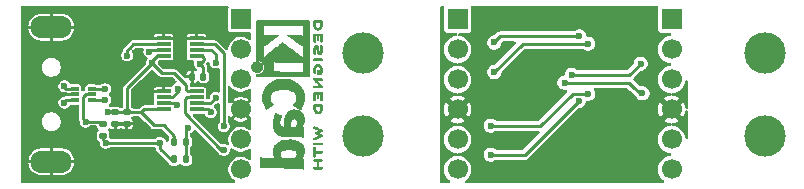
<source format=gbr>
%TF.GenerationSoftware,KiCad,Pcbnew,9.0.2-9.0.2-0~ubuntu24.04.1*%
%TF.CreationDate,2025-05-22T23:02:18+02:00*%
%TF.ProjectId,USB-UART,5553422d-5541-4525-942e-6b696361645f,rev?*%
%TF.SameCoordinates,Original*%
%TF.FileFunction,Copper,L4,Bot*%
%TF.FilePolarity,Positive*%
%FSLAX46Y46*%
G04 Gerber Fmt 4.6, Leading zero omitted, Abs format (unit mm)*
G04 Created by KiCad (PCBNEW 9.0.2-9.0.2-0~ubuntu24.04.1) date 2025-05-22 23:02:18*
%MOMM*%
%LPD*%
G01*
G04 APERTURE LIST*
G04 Aperture macros list*
%AMRoundRect*
0 Rectangle with rounded corners*
0 $1 Rounding radius*
0 $2 $3 $4 $5 $6 $7 $8 $9 X,Y pos of 4 corners*
0 Add a 4 corners polygon primitive as box body*
4,1,4,$2,$3,$4,$5,$6,$7,$8,$9,$2,$3,0*
0 Add four circle primitives for the rounded corners*
1,1,$1+$1,$2,$3*
1,1,$1+$1,$4,$5*
1,1,$1+$1,$6,$7*
1,1,$1+$1,$8,$9*
0 Add four rect primitives between the rounded corners*
20,1,$1+$1,$2,$3,$4,$5,0*
20,1,$1+$1,$4,$5,$6,$7,0*
20,1,$1+$1,$6,$7,$8,$9,0*
20,1,$1+$1,$8,$9,$2,$3,0*%
G04 Aperture macros list end*
%TA.AperFunction,EtchedComponent*%
%ADD10C,0.010000*%
%TD*%
%TA.AperFunction,SMDPad,CuDef*%
%ADD11RoundRect,0.135000X0.135000X0.185000X-0.135000X0.185000X-0.135000X-0.185000X0.135000X-0.185000X0*%
%TD*%
%TA.AperFunction,ComponentPad*%
%ADD12R,1.700000X1.700000*%
%TD*%
%TA.AperFunction,ComponentPad*%
%ADD13C,1.700000*%
%TD*%
%TA.AperFunction,SMDPad,CuDef*%
%ADD14RoundRect,0.087500X-0.537500X-0.087500X0.537500X-0.087500X0.537500X0.087500X-0.537500X0.087500X0*%
%TD*%
%TA.AperFunction,ComponentPad*%
%ADD15O,3.500000X1.900000*%
%TD*%
%TA.AperFunction,SMDPad,CuDef*%
%ADD16RoundRect,0.087500X-0.250000X-0.087500X0.250000X-0.087500X0.250000X0.087500X-0.250000X0.087500X0*%
%TD*%
%TA.AperFunction,SMDPad,CuDef*%
%ADD17RoundRect,0.147500X-0.172500X0.147500X-0.172500X-0.147500X0.172500X-0.147500X0.172500X0.147500X0*%
%TD*%
%TA.AperFunction,SMDPad,CuDef*%
%ADD18RoundRect,0.140000X0.140000X0.170000X-0.140000X0.170000X-0.140000X-0.170000X0.140000X-0.170000X0*%
%TD*%
%TA.AperFunction,SMDPad,CuDef*%
%ADD19RoundRect,0.140000X-0.170000X0.140000X-0.170000X-0.140000X0.170000X-0.140000X0.170000X0.140000X0*%
%TD*%
%TA.AperFunction,ViaPad*%
%ADD20C,0.600000*%
%TD*%
%TA.AperFunction,ViaPad*%
%ADD21C,3.500000*%
%TD*%
%TA.AperFunction,Conductor*%
%ADD22C,0.250000*%
%TD*%
G04 APERTURE END LIST*
D10*
%TO.C,REF\u002A\u002A*%
X155481264Y-99118873D02*
X155498739Y-99150233D01*
X155499575Y-99186034D01*
X155479082Y-99217472D01*
X155474416Y-99221348D01*
X155464949Y-99226814D01*
X155451267Y-99231021D01*
X155430748Y-99234133D01*
X155400768Y-99236313D01*
X155358704Y-99237724D01*
X155301932Y-99238529D01*
X155227830Y-99238893D01*
X155133773Y-99238978D01*
X154812227Y-99238978D01*
X154790647Y-99212327D01*
X154775877Y-99188614D01*
X154769067Y-99165600D01*
X154774949Y-99144594D01*
X154790647Y-99118873D01*
X154812227Y-99092222D01*
X155459684Y-99092222D01*
X155481264Y-99118873D01*
%TA.AperFunction,EtchedComponent*%
G36*
X155481264Y-99118873D02*
G01*
X155498739Y-99150233D01*
X155499575Y-99186034D01*
X155479082Y-99217472D01*
X155474416Y-99221348D01*
X155464949Y-99226814D01*
X155451267Y-99231021D01*
X155430748Y-99234133D01*
X155400768Y-99236313D01*
X155358704Y-99237724D01*
X155301932Y-99238529D01*
X155227830Y-99238893D01*
X155133773Y-99238978D01*
X154812227Y-99238978D01*
X154790647Y-99212327D01*
X154775877Y-99188614D01*
X154769067Y-99165600D01*
X154774949Y-99144594D01*
X154790647Y-99118873D01*
X154812227Y-99092222D01*
X155459684Y-99092222D01*
X155481264Y-99118873D01*
G37*
%TD.AperFunction*%
X155221567Y-91952041D02*
X155295789Y-91952299D01*
X155352541Y-91952970D01*
X155394512Y-91954248D01*
X155424389Y-91956327D01*
X155444861Y-91959401D01*
X155458614Y-91963666D01*
X155468337Y-91969316D01*
X155476717Y-91976545D01*
X155498181Y-92008009D01*
X155499947Y-92043174D01*
X155480267Y-92076178D01*
X155474398Y-92081484D01*
X155465314Y-92086934D01*
X155451973Y-92091100D01*
X155431757Y-92094154D01*
X155402049Y-92096268D01*
X155360232Y-92097614D01*
X155303689Y-92098362D01*
X155229802Y-92098686D01*
X155135956Y-92098755D01*
X155060294Y-92098716D01*
X154982385Y-92098461D01*
X154922375Y-92097817D01*
X154877648Y-92096613D01*
X154845585Y-92094676D01*
X154823571Y-92091836D01*
X154808987Y-92087921D01*
X154799218Y-92082758D01*
X154791645Y-92076178D01*
X154772623Y-92046994D01*
X154773463Y-92013863D01*
X154796776Y-91979709D01*
X154824485Y-91952000D01*
X155137537Y-91952000D01*
X155221567Y-91952041D01*
%TA.AperFunction,EtchedComponent*%
G36*
X155221567Y-91952041D02*
G01*
X155295789Y-91952299D01*
X155352541Y-91952970D01*
X155394512Y-91954248D01*
X155424389Y-91956327D01*
X155444861Y-91959401D01*
X155458614Y-91963666D01*
X155468337Y-91969316D01*
X155476717Y-91976545D01*
X155498181Y-92008009D01*
X155499947Y-92043174D01*
X155480267Y-92076178D01*
X155474398Y-92081484D01*
X155465314Y-92086934D01*
X155451973Y-92091100D01*
X155431757Y-92094154D01*
X155402049Y-92096268D01*
X155360232Y-92097614D01*
X155303689Y-92098362D01*
X155229802Y-92098686D01*
X155135956Y-92098755D01*
X155060294Y-92098716D01*
X154982385Y-92098461D01*
X154922375Y-92097817D01*
X154877648Y-92096613D01*
X154845585Y-92094676D01*
X154823571Y-92091836D01*
X154808987Y-92087921D01*
X154799218Y-92082758D01*
X154791645Y-92076178D01*
X154772623Y-92046994D01*
X154773463Y-92013863D01*
X154796776Y-91979709D01*
X154824485Y-91952000D01*
X155137537Y-91952000D01*
X155221567Y-91952041D01*
G37*
%TD.AperFunction*%
X150034307Y-92195331D02*
X150075450Y-92197540D01*
X150107582Y-92203106D01*
X150138122Y-92213414D01*
X150174489Y-92229852D01*
X150201728Y-92243800D01*
X150287429Y-92302335D01*
X150356617Y-92374381D01*
X150407741Y-92458053D01*
X150439250Y-92551469D01*
X150446225Y-92584566D01*
X150453094Y-92625040D01*
X150454919Y-92658001D01*
X150451947Y-92692302D01*
X150444426Y-92736800D01*
X150432002Y-92788066D01*
X150394112Y-92878566D01*
X150339836Y-92957655D01*
X150271770Y-93023472D01*
X150192511Y-93074160D01*
X150104654Y-93107860D01*
X150010795Y-93122714D01*
X149913530Y-93116864D01*
X149817220Y-93090601D01*
X149728494Y-93045582D01*
X149653419Y-92984627D01*
X149593641Y-92909816D01*
X149550809Y-92823232D01*
X149526571Y-92726957D01*
X149522576Y-92623072D01*
X149532850Y-92545438D01*
X149560053Y-92462687D01*
X149605484Y-92387594D01*
X149671302Y-92315702D01*
X149715567Y-92277154D01*
X149773961Y-92237744D01*
X149834586Y-92212554D01*
X149903865Y-92199139D01*
X149988222Y-92195052D01*
X150034307Y-92195331D01*
%TA.AperFunction,EtchedComponent*%
G36*
X150034307Y-92195331D02*
G01*
X150075450Y-92197540D01*
X150107582Y-92203106D01*
X150138122Y-92213414D01*
X150174489Y-92229852D01*
X150201728Y-92243800D01*
X150287429Y-92302335D01*
X150356617Y-92374381D01*
X150407741Y-92458053D01*
X150439250Y-92551469D01*
X150446225Y-92584566D01*
X150453094Y-92625040D01*
X150454919Y-92658001D01*
X150451947Y-92692302D01*
X150444426Y-92736800D01*
X150432002Y-92788066D01*
X150394112Y-92878566D01*
X150339836Y-92957655D01*
X150271770Y-93023472D01*
X150192511Y-93074160D01*
X150104654Y-93107860D01*
X150010795Y-93122714D01*
X149913530Y-93116864D01*
X149817220Y-93090601D01*
X149728494Y-93045582D01*
X149653419Y-92984627D01*
X149593641Y-92909816D01*
X149550809Y-92823232D01*
X149526571Y-92726957D01*
X149522576Y-92623072D01*
X149532850Y-92545438D01*
X149560053Y-92462687D01*
X149605484Y-92387594D01*
X149671302Y-92315702D01*
X149715567Y-92277154D01*
X149773961Y-92237744D01*
X149834586Y-92212554D01*
X149903865Y-92199139D01*
X149988222Y-92195052D01*
X150034307Y-92195331D01*
G37*
%TD.AperFunction*%
X154895178Y-99489083D02*
X154896631Y-99490443D01*
X154904992Y-99501646D01*
X154910547Y-99518748D01*
X154913840Y-99545918D01*
X154915418Y-99587322D01*
X154915822Y-99647127D01*
X154915822Y-99786489D01*
X155179589Y-99786489D01*
X155255417Y-99786564D01*
X155322083Y-99786972D01*
X155371867Y-99787954D01*
X155407784Y-99789750D01*
X155432850Y-99792601D01*
X155450081Y-99796747D01*
X155462492Y-99802429D01*
X155473100Y-99809886D01*
X155475906Y-99812176D01*
X155498548Y-99843354D01*
X155500112Y-99877734D01*
X155480267Y-99910666D01*
X155472191Y-99917645D01*
X155461593Y-99923117D01*
X155445749Y-99927137D01*
X155421773Y-99929928D01*
X155386774Y-99931712D01*
X155337864Y-99932711D01*
X155272154Y-99933148D01*
X155186756Y-99933244D01*
X154915822Y-99933244D01*
X154915822Y-100079180D01*
X154915821Y-100090280D01*
X154915596Y-100146798D01*
X154914457Y-100185642D01*
X154911657Y-100211035D01*
X154906450Y-100227196D01*
X154898089Y-100238348D01*
X154885826Y-100248711D01*
X154855138Y-100264559D01*
X154821358Y-100261457D01*
X154788822Y-100235813D01*
X154785105Y-100230871D01*
X154780269Y-100220662D01*
X154776506Y-100205236D01*
X154773683Y-100182114D01*
X154771670Y-100148817D01*
X154770333Y-100102863D01*
X154769542Y-100041772D01*
X154769163Y-99963065D01*
X154769067Y-99864260D01*
X154769068Y-99844233D01*
X154769158Y-99750110D01*
X154769498Y-99675595D01*
X154770239Y-99618189D01*
X154771535Y-99575389D01*
X154773537Y-99544696D01*
X154776396Y-99523609D01*
X154780266Y-99509627D01*
X154785298Y-99500250D01*
X154791645Y-99492978D01*
X154824362Y-99474172D01*
X154861939Y-99472725D01*
X154895178Y-99489083D01*
%TA.AperFunction,EtchedComponent*%
G36*
X154895178Y-99489083D02*
G01*
X154896631Y-99490443D01*
X154904992Y-99501646D01*
X154910547Y-99518748D01*
X154913840Y-99545918D01*
X154915418Y-99587322D01*
X154915822Y-99647127D01*
X154915822Y-99786489D01*
X155179589Y-99786489D01*
X155255417Y-99786564D01*
X155322083Y-99786972D01*
X155371867Y-99787954D01*
X155407784Y-99789750D01*
X155432850Y-99792601D01*
X155450081Y-99796747D01*
X155462492Y-99802429D01*
X155473100Y-99809886D01*
X155475906Y-99812176D01*
X155498548Y-99843354D01*
X155500112Y-99877734D01*
X155480267Y-99910666D01*
X155472191Y-99917645D01*
X155461593Y-99923117D01*
X155445749Y-99927137D01*
X155421773Y-99929928D01*
X155386774Y-99931712D01*
X155337864Y-99932711D01*
X155272154Y-99933148D01*
X155186756Y-99933244D01*
X154915822Y-99933244D01*
X154915822Y-100079180D01*
X154915821Y-100090280D01*
X154915596Y-100146798D01*
X154914457Y-100185642D01*
X154911657Y-100211035D01*
X154906450Y-100227196D01*
X154898089Y-100238348D01*
X154885826Y-100248711D01*
X154855138Y-100264559D01*
X154821358Y-100261457D01*
X154788822Y-100235813D01*
X154785105Y-100230871D01*
X154780269Y-100220662D01*
X154776506Y-100205236D01*
X154773683Y-100182114D01*
X154771670Y-100148817D01*
X154770333Y-100102863D01*
X154769542Y-100041772D01*
X154769163Y-99963065D01*
X154769067Y-99864260D01*
X154769068Y-99844233D01*
X154769158Y-99750110D01*
X154769498Y-99675595D01*
X154770239Y-99618189D01*
X154771535Y-99575389D01*
X154773537Y-99544696D01*
X154776396Y-99523609D01*
X154780266Y-99509627D01*
X154785298Y-99500250D01*
X154791645Y-99492978D01*
X154824362Y-99474172D01*
X154861939Y-99472725D01*
X154895178Y-99489083D01*
G37*
%TD.AperFunction*%
X155177631Y-100496891D02*
X155294000Y-100497375D01*
X155308175Y-100497443D01*
X155369937Y-100498029D01*
X155413620Y-100499352D01*
X155443001Y-100501897D01*
X155461855Y-100506152D01*
X155473959Y-100512604D01*
X155483089Y-100521738D01*
X155500506Y-100555196D01*
X155497604Y-100590144D01*
X155473100Y-100621047D01*
X155459897Y-100630056D01*
X155441361Y-100637508D01*
X155415333Y-100641876D01*
X155376787Y-100643931D01*
X155320700Y-100644444D01*
X155198045Y-100644444D01*
X155198045Y-101141155D01*
X155332871Y-101141155D01*
X155368662Y-101141228D01*
X155414992Y-101141991D01*
X155445526Y-101144167D01*
X155464557Y-101148464D01*
X155476374Y-101155588D01*
X155485271Y-101166245D01*
X155500341Y-101198496D01*
X155497673Y-101233783D01*
X155473100Y-101264514D01*
X155466845Y-101269169D01*
X155456321Y-101275105D01*
X155442391Y-101279636D01*
X155422317Y-101282952D01*
X155393360Y-101285241D01*
X155352780Y-101286692D01*
X155297840Y-101287495D01*
X155225799Y-101287838D01*
X155133920Y-101287911D01*
X154824485Y-101287911D01*
X154796776Y-101260202D01*
X154774533Y-101228823D01*
X154771844Y-101195594D01*
X154791645Y-101163733D01*
X154801415Y-101155447D01*
X154817307Y-101148035D01*
X154841275Y-101143698D01*
X154878148Y-101141662D01*
X154932756Y-101141155D01*
X155051289Y-101141155D01*
X155051289Y-100644444D01*
X154935776Y-100644444D01*
X154884078Y-100644006D01*
X154849554Y-100642042D01*
X154826978Y-100637526D01*
X154811126Y-100629433D01*
X154796776Y-100616735D01*
X154774533Y-100585357D01*
X154771844Y-100552128D01*
X154791645Y-100520266D01*
X154797835Y-100514634D01*
X154806041Y-100509544D01*
X154817817Y-100505457D01*
X154835276Y-100502279D01*
X154860530Y-100499913D01*
X154895690Y-100498262D01*
X154942869Y-100497231D01*
X155004177Y-100496723D01*
X155081727Y-100496641D01*
X155177631Y-100496891D01*
%TA.AperFunction,EtchedComponent*%
G36*
X155177631Y-100496891D02*
G01*
X155294000Y-100497375D01*
X155308175Y-100497443D01*
X155369937Y-100498029D01*
X155413620Y-100499352D01*
X155443001Y-100501897D01*
X155461855Y-100506152D01*
X155473959Y-100512604D01*
X155483089Y-100521738D01*
X155500506Y-100555196D01*
X155497604Y-100590144D01*
X155473100Y-100621047D01*
X155459897Y-100630056D01*
X155441361Y-100637508D01*
X155415333Y-100641876D01*
X155376787Y-100643931D01*
X155320700Y-100644444D01*
X155198045Y-100644444D01*
X155198045Y-101141155D01*
X155332871Y-101141155D01*
X155368662Y-101141228D01*
X155414992Y-101141991D01*
X155445526Y-101144167D01*
X155464557Y-101148464D01*
X155476374Y-101155588D01*
X155485271Y-101166245D01*
X155500341Y-101198496D01*
X155497673Y-101233783D01*
X155473100Y-101264514D01*
X155466845Y-101269169D01*
X155456321Y-101275105D01*
X155442391Y-101279636D01*
X155422317Y-101282952D01*
X155393360Y-101285241D01*
X155352780Y-101286692D01*
X155297840Y-101287495D01*
X155225799Y-101287838D01*
X155133920Y-101287911D01*
X154824485Y-101287911D01*
X154796776Y-101260202D01*
X154774533Y-101228823D01*
X154771844Y-101195594D01*
X154791645Y-101163733D01*
X154801415Y-101155447D01*
X154817307Y-101148035D01*
X154841275Y-101143698D01*
X154878148Y-101141662D01*
X154932756Y-101141155D01*
X155051289Y-101141155D01*
X155051289Y-100644444D01*
X154935776Y-100644444D01*
X154884078Y-100644006D01*
X154849554Y-100642042D01*
X154826978Y-100637526D01*
X154811126Y-100629433D01*
X154796776Y-100616735D01*
X154774533Y-100585357D01*
X154771844Y-100552128D01*
X154791645Y-100520266D01*
X154797835Y-100514634D01*
X154806041Y-100509544D01*
X154817817Y-100505457D01*
X154835276Y-100502279D01*
X154860530Y-100499913D01*
X154895690Y-100498262D01*
X154942869Y-100497231D01*
X155004177Y-100496723D01*
X155081727Y-100496641D01*
X155177631Y-100496891D01*
G37*
%TD.AperFunction*%
X155195526Y-95812825D02*
X155274311Y-95813050D01*
X155335021Y-95813668D01*
X155356089Y-95814225D01*
X155380396Y-95814867D01*
X155413175Y-95816837D01*
X155436095Y-95819765D01*
X155451897Y-95823842D01*
X155463319Y-95829257D01*
X155473100Y-95836197D01*
X155502845Y-95859594D01*
X155502251Y-96025286D01*
X155501953Y-96060082D01*
X155498522Y-96158565D01*
X155490839Y-96239527D01*
X155478282Y-96306621D01*
X155460227Y-96363504D01*
X155436052Y-96413831D01*
X155434135Y-96417190D01*
X155397417Y-96475002D01*
X155360451Y-96517356D01*
X155316966Y-96550172D01*
X155260689Y-96579372D01*
X155251073Y-96583654D01*
X155187887Y-96606231D01*
X155132509Y-96613203D01*
X155077483Y-96604601D01*
X155015351Y-96580459D01*
X155013658Y-96579663D01*
X154944236Y-96539212D01*
X154887638Y-96488527D01*
X154843070Y-96425802D01*
X154809741Y-96349226D01*
X154786861Y-96256991D01*
X154773636Y-96147288D01*
X154769275Y-96018309D01*
X154769270Y-96014737D01*
X154769372Y-95970844D01*
X154915822Y-95970844D01*
X154916270Y-96058333D01*
X154918746Y-96125253D01*
X154929998Y-96217651D01*
X154949537Y-96296966D01*
X154976511Y-96358940D01*
X154997240Y-96389880D01*
X155027006Y-96418000D01*
X155069434Y-96441340D01*
X155085400Y-96448467D01*
X155117902Y-96460291D01*
X155142333Y-96462721D01*
X155167061Y-96457108D01*
X155182939Y-96451382D01*
X155242847Y-96418452D01*
X155288600Y-96371114D01*
X155321736Y-96307348D01*
X155343790Y-96225139D01*
X155344292Y-96222345D01*
X155350255Y-96176060D01*
X155354483Y-96119664D01*
X155356089Y-96064726D01*
X155356089Y-95970844D01*
X154915822Y-95970844D01*
X154769372Y-95970844D01*
X154769410Y-95954717D01*
X154770446Y-95912786D01*
X154773040Y-95884672D01*
X154777853Y-95866103D01*
X154785544Y-95852806D01*
X154796776Y-95840509D01*
X154824485Y-95812800D01*
X155133920Y-95812800D01*
X155195526Y-95812825D01*
%TA.AperFunction,EtchedComponent*%
G36*
X155195526Y-95812825D02*
G01*
X155274311Y-95813050D01*
X155335021Y-95813668D01*
X155356089Y-95814225D01*
X155380396Y-95814867D01*
X155413175Y-95816837D01*
X155436095Y-95819765D01*
X155451897Y-95823842D01*
X155463319Y-95829257D01*
X155473100Y-95836197D01*
X155502845Y-95859594D01*
X155502251Y-96025286D01*
X155501953Y-96060082D01*
X155498522Y-96158565D01*
X155490839Y-96239527D01*
X155478282Y-96306621D01*
X155460227Y-96363504D01*
X155436052Y-96413831D01*
X155434135Y-96417190D01*
X155397417Y-96475002D01*
X155360451Y-96517356D01*
X155316966Y-96550172D01*
X155260689Y-96579372D01*
X155251073Y-96583654D01*
X155187887Y-96606231D01*
X155132509Y-96613203D01*
X155077483Y-96604601D01*
X155015351Y-96580459D01*
X155013658Y-96579663D01*
X154944236Y-96539212D01*
X154887638Y-96488527D01*
X154843070Y-96425802D01*
X154809741Y-96349226D01*
X154786861Y-96256991D01*
X154773636Y-96147288D01*
X154769275Y-96018309D01*
X154769270Y-96014737D01*
X154769372Y-95970844D01*
X154915822Y-95970844D01*
X154916270Y-96058333D01*
X154918746Y-96125253D01*
X154929998Y-96217651D01*
X154949537Y-96296966D01*
X154976511Y-96358940D01*
X154997240Y-96389880D01*
X155027006Y-96418000D01*
X155069434Y-96441340D01*
X155085400Y-96448467D01*
X155117902Y-96460291D01*
X155142333Y-96462721D01*
X155167061Y-96457108D01*
X155182939Y-96451382D01*
X155242847Y-96418452D01*
X155288600Y-96371114D01*
X155321736Y-96307348D01*
X155343790Y-96225139D01*
X155344292Y-96222345D01*
X155350255Y-96176060D01*
X155354483Y-96119664D01*
X155356089Y-96064726D01*
X155356089Y-95970844D01*
X154915822Y-95970844D01*
X154769372Y-95970844D01*
X154769410Y-95954717D01*
X154770446Y-95912786D01*
X154773040Y-95884672D01*
X154777853Y-95866103D01*
X154785544Y-95852806D01*
X154796776Y-95840509D01*
X154824485Y-95812800D01*
X155133920Y-95812800D01*
X155195526Y-95812825D01*
G37*
%TD.AperFunction*%
X155135956Y-88723378D02*
X155211617Y-88723417D01*
X155289526Y-88723672D01*
X155349536Y-88724316D01*
X155394264Y-88725520D01*
X155426326Y-88727457D01*
X155448340Y-88730297D01*
X155462924Y-88734212D01*
X155472694Y-88739374D01*
X155480267Y-88745955D01*
X155486501Y-88752923D01*
X155493801Y-88765921D01*
X155498554Y-88785069D01*
X155501292Y-88814472D01*
X155502545Y-88858238D01*
X155502845Y-88920472D01*
X155502469Y-88969418D01*
X155498041Y-89076278D01*
X155487953Y-89165506D01*
X155471365Y-89240304D01*
X155447435Y-89303875D01*
X155415321Y-89359421D01*
X155374182Y-89410146D01*
X155368330Y-89416134D01*
X155319821Y-89453001D01*
X155259013Y-89484101D01*
X155194769Y-89505583D01*
X155135956Y-89513600D01*
X155114739Y-89512321D01*
X155057323Y-89500009D01*
X154997413Y-89477480D01*
X154943363Y-89448250D01*
X154903532Y-89415833D01*
X154886510Y-89396292D01*
X154847322Y-89341580D01*
X154817193Y-89281277D01*
X154795232Y-89212081D01*
X154780550Y-89130689D01*
X154772259Y-89033800D01*
X154770148Y-88946333D01*
X154915808Y-88946333D01*
X154915817Y-88949361D01*
X154917782Y-89000481D01*
X154922507Y-89060584D01*
X154929035Y-89117292D01*
X154938331Y-89167250D01*
X154964600Y-89242002D01*
X155003899Y-89299511D01*
X155056933Y-89341012D01*
X155108200Y-89362229D01*
X155156026Y-89363647D01*
X155206961Y-89345365D01*
X155252878Y-89315695D01*
X155295287Y-89268998D01*
X155325090Y-89207608D01*
X155344226Y-89128462D01*
X155344464Y-89126972D01*
X155350256Y-89078001D01*
X155354396Y-89019307D01*
X155356004Y-88963266D01*
X155356089Y-88870133D01*
X154915822Y-88870133D01*
X154915808Y-88946333D01*
X154770148Y-88946333D01*
X154769467Y-88918111D01*
X154769066Y-88878629D01*
X154768653Y-88832918D01*
X154770457Y-88797117D01*
X154776739Y-88770026D01*
X154789759Y-88750444D01*
X154811778Y-88737170D01*
X154845055Y-88729002D01*
X154891851Y-88724740D01*
X154915822Y-88724143D01*
X154954427Y-88723183D01*
X155035041Y-88723130D01*
X155135956Y-88723378D01*
%TA.AperFunction,EtchedComponent*%
G36*
X155135956Y-88723378D02*
G01*
X155211617Y-88723417D01*
X155289526Y-88723672D01*
X155349536Y-88724316D01*
X155394264Y-88725520D01*
X155426326Y-88727457D01*
X155448340Y-88730297D01*
X155462924Y-88734212D01*
X155472694Y-88739374D01*
X155480267Y-88745955D01*
X155486501Y-88752923D01*
X155493801Y-88765921D01*
X155498554Y-88785069D01*
X155501292Y-88814472D01*
X155502545Y-88858238D01*
X155502845Y-88920472D01*
X155502469Y-88969418D01*
X155498041Y-89076278D01*
X155487953Y-89165506D01*
X155471365Y-89240304D01*
X155447435Y-89303875D01*
X155415321Y-89359421D01*
X155374182Y-89410146D01*
X155368330Y-89416134D01*
X155319821Y-89453001D01*
X155259013Y-89484101D01*
X155194769Y-89505583D01*
X155135956Y-89513600D01*
X155114739Y-89512321D01*
X155057323Y-89500009D01*
X154997413Y-89477480D01*
X154943363Y-89448250D01*
X154903532Y-89415833D01*
X154886510Y-89396292D01*
X154847322Y-89341580D01*
X154817193Y-89281277D01*
X154795232Y-89212081D01*
X154780550Y-89130689D01*
X154772259Y-89033800D01*
X154770148Y-88946333D01*
X154915808Y-88946333D01*
X154915817Y-88949361D01*
X154917782Y-89000481D01*
X154922507Y-89060584D01*
X154929035Y-89117292D01*
X154938331Y-89167250D01*
X154964600Y-89242002D01*
X155003899Y-89299511D01*
X155056933Y-89341012D01*
X155108200Y-89362229D01*
X155156026Y-89363647D01*
X155206961Y-89345365D01*
X155252878Y-89315695D01*
X155295287Y-89268998D01*
X155325090Y-89207608D01*
X155344226Y-89128462D01*
X155344464Y-89126972D01*
X155350256Y-89078001D01*
X155354396Y-89019307D01*
X155356004Y-88963266D01*
X155356089Y-88870133D01*
X154915822Y-88870133D01*
X154915808Y-88946333D01*
X154770148Y-88946333D01*
X154769467Y-88918111D01*
X154769066Y-88878629D01*
X154768653Y-88832918D01*
X154770457Y-88797117D01*
X154776739Y-88770026D01*
X154789759Y-88750444D01*
X154811778Y-88737170D01*
X154845055Y-88729002D01*
X154891851Y-88724740D01*
X154915822Y-88724143D01*
X154954427Y-88723183D01*
X155035041Y-88723130D01*
X155135956Y-88723378D01*
G37*
%TD.AperFunction*%
X155194486Y-93611489D02*
X155273573Y-93611708D01*
X155334516Y-93612317D01*
X155380062Y-93613508D01*
X155412963Y-93615471D01*
X155435968Y-93618397D01*
X155451826Y-93622477D01*
X155463286Y-93627903D01*
X155473100Y-93634864D01*
X155497493Y-93665292D01*
X155500372Y-93700235D01*
X155481282Y-93737216D01*
X155477807Y-93741400D01*
X155469279Y-93749576D01*
X155457728Y-93755636D01*
X155439896Y-93760019D01*
X155412524Y-93763161D01*
X155372354Y-93765498D01*
X155316128Y-93767469D01*
X155240589Y-93769511D01*
X155021458Y-93775155D01*
X155262099Y-94040444D01*
X155328875Y-94114278D01*
X155386991Y-94179458D01*
X155431949Y-94231652D01*
X155464871Y-94272727D01*
X155486879Y-94304545D01*
X155499094Y-94328974D01*
X155502639Y-94347876D01*
X155498636Y-94363117D01*
X155488207Y-94376561D01*
X155472474Y-94390073D01*
X155463991Y-94396318D01*
X155453413Y-94401950D01*
X155439255Y-94406161D01*
X155418803Y-94409113D01*
X155389342Y-94410968D01*
X155348161Y-94411887D01*
X155292544Y-94412032D01*
X155219779Y-94411565D01*
X155127151Y-94410648D01*
X154812199Y-94407333D01*
X154790633Y-94380682D01*
X154774441Y-94354617D01*
X154771670Y-94321759D01*
X154790623Y-94287228D01*
X154794208Y-94282916D01*
X154802737Y-94274784D01*
X154814329Y-94268755D01*
X154832235Y-94264394D01*
X154859706Y-94261266D01*
X154899994Y-94258937D01*
X154956351Y-94256971D01*
X155032029Y-94254933D01*
X155251878Y-94249289D01*
X155088084Y-94068666D01*
X155009451Y-93981928D01*
X154941058Y-93906157D01*
X154885708Y-93844020D01*
X154842338Y-93793922D01*
X154809881Y-93754265D01*
X154787273Y-93723452D01*
X154773448Y-93699886D01*
X154767343Y-93681970D01*
X154767892Y-93668107D01*
X154774029Y-93656699D01*
X154784691Y-93646150D01*
X154798811Y-93634864D01*
X154804772Y-93630411D01*
X154815268Y-93624412D01*
X154829093Y-93619833D01*
X154848998Y-93616481D01*
X154877732Y-93614167D01*
X154918045Y-93612699D01*
X154972687Y-93611887D01*
X155044407Y-93611540D01*
X155135956Y-93611466D01*
X155194486Y-93611489D01*
%TA.AperFunction,EtchedComponent*%
G36*
X155194486Y-93611489D02*
G01*
X155273573Y-93611708D01*
X155334516Y-93612317D01*
X155380062Y-93613508D01*
X155412963Y-93615471D01*
X155435968Y-93618397D01*
X155451826Y-93622477D01*
X155463286Y-93627903D01*
X155473100Y-93634864D01*
X155497493Y-93665292D01*
X155500372Y-93700235D01*
X155481282Y-93737216D01*
X155477807Y-93741400D01*
X155469279Y-93749576D01*
X155457728Y-93755636D01*
X155439896Y-93760019D01*
X155412524Y-93763161D01*
X155372354Y-93765498D01*
X155316128Y-93767469D01*
X155240589Y-93769511D01*
X155021458Y-93775155D01*
X155262099Y-94040444D01*
X155328875Y-94114278D01*
X155386991Y-94179458D01*
X155431949Y-94231652D01*
X155464871Y-94272727D01*
X155486879Y-94304545D01*
X155499094Y-94328974D01*
X155502639Y-94347876D01*
X155498636Y-94363117D01*
X155488207Y-94376561D01*
X155472474Y-94390073D01*
X155463991Y-94396318D01*
X155453413Y-94401950D01*
X155439255Y-94406161D01*
X155418803Y-94409113D01*
X155389342Y-94410968D01*
X155348161Y-94411887D01*
X155292544Y-94412032D01*
X155219779Y-94411565D01*
X155127151Y-94410648D01*
X154812199Y-94407333D01*
X154790633Y-94380682D01*
X154774441Y-94354617D01*
X154771670Y-94321759D01*
X154790623Y-94287228D01*
X154794208Y-94282916D01*
X154802737Y-94274784D01*
X154814329Y-94268755D01*
X154832235Y-94264394D01*
X154859706Y-94261266D01*
X154899994Y-94258937D01*
X154956351Y-94256971D01*
X155032029Y-94254933D01*
X155251878Y-94249289D01*
X155088084Y-94068666D01*
X155009451Y-93981928D01*
X154941058Y-93906157D01*
X154885708Y-93844020D01*
X154842338Y-93793922D01*
X154809881Y-93754265D01*
X154787273Y-93723452D01*
X154773448Y-93699886D01*
X154767343Y-93681970D01*
X154767892Y-93668107D01*
X154774029Y-93656699D01*
X154784691Y-93646150D01*
X154798811Y-93634864D01*
X154804772Y-93630411D01*
X154815268Y-93624412D01*
X154829093Y-93619833D01*
X154848998Y-93616481D01*
X154877732Y-93614167D01*
X154918045Y-93612699D01*
X154972687Y-93611887D01*
X155044407Y-93611540D01*
X155135956Y-93611466D01*
X155194486Y-93611489D01*
G37*
%TD.AperFunction*%
X155154259Y-92427702D02*
X155205592Y-92440643D01*
X155262118Y-92463806D01*
X155316035Y-92493698D01*
X155359539Y-92526827D01*
X155369887Y-92537023D01*
X155421662Y-92604108D01*
X155461554Y-92684234D01*
X155485956Y-92770444D01*
X155494068Y-92825408D01*
X155500673Y-92918861D01*
X155498586Y-93008642D01*
X155488340Y-93091131D01*
X155470470Y-93162714D01*
X155445508Y-93219772D01*
X155413988Y-93258689D01*
X155412012Y-93260064D01*
X155386786Y-93267152D01*
X155339535Y-93271391D01*
X155270071Y-93272800D01*
X155207838Y-93271940D01*
X155160456Y-93267220D01*
X155128353Y-93255530D01*
X155108800Y-93233761D01*
X155099070Y-93198802D01*
X155096433Y-93147544D01*
X155098161Y-93076877D01*
X155101173Y-93028257D01*
X155109366Y-92978061D01*
X155123419Y-92945567D01*
X155144654Y-92928108D01*
X155174394Y-92923017D01*
X155178936Y-92923123D01*
X155213730Y-92931825D01*
X155237147Y-92955835D01*
X155250347Y-92997100D01*
X155254489Y-93057569D01*
X155254489Y-93126044D01*
X155292841Y-93126044D01*
X155301976Y-93125994D01*
X155319227Y-93123773D01*
X155329521Y-93114506D01*
X155336459Y-93093125D01*
X155343641Y-93054564D01*
X155344575Y-93049090D01*
X155354478Y-92952140D01*
X155351559Y-92862148D01*
X155336829Y-92781240D01*
X155311299Y-92711541D01*
X155275978Y-92655176D01*
X155231879Y-92614271D01*
X155180012Y-92590949D01*
X155121388Y-92587337D01*
X155092494Y-92592855D01*
X155036604Y-92619539D01*
X154990945Y-92665727D01*
X154956108Y-92730709D01*
X154932690Y-92813771D01*
X154928241Y-92838445D01*
X154917742Y-92927774D01*
X154918971Y-93007581D01*
X154931906Y-93085674D01*
X154938696Y-93120817D01*
X154939713Y-93166255D01*
X154927182Y-93197570D01*
X154900395Y-93217723D01*
X154872148Y-93224107D01*
X154840924Y-93214621D01*
X154827499Y-93205292D01*
X154803967Y-93171057D01*
X154786095Y-93118435D01*
X154774599Y-93049919D01*
X154770192Y-92968000D01*
X154774179Y-92870850D01*
X154790494Y-92764843D01*
X154818545Y-92671031D01*
X154857452Y-92592235D01*
X154906334Y-92531281D01*
X154939195Y-92505211D01*
X154988394Y-92475703D01*
X155042252Y-92450432D01*
X155093419Y-92432782D01*
X155134544Y-92426142D01*
X155154259Y-92427702D01*
%TA.AperFunction,EtchedComponent*%
G36*
X155154259Y-92427702D02*
G01*
X155205592Y-92440643D01*
X155262118Y-92463806D01*
X155316035Y-92493698D01*
X155359539Y-92526827D01*
X155369887Y-92537023D01*
X155421662Y-92604108D01*
X155461554Y-92684234D01*
X155485956Y-92770444D01*
X155494068Y-92825408D01*
X155500673Y-92918861D01*
X155498586Y-93008642D01*
X155488340Y-93091131D01*
X155470470Y-93162714D01*
X155445508Y-93219772D01*
X155413988Y-93258689D01*
X155412012Y-93260064D01*
X155386786Y-93267152D01*
X155339535Y-93271391D01*
X155270071Y-93272800D01*
X155207838Y-93271940D01*
X155160456Y-93267220D01*
X155128353Y-93255530D01*
X155108800Y-93233761D01*
X155099070Y-93198802D01*
X155096433Y-93147544D01*
X155098161Y-93076877D01*
X155101173Y-93028257D01*
X155109366Y-92978061D01*
X155123419Y-92945567D01*
X155144654Y-92928108D01*
X155174394Y-92923017D01*
X155178936Y-92923123D01*
X155213730Y-92931825D01*
X155237147Y-92955835D01*
X155250347Y-92997100D01*
X155254489Y-93057569D01*
X155254489Y-93126044D01*
X155292841Y-93126044D01*
X155301976Y-93125994D01*
X155319227Y-93123773D01*
X155329521Y-93114506D01*
X155336459Y-93093125D01*
X155343641Y-93054564D01*
X155344575Y-93049090D01*
X155354478Y-92952140D01*
X155351559Y-92862148D01*
X155336829Y-92781240D01*
X155311299Y-92711541D01*
X155275978Y-92655176D01*
X155231879Y-92614271D01*
X155180012Y-92590949D01*
X155121388Y-92587337D01*
X155092494Y-92592855D01*
X155036604Y-92619539D01*
X154990945Y-92665727D01*
X154956108Y-92730709D01*
X154932690Y-92813771D01*
X154928241Y-92838445D01*
X154917742Y-92927774D01*
X154918971Y-93007581D01*
X154931906Y-93085674D01*
X154938696Y-93120817D01*
X154939713Y-93166255D01*
X154927182Y-93197570D01*
X154900395Y-93217723D01*
X154872148Y-93224107D01*
X154840924Y-93214621D01*
X154827499Y-93205292D01*
X154803967Y-93171057D01*
X154786095Y-93118435D01*
X154774599Y-93049919D01*
X154770192Y-92968000D01*
X154774179Y-92870850D01*
X154790494Y-92764843D01*
X154818545Y-92671031D01*
X154857452Y-92592235D01*
X154906334Y-92531281D01*
X154939195Y-92505211D01*
X154988394Y-92475703D01*
X155042252Y-92450432D01*
X155093419Y-92432782D01*
X155134544Y-92426142D01*
X155154259Y-92427702D01*
G37*
%TD.AperFunction*%
X155206911Y-94796829D02*
X155285228Y-94797061D01*
X155345496Y-94797681D01*
X155390393Y-94798874D01*
X155422602Y-94800821D01*
X155444800Y-94803706D01*
X155459669Y-94807712D01*
X155469889Y-94813021D01*
X155478138Y-94819817D01*
X155482795Y-94824332D01*
X155489282Y-94832562D01*
X155494194Y-94843922D01*
X155497749Y-94861190D01*
X155500167Y-94887145D01*
X155501667Y-94924564D01*
X155502467Y-94976227D01*
X155502787Y-95044911D01*
X155502845Y-95133394D01*
X155502838Y-95153069D01*
X155502572Y-95240094D01*
X155501806Y-95307746D01*
X155500392Y-95358701D01*
X155498180Y-95395633D01*
X155495022Y-95421217D01*
X155490769Y-95438129D01*
X155485271Y-95449043D01*
X155475285Y-95459536D01*
X155444168Y-95472797D01*
X155408280Y-95471614D01*
X155376733Y-95455450D01*
X155374457Y-95453261D01*
X155368189Y-95444573D01*
X155363523Y-95431231D01*
X155360227Y-95410248D01*
X155358068Y-95378637D01*
X155356814Y-95333410D01*
X155356231Y-95271580D01*
X155356089Y-95190161D01*
X155356089Y-94943555D01*
X155198045Y-94943555D01*
X155198045Y-95105994D01*
X155197964Y-95141662D01*
X155197167Y-95197432D01*
X155195162Y-95236570D01*
X155191521Y-95263024D01*
X155185812Y-95280741D01*
X155177607Y-95293671D01*
X155174423Y-95297314D01*
X155143448Y-95315722D01*
X155107112Y-95316356D01*
X155073493Y-95298817D01*
X155073424Y-95298755D01*
X155064798Y-95289084D01*
X155058742Y-95275791D01*
X155054811Y-95255083D01*
X155052556Y-95223172D01*
X155051531Y-95176266D01*
X155051289Y-95110576D01*
X155051289Y-94942429D01*
X154986378Y-94945814D01*
X154921467Y-94949200D01*
X154918414Y-95191277D01*
X154918086Y-95216293D01*
X154916606Y-95297913D01*
X154914222Y-95360232D01*
X154910227Y-95405846D01*
X154903913Y-95437348D01*
X154894574Y-95457333D01*
X154881503Y-95468396D01*
X154863992Y-95473131D01*
X154841335Y-95474133D01*
X154838970Y-95474127D01*
X154818939Y-95472973D01*
X154803146Y-95468176D01*
X154791090Y-95457368D01*
X154782267Y-95438183D01*
X154776175Y-95408255D01*
X154772311Y-95365217D01*
X154770174Y-95306701D01*
X154769260Y-95230343D01*
X154769067Y-95133774D01*
X154769067Y-94843594D01*
X154798811Y-94820197D01*
X154805495Y-94815248D01*
X154816066Y-94809404D01*
X154830153Y-94804943D01*
X154850478Y-94801679D01*
X154879765Y-94799426D01*
X154920737Y-94797998D01*
X154976117Y-94797208D01*
X155048628Y-94796871D01*
X155140994Y-94796800D01*
X155206911Y-94796829D01*
%TA.AperFunction,EtchedComponent*%
G36*
X155206911Y-94796829D02*
G01*
X155285228Y-94797061D01*
X155345496Y-94797681D01*
X155390393Y-94798874D01*
X155422602Y-94800821D01*
X155444800Y-94803706D01*
X155459669Y-94807712D01*
X155469889Y-94813021D01*
X155478138Y-94819817D01*
X155482795Y-94824332D01*
X155489282Y-94832562D01*
X155494194Y-94843922D01*
X155497749Y-94861190D01*
X155500167Y-94887145D01*
X155501667Y-94924564D01*
X155502467Y-94976227D01*
X155502787Y-95044911D01*
X155502845Y-95133394D01*
X155502838Y-95153069D01*
X155502572Y-95240094D01*
X155501806Y-95307746D01*
X155500392Y-95358701D01*
X155498180Y-95395633D01*
X155495022Y-95421217D01*
X155490769Y-95438129D01*
X155485271Y-95449043D01*
X155475285Y-95459536D01*
X155444168Y-95472797D01*
X155408280Y-95471614D01*
X155376733Y-95455450D01*
X155374457Y-95453261D01*
X155368189Y-95444573D01*
X155363523Y-95431231D01*
X155360227Y-95410248D01*
X155358068Y-95378637D01*
X155356814Y-95333410D01*
X155356231Y-95271580D01*
X155356089Y-95190161D01*
X155356089Y-94943555D01*
X155198045Y-94943555D01*
X155198045Y-95105994D01*
X155197964Y-95141662D01*
X155197167Y-95197432D01*
X155195162Y-95236570D01*
X155191521Y-95263024D01*
X155185812Y-95280741D01*
X155177607Y-95293671D01*
X155174423Y-95297314D01*
X155143448Y-95315722D01*
X155107112Y-95316356D01*
X155073493Y-95298817D01*
X155073424Y-95298755D01*
X155064798Y-95289084D01*
X155058742Y-95275791D01*
X155054811Y-95255083D01*
X155052556Y-95223172D01*
X155051531Y-95176266D01*
X155051289Y-95110576D01*
X155051289Y-94942429D01*
X154986378Y-94945814D01*
X154921467Y-94949200D01*
X154918414Y-95191277D01*
X154918086Y-95216293D01*
X154916606Y-95297913D01*
X154914222Y-95360232D01*
X154910227Y-95405846D01*
X154903913Y-95437348D01*
X154894574Y-95457333D01*
X154881503Y-95468396D01*
X154863992Y-95473131D01*
X154841335Y-95474133D01*
X154838970Y-95474127D01*
X154818939Y-95472973D01*
X154803146Y-95468176D01*
X154791090Y-95457368D01*
X154782267Y-95438183D01*
X154776175Y-95408255D01*
X154772311Y-95365217D01*
X154770174Y-95306701D01*
X154769260Y-95230343D01*
X154769067Y-95133774D01*
X154769067Y-94843594D01*
X154798811Y-94820197D01*
X154805495Y-94815248D01*
X154816066Y-94809404D01*
X154830153Y-94804943D01*
X154850478Y-94801679D01*
X154879765Y-94799426D01*
X154920737Y-94797998D01*
X154976117Y-94797208D01*
X155048628Y-94796871D01*
X155140994Y-94796800D01*
X155206911Y-94796829D01*
G37*
%TD.AperFunction*%
X155210713Y-89852303D02*
X155288889Y-89852552D01*
X155349103Y-89853188D01*
X155393982Y-89854385D01*
X155426152Y-89856316D01*
X155448239Y-89859154D01*
X155462870Y-89863073D01*
X155472670Y-89868245D01*
X155480267Y-89874844D01*
X155483444Y-89878178D01*
X155489554Y-89886700D01*
X155494229Y-89898702D01*
X155497659Y-89916913D01*
X155500036Y-89944060D01*
X155501552Y-89982871D01*
X155502398Y-90036076D01*
X155502765Y-90106402D01*
X155502845Y-90196578D01*
X155502833Y-90238686D01*
X155502651Y-90319833D01*
X155502098Y-90382325D01*
X155500982Y-90428891D01*
X155499113Y-90462259D01*
X155496298Y-90485156D01*
X155492346Y-90500312D01*
X155487066Y-90510454D01*
X155480267Y-90518311D01*
X155458667Y-90533037D01*
X155429467Y-90540889D01*
X155405560Y-90535390D01*
X155378667Y-90518311D01*
X155374059Y-90513332D01*
X155367772Y-90503557D01*
X155363146Y-90489441D01*
X155359930Y-90467946D01*
X155357870Y-90436032D01*
X155356712Y-90390658D01*
X155356202Y-90328787D01*
X155356089Y-90247378D01*
X155356089Y-89999022D01*
X155198045Y-89999022D01*
X155198045Y-90160199D01*
X155197899Y-90196017D01*
X155196176Y-90261641D01*
X155191741Y-90308882D01*
X155183637Y-90340617D01*
X155170906Y-90359723D01*
X155152592Y-90369077D01*
X155127738Y-90371555D01*
X155107482Y-90370758D01*
X155085656Y-90365506D01*
X155070304Y-90352712D01*
X155060309Y-90329372D01*
X155054553Y-90292483D01*
X155051919Y-90239041D01*
X155051289Y-90166042D01*
X155051289Y-89997895D01*
X154986378Y-90001281D01*
X154921467Y-90004666D01*
X154918418Y-90252383D01*
X154917539Y-90314974D01*
X154916095Y-90383435D01*
X154914164Y-90434339D01*
X154911514Y-90470592D01*
X154907910Y-90495099D01*
X154903121Y-90510765D01*
X154896913Y-90520494D01*
X154890510Y-90526509D01*
X154858828Y-90539518D01*
X154823142Y-90535957D01*
X154792084Y-90516182D01*
X154789161Y-90512931D01*
X154782810Y-90503951D01*
X154777957Y-90491847D01*
X154774403Y-90473841D01*
X154771946Y-90447153D01*
X154770385Y-90409003D01*
X154769518Y-90356614D01*
X154769146Y-90287206D01*
X154769067Y-90197999D01*
X154769083Y-90143266D01*
X154769275Y-90066169D01*
X154769860Y-90007223D01*
X154771051Y-89963636D01*
X154773064Y-89932617D01*
X154776112Y-89911375D01*
X154780409Y-89897118D01*
X154786172Y-89887055D01*
X154793612Y-89878394D01*
X154795293Y-89876609D01*
X154802832Y-89869365D01*
X154811850Y-89863723D01*
X154824984Y-89859483D01*
X154844872Y-89856444D01*
X154874151Y-89854406D01*
X154915458Y-89853170D01*
X154971431Y-89852535D01*
X155044707Y-89852300D01*
X155137923Y-89852266D01*
X155210713Y-89852303D01*
%TA.AperFunction,EtchedComponent*%
G36*
X155210713Y-89852303D02*
G01*
X155288889Y-89852552D01*
X155349103Y-89853188D01*
X155393982Y-89854385D01*
X155426152Y-89856316D01*
X155448239Y-89859154D01*
X155462870Y-89863073D01*
X155472670Y-89868245D01*
X155480267Y-89874844D01*
X155483444Y-89878178D01*
X155489554Y-89886700D01*
X155494229Y-89898702D01*
X155497659Y-89916913D01*
X155500036Y-89944060D01*
X155501552Y-89982871D01*
X155502398Y-90036076D01*
X155502765Y-90106402D01*
X155502845Y-90196578D01*
X155502833Y-90238686D01*
X155502651Y-90319833D01*
X155502098Y-90382325D01*
X155500982Y-90428891D01*
X155499113Y-90462259D01*
X155496298Y-90485156D01*
X155492346Y-90500312D01*
X155487066Y-90510454D01*
X155480267Y-90518311D01*
X155458667Y-90533037D01*
X155429467Y-90540889D01*
X155405560Y-90535390D01*
X155378667Y-90518311D01*
X155374059Y-90513332D01*
X155367772Y-90503557D01*
X155363146Y-90489441D01*
X155359930Y-90467946D01*
X155357870Y-90436032D01*
X155356712Y-90390658D01*
X155356202Y-90328787D01*
X155356089Y-90247378D01*
X155356089Y-89999022D01*
X155198045Y-89999022D01*
X155198045Y-90160199D01*
X155197899Y-90196017D01*
X155196176Y-90261641D01*
X155191741Y-90308882D01*
X155183637Y-90340617D01*
X155170906Y-90359723D01*
X155152592Y-90369077D01*
X155127738Y-90371555D01*
X155107482Y-90370758D01*
X155085656Y-90365506D01*
X155070304Y-90352712D01*
X155060309Y-90329372D01*
X155054553Y-90292483D01*
X155051919Y-90239041D01*
X155051289Y-90166042D01*
X155051289Y-89997895D01*
X154986378Y-90001281D01*
X154921467Y-90004666D01*
X154918418Y-90252383D01*
X154917539Y-90314974D01*
X154916095Y-90383435D01*
X154914164Y-90434339D01*
X154911514Y-90470592D01*
X154907910Y-90495099D01*
X154903121Y-90510765D01*
X154896913Y-90520494D01*
X154890510Y-90526509D01*
X154858828Y-90539518D01*
X154823142Y-90535957D01*
X154792084Y-90516182D01*
X154789161Y-90512931D01*
X154782810Y-90503951D01*
X154777957Y-90491847D01*
X154774403Y-90473841D01*
X154771946Y-90447153D01*
X154770385Y-90409003D01*
X154769518Y-90356614D01*
X154769146Y-90287206D01*
X154769067Y-90197999D01*
X154769083Y-90143266D01*
X154769275Y-90066169D01*
X154769860Y-90007223D01*
X154771051Y-89963636D01*
X154773064Y-89932617D01*
X154776112Y-89911375D01*
X154780409Y-89897118D01*
X154786172Y-89887055D01*
X154793612Y-89878394D01*
X154795293Y-89876609D01*
X154802832Y-89869365D01*
X154811850Y-89863723D01*
X154824984Y-89859483D01*
X154844872Y-89856444D01*
X154874151Y-89854406D01*
X154915458Y-89853170D01*
X154971431Y-89852535D01*
X155044707Y-89852300D01*
X155137923Y-89852266D01*
X155210713Y-89852303D01*
G37*
%TD.AperFunction*%
X154851915Y-97704772D02*
X154886481Y-97717636D01*
X154934826Y-97737395D01*
X154993825Y-97762619D01*
X155060355Y-97791881D01*
X155131291Y-97823750D01*
X155203507Y-97856799D01*
X155273880Y-97889599D01*
X155339285Y-97920720D01*
X155396597Y-97948735D01*
X155442692Y-97972214D01*
X155474446Y-97989728D01*
X155488733Y-97999849D01*
X155502102Y-98034257D01*
X155495741Y-98075954D01*
X155491044Y-98081319D01*
X155468893Y-98097148D01*
X155432132Y-98119350D01*
X155384415Y-98145767D01*
X155329393Y-98174240D01*
X155170150Y-98254014D01*
X155316742Y-98327201D01*
X155336032Y-98336897D01*
X155388380Y-98363875D01*
X155433170Y-98387904D01*
X155466154Y-98406668D01*
X155483089Y-98417854D01*
X155484332Y-98419000D01*
X155499619Y-98447121D01*
X155501302Y-98482183D01*
X155488733Y-98513224D01*
X155485884Y-98515650D01*
X155465259Y-98527910D01*
X155427708Y-98547648D01*
X155375880Y-98573552D01*
X155312423Y-98604315D01*
X155239985Y-98638625D01*
X155161216Y-98675175D01*
X155117093Y-98695415D01*
X155036365Y-98732188D01*
X154972687Y-98760645D01*
X154923752Y-98781669D01*
X154887257Y-98796146D01*
X154860895Y-98804961D01*
X154842361Y-98808996D01*
X154829352Y-98809138D01*
X154819561Y-98806270D01*
X154798678Y-98791613D01*
X154778377Y-98765010D01*
X154778035Y-98764255D01*
X154771034Y-98744665D01*
X154770504Y-98727210D01*
X154778478Y-98710298D01*
X154796989Y-98692337D01*
X154828071Y-98671737D01*
X154873756Y-98646905D01*
X154936078Y-98616250D01*
X155017071Y-98578180D01*
X155048454Y-98563546D01*
X155111638Y-98533797D01*
X155166244Y-98507703D01*
X155209290Y-98486708D01*
X155237793Y-98472261D01*
X155248770Y-98465809D01*
X155248189Y-98464450D01*
X155234242Y-98454458D01*
X155204704Y-98437167D01*
X155163087Y-98414570D01*
X155112903Y-98388662D01*
X155081414Y-98372689D01*
X155026061Y-98343739D01*
X154987044Y-98321251D01*
X154961566Y-98303035D01*
X154946831Y-98286904D01*
X154940042Y-98270670D01*
X154938400Y-98252143D01*
X154938875Y-98241640D01*
X154943082Y-98225524D01*
X154953946Y-98210210D01*
X154974219Y-98193612D01*
X155006654Y-98173643D01*
X155054004Y-98148217D01*
X155119022Y-98115248D01*
X155138277Y-98105515D01*
X155184946Y-98081057D01*
X155221109Y-98060822D01*
X155243497Y-98046689D01*
X155248845Y-98040540D01*
X155245573Y-98039173D01*
X155224664Y-98029798D01*
X155187725Y-98012938D01*
X155137874Y-97990021D01*
X155078226Y-97962480D01*
X155011898Y-97931745D01*
X154954677Y-97905030D01*
X154892688Y-97875407D01*
X154846949Y-97852336D01*
X154814908Y-97834357D01*
X154794014Y-97820010D01*
X154781718Y-97807834D01*
X154775466Y-97796368D01*
X154772574Y-97786958D01*
X154772425Y-97761853D01*
X154787768Y-97734710D01*
X154788753Y-97733410D01*
X154811388Y-97711326D01*
X154833613Y-97700277D01*
X154834253Y-97700231D01*
X154851915Y-97704772D01*
%TA.AperFunction,EtchedComponent*%
G36*
X154851915Y-97704772D02*
G01*
X154886481Y-97717636D01*
X154934826Y-97737395D01*
X154993825Y-97762619D01*
X155060355Y-97791881D01*
X155131291Y-97823750D01*
X155203507Y-97856799D01*
X155273880Y-97889599D01*
X155339285Y-97920720D01*
X155396597Y-97948735D01*
X155442692Y-97972214D01*
X155474446Y-97989728D01*
X155488733Y-97999849D01*
X155502102Y-98034257D01*
X155495741Y-98075954D01*
X155491044Y-98081319D01*
X155468893Y-98097148D01*
X155432132Y-98119350D01*
X155384415Y-98145767D01*
X155329393Y-98174240D01*
X155170150Y-98254014D01*
X155316742Y-98327201D01*
X155336032Y-98336897D01*
X155388380Y-98363875D01*
X155433170Y-98387904D01*
X155466154Y-98406668D01*
X155483089Y-98417854D01*
X155484332Y-98419000D01*
X155499619Y-98447121D01*
X155501302Y-98482183D01*
X155488733Y-98513224D01*
X155485884Y-98515650D01*
X155465259Y-98527910D01*
X155427708Y-98547648D01*
X155375880Y-98573552D01*
X155312423Y-98604315D01*
X155239985Y-98638625D01*
X155161216Y-98675175D01*
X155117093Y-98695415D01*
X155036365Y-98732188D01*
X154972687Y-98760645D01*
X154923752Y-98781669D01*
X154887257Y-98796146D01*
X154860895Y-98804961D01*
X154842361Y-98808996D01*
X154829352Y-98809138D01*
X154819561Y-98806270D01*
X154798678Y-98791613D01*
X154778377Y-98765010D01*
X154778035Y-98764255D01*
X154771034Y-98744665D01*
X154770504Y-98727210D01*
X154778478Y-98710298D01*
X154796989Y-98692337D01*
X154828071Y-98671737D01*
X154873756Y-98646905D01*
X154936078Y-98616250D01*
X155017071Y-98578180D01*
X155048454Y-98563546D01*
X155111638Y-98533797D01*
X155166244Y-98507703D01*
X155209290Y-98486708D01*
X155237793Y-98472261D01*
X155248770Y-98465809D01*
X155248189Y-98464450D01*
X155234242Y-98454458D01*
X155204704Y-98437167D01*
X155163087Y-98414570D01*
X155112903Y-98388662D01*
X155081414Y-98372689D01*
X155026061Y-98343739D01*
X154987044Y-98321251D01*
X154961566Y-98303035D01*
X154946831Y-98286904D01*
X154940042Y-98270670D01*
X154938400Y-98252143D01*
X154938875Y-98241640D01*
X154943082Y-98225524D01*
X154953946Y-98210210D01*
X154974219Y-98193612D01*
X155006654Y-98173643D01*
X155054004Y-98148217D01*
X155119022Y-98115248D01*
X155138277Y-98105515D01*
X155184946Y-98081057D01*
X155221109Y-98060822D01*
X155243497Y-98046689D01*
X155248845Y-98040540D01*
X155245573Y-98039173D01*
X155224664Y-98029798D01*
X155187725Y-98012938D01*
X155137874Y-97990021D01*
X155078226Y-97962480D01*
X155011898Y-97931745D01*
X154954677Y-97905030D01*
X154892688Y-97875407D01*
X154846949Y-97852336D01*
X154814908Y-97834357D01*
X154794014Y-97820010D01*
X154781718Y-97807834D01*
X154775466Y-97796368D01*
X154772574Y-97786958D01*
X154772425Y-97761853D01*
X154787768Y-97734710D01*
X154788753Y-97733410D01*
X154811388Y-97711326D01*
X154833613Y-97700277D01*
X154834253Y-97700231D01*
X154851915Y-97704772D01*
G37*
%TD.AperFunction*%
X155020232Y-90824048D02*
X155045029Y-90829840D01*
X155066699Y-90844647D01*
X155094049Y-90872620D01*
X155101378Y-90880598D01*
X155122281Y-90904308D01*
X155139251Y-90926702D01*
X155153205Y-90950735D01*
X155165056Y-90979363D01*
X155175720Y-91015540D01*
X155186111Y-91062220D01*
X155197146Y-91122359D01*
X155209738Y-91198910D01*
X155224804Y-91294829D01*
X155227838Y-91313192D01*
X155241458Y-91375522D01*
X155257192Y-91420740D01*
X155274263Y-91447024D01*
X155291897Y-91452553D01*
X155296168Y-91449932D01*
X155311233Y-91432000D01*
X155327867Y-91403874D01*
X155333857Y-91391074D01*
X155341050Y-91369776D01*
X155345827Y-91343390D01*
X155348646Y-91307546D01*
X155349964Y-91257872D01*
X155350237Y-91190000D01*
X155350164Y-91172215D01*
X155349053Y-91104594D01*
X155346828Y-91039655D01*
X155343762Y-90984030D01*
X155340127Y-90944349D01*
X155336059Y-90908838D01*
X155335276Y-90879585D01*
X155339876Y-90860685D01*
X155350551Y-90845571D01*
X155354144Y-90841915D01*
X155385918Y-90825573D01*
X155421572Y-90826893D01*
X155452190Y-90845850D01*
X155463796Y-90866220D01*
X155476491Y-90902204D01*
X155486541Y-90944628D01*
X155487140Y-90948078D01*
X155492356Y-90990748D01*
X155496730Y-91048134D01*
X155499818Y-91113151D01*
X155501177Y-91178711D01*
X155501218Y-91194943D01*
X155498741Y-91293256D01*
X155490735Y-91373308D01*
X155476203Y-91438487D01*
X155454149Y-91492183D01*
X155423576Y-91537784D01*
X155383486Y-91578677D01*
X155357259Y-91598798D01*
X155327712Y-91610424D01*
X155287995Y-91613333D01*
X155276026Y-91613192D01*
X155243345Y-91609319D01*
X155216819Y-91596935D01*
X155185971Y-91571770D01*
X155163831Y-91550558D01*
X155141285Y-91524162D01*
X155122917Y-91494445D01*
X155107661Y-91458215D01*
X155094449Y-91412283D01*
X155082214Y-91353456D01*
X155069889Y-91278544D01*
X155056406Y-91184355D01*
X155049396Y-91139043D01*
X155034837Y-91071089D01*
X155018337Y-91021953D01*
X155000439Y-90992386D01*
X154981685Y-90983136D01*
X154962615Y-90994952D01*
X154943771Y-91028584D01*
X154942557Y-91031630D01*
X154930479Y-91077989D01*
X154922279Y-91140639D01*
X154918119Y-91214073D01*
X154918161Y-91292783D01*
X154922569Y-91371261D01*
X154931505Y-91444000D01*
X154932154Y-91447927D01*
X154939861Y-91496743D01*
X154943473Y-91528995D01*
X154942876Y-91549992D01*
X154937954Y-91565046D01*
X154928596Y-91579466D01*
X154927725Y-91580636D01*
X154897351Y-91605153D01*
X154861850Y-91609946D01*
X154827269Y-91594140D01*
X154822813Y-91589594D01*
X154807673Y-91559980D01*
X154794550Y-91512998D01*
X154783750Y-91452694D01*
X154775581Y-91383112D01*
X154770351Y-91308297D01*
X154768367Y-91232294D01*
X154769936Y-91159147D01*
X154775366Y-91092900D01*
X154784964Y-91037600D01*
X154799825Y-90986717D01*
X154832958Y-90915405D01*
X154875640Y-90864248D01*
X154927705Y-90833425D01*
X154988983Y-90823111D01*
X155020232Y-90824048D01*
%TA.AperFunction,EtchedComponent*%
G36*
X155020232Y-90824048D02*
G01*
X155045029Y-90829840D01*
X155066699Y-90844647D01*
X155094049Y-90872620D01*
X155101378Y-90880598D01*
X155122281Y-90904308D01*
X155139251Y-90926702D01*
X155153205Y-90950735D01*
X155165056Y-90979363D01*
X155175720Y-91015540D01*
X155186111Y-91062220D01*
X155197146Y-91122359D01*
X155209738Y-91198910D01*
X155224804Y-91294829D01*
X155227838Y-91313192D01*
X155241458Y-91375522D01*
X155257192Y-91420740D01*
X155274263Y-91447024D01*
X155291897Y-91452553D01*
X155296168Y-91449932D01*
X155311233Y-91432000D01*
X155327867Y-91403874D01*
X155333857Y-91391074D01*
X155341050Y-91369776D01*
X155345827Y-91343390D01*
X155348646Y-91307546D01*
X155349964Y-91257872D01*
X155350237Y-91190000D01*
X155350164Y-91172215D01*
X155349053Y-91104594D01*
X155346828Y-91039655D01*
X155343762Y-90984030D01*
X155340127Y-90944349D01*
X155336059Y-90908838D01*
X155335276Y-90879585D01*
X155339876Y-90860685D01*
X155350551Y-90845571D01*
X155354144Y-90841915D01*
X155385918Y-90825573D01*
X155421572Y-90826893D01*
X155452190Y-90845850D01*
X155463796Y-90866220D01*
X155476491Y-90902204D01*
X155486541Y-90944628D01*
X155487140Y-90948078D01*
X155492356Y-90990748D01*
X155496730Y-91048134D01*
X155499818Y-91113151D01*
X155501177Y-91178711D01*
X155501218Y-91194943D01*
X155498741Y-91293256D01*
X155490735Y-91373308D01*
X155476203Y-91438487D01*
X155454149Y-91492183D01*
X155423576Y-91537784D01*
X155383486Y-91578677D01*
X155357259Y-91598798D01*
X155327712Y-91610424D01*
X155287995Y-91613333D01*
X155276026Y-91613192D01*
X155243345Y-91609319D01*
X155216819Y-91596935D01*
X155185971Y-91571770D01*
X155163831Y-91550558D01*
X155141285Y-91524162D01*
X155122917Y-91494445D01*
X155107661Y-91458215D01*
X155094449Y-91412283D01*
X155082214Y-91353456D01*
X155069889Y-91278544D01*
X155056406Y-91184355D01*
X155049396Y-91139043D01*
X155034837Y-91071089D01*
X155018337Y-91021953D01*
X155000439Y-90992386D01*
X154981685Y-90983136D01*
X154962615Y-90994952D01*
X154943771Y-91028584D01*
X154942557Y-91031630D01*
X154930479Y-91077989D01*
X154922279Y-91140639D01*
X154918119Y-91214073D01*
X154918161Y-91292783D01*
X154922569Y-91371261D01*
X154931505Y-91444000D01*
X154932154Y-91447927D01*
X154939861Y-91496743D01*
X154943473Y-91528995D01*
X154942876Y-91549992D01*
X154937954Y-91565046D01*
X154928596Y-91579466D01*
X154927725Y-91580636D01*
X154897351Y-91605153D01*
X154861850Y-91609946D01*
X154827269Y-91594140D01*
X154822813Y-91589594D01*
X154807673Y-91559980D01*
X154794550Y-91512998D01*
X154783750Y-91452694D01*
X154775581Y-91383112D01*
X154770351Y-91308297D01*
X154768367Y-91232294D01*
X154769936Y-91159147D01*
X154775366Y-91092900D01*
X154784964Y-91037600D01*
X154799825Y-90986717D01*
X154832958Y-90915405D01*
X154875640Y-90864248D01*
X154927705Y-90833425D01*
X154988983Y-90823111D01*
X155020232Y-90824048D01*
G37*
%TD.AperFunction*%
X152321325Y-93682449D02*
X152522581Y-93699209D01*
X152717128Y-93732708D01*
X152900756Y-93782956D01*
X153018053Y-93826810D01*
X153180951Y-93904652D01*
X153334866Y-93998172D01*
X153476671Y-94105178D01*
X153603239Y-94223481D01*
X153711441Y-94350889D01*
X153764120Y-94428394D01*
X153833750Y-94555275D01*
X153892468Y-94692757D01*
X153937587Y-94834284D01*
X153966422Y-94973298D01*
X153968106Y-94987403D01*
X153971434Y-95030847D01*
X153974275Y-95088277D01*
X153976373Y-95153878D01*
X153977468Y-95221833D01*
X153975140Y-95348622D01*
X153962136Y-95496327D01*
X153937133Y-95634221D01*
X153899318Y-95767986D01*
X153890889Y-95791438D01*
X153871408Y-95839388D01*
X153846473Y-95895860D01*
X153817722Y-95957621D01*
X153786790Y-96021437D01*
X153755315Y-96084074D01*
X153724934Y-96142297D01*
X153697283Y-96192873D01*
X153673999Y-96232567D01*
X153656718Y-96258146D01*
X153647079Y-96266375D01*
X153643984Y-96264924D01*
X153624079Y-96253750D01*
X153588420Y-96232866D01*
X153539459Y-96203735D01*
X153479646Y-96167819D01*
X153411433Y-96126580D01*
X153337271Y-96081483D01*
X153040008Y-95900215D01*
X153084539Y-95853685D01*
X153162865Y-95762277D01*
X153237439Y-95648666D01*
X153291474Y-95530878D01*
X153324290Y-95410441D01*
X153335211Y-95288883D01*
X153333868Y-95247415D01*
X153315612Y-95129920D01*
X153276617Y-95019911D01*
X153217670Y-94918570D01*
X153139557Y-94827079D01*
X153043064Y-94746620D01*
X152928978Y-94678373D01*
X152894724Y-94662092D01*
X152771240Y-94616018D01*
X152632918Y-94580894D01*
X152483561Y-94556803D01*
X152326973Y-94543827D01*
X152166956Y-94542051D01*
X152007314Y-94551557D01*
X151851850Y-94572428D01*
X151704366Y-94604748D01*
X151568667Y-94648601D01*
X151482076Y-94686018D01*
X151368688Y-94750815D01*
X151275070Y-94826228D01*
X151200959Y-94912582D01*
X151146094Y-95010205D01*
X151110212Y-95119423D01*
X151093051Y-95240561D01*
X151091880Y-95309962D01*
X151106141Y-95432832D01*
X151141241Y-95548336D01*
X151196682Y-95655047D01*
X151271964Y-95751536D01*
X151286440Y-95767280D01*
X151312962Y-95797850D01*
X151330138Y-95820191D01*
X151334787Y-95830309D01*
X151332597Y-95832294D01*
X151313721Y-95846759D01*
X151280397Y-95870600D01*
X151235380Y-95901971D01*
X151181425Y-95939026D01*
X151121285Y-95979917D01*
X151057718Y-96022798D01*
X150993476Y-96065822D01*
X150931315Y-96107143D01*
X150873991Y-96144914D01*
X150824257Y-96177288D01*
X150784868Y-96202418D01*
X150758580Y-96218458D01*
X150748147Y-96223561D01*
X150743941Y-96218950D01*
X150738933Y-96199733D01*
X150736386Y-96190162D01*
X150725249Y-96162191D01*
X150706802Y-96120552D01*
X150682725Y-96069005D01*
X150654699Y-96011310D01*
X150649154Y-96000043D01*
X150569889Y-95822313D01*
X150510385Y-95652510D01*
X150470245Y-95488570D01*
X150449071Y-95328429D01*
X150446466Y-95170023D01*
X150462033Y-95011289D01*
X150479523Y-94915732D01*
X150524564Y-94751442D01*
X150587656Y-94597411D01*
X150669915Y-94451491D01*
X150772457Y-94311534D01*
X150896399Y-94175392D01*
X150941661Y-94131527D01*
X151073865Y-94019242D01*
X151211832Y-93926028D01*
X151359750Y-93849281D01*
X151521803Y-93786397D01*
X151533391Y-93782580D01*
X151719392Y-93732493D01*
X151915521Y-93699101D01*
X152117568Y-93682416D01*
X152321325Y-93682449D01*
%TA.AperFunction,EtchedComponent*%
G36*
X152321325Y-93682449D02*
G01*
X152522581Y-93699209D01*
X152717128Y-93732708D01*
X152900756Y-93782956D01*
X153018053Y-93826810D01*
X153180951Y-93904652D01*
X153334866Y-93998172D01*
X153476671Y-94105178D01*
X153603239Y-94223481D01*
X153711441Y-94350889D01*
X153764120Y-94428394D01*
X153833750Y-94555275D01*
X153892468Y-94692757D01*
X153937587Y-94834284D01*
X153966422Y-94973298D01*
X153968106Y-94987403D01*
X153971434Y-95030847D01*
X153974275Y-95088277D01*
X153976373Y-95153878D01*
X153977468Y-95221833D01*
X153975140Y-95348622D01*
X153962136Y-95496327D01*
X153937133Y-95634221D01*
X153899318Y-95767986D01*
X153890889Y-95791438D01*
X153871408Y-95839388D01*
X153846473Y-95895860D01*
X153817722Y-95957621D01*
X153786790Y-96021437D01*
X153755315Y-96084074D01*
X153724934Y-96142297D01*
X153697283Y-96192873D01*
X153673999Y-96232567D01*
X153656718Y-96258146D01*
X153647079Y-96266375D01*
X153643984Y-96264924D01*
X153624079Y-96253750D01*
X153588420Y-96232866D01*
X153539459Y-96203735D01*
X153479646Y-96167819D01*
X153411433Y-96126580D01*
X153337271Y-96081483D01*
X153040008Y-95900215D01*
X153084539Y-95853685D01*
X153162865Y-95762277D01*
X153237439Y-95648666D01*
X153291474Y-95530878D01*
X153324290Y-95410441D01*
X153335211Y-95288883D01*
X153333868Y-95247415D01*
X153315612Y-95129920D01*
X153276617Y-95019911D01*
X153217670Y-94918570D01*
X153139557Y-94827079D01*
X153043064Y-94746620D01*
X152928978Y-94678373D01*
X152894724Y-94662092D01*
X152771240Y-94616018D01*
X152632918Y-94580894D01*
X152483561Y-94556803D01*
X152326973Y-94543827D01*
X152166956Y-94542051D01*
X152007314Y-94551557D01*
X151851850Y-94572428D01*
X151704366Y-94604748D01*
X151568667Y-94648601D01*
X151482076Y-94686018D01*
X151368688Y-94750815D01*
X151275070Y-94826228D01*
X151200959Y-94912582D01*
X151146094Y-95010205D01*
X151110212Y-95119423D01*
X151093051Y-95240561D01*
X151091880Y-95309962D01*
X151106141Y-95432832D01*
X151141241Y-95548336D01*
X151196682Y-95655047D01*
X151271964Y-95751536D01*
X151286440Y-95767280D01*
X151312962Y-95797850D01*
X151330138Y-95820191D01*
X151334787Y-95830309D01*
X151332597Y-95832294D01*
X151313721Y-95846759D01*
X151280397Y-95870600D01*
X151235380Y-95901971D01*
X151181425Y-95939026D01*
X151121285Y-95979917D01*
X151057718Y-96022798D01*
X150993476Y-96065822D01*
X150931315Y-96107143D01*
X150873991Y-96144914D01*
X150824257Y-96177288D01*
X150784868Y-96202418D01*
X150758580Y-96218458D01*
X150748147Y-96223561D01*
X150743941Y-96218950D01*
X150738933Y-96199733D01*
X150736386Y-96190162D01*
X150725249Y-96162191D01*
X150706802Y-96120552D01*
X150682725Y-96069005D01*
X150654699Y-96011310D01*
X150649154Y-96000043D01*
X150569889Y-95822313D01*
X150510385Y-95652510D01*
X150470245Y-95488570D01*
X150449071Y-95328429D01*
X150446466Y-95170023D01*
X150462033Y-95011289D01*
X150479523Y-94915732D01*
X150524564Y-94751442D01*
X150587656Y-94597411D01*
X150669915Y-94451491D01*
X150772457Y-94311534D01*
X150896399Y-94175392D01*
X150941661Y-94131527D01*
X151073865Y-94019242D01*
X151211832Y-93926028D01*
X151359750Y-93849281D01*
X151521803Y-93786397D01*
X151533391Y-93782580D01*
X151719392Y-93732493D01*
X151915521Y-93699101D01*
X152117568Y-93682416D01*
X152321325Y-93682449D01*
G37*
%TD.AperFunction*%
X152820158Y-98814732D02*
X152971594Y-98823311D01*
X153108283Y-98842167D01*
X153234276Y-98872163D01*
X153353625Y-98914164D01*
X153470381Y-98969031D01*
X153581179Y-99035833D01*
X153694739Y-99126637D01*
X153790211Y-99230292D01*
X153867073Y-99346113D01*
X153924797Y-99473414D01*
X153962858Y-99611511D01*
X153968666Y-99649207D01*
X153974396Y-99728248D01*
X153974583Y-99816371D01*
X153969539Y-99905764D01*
X153959578Y-99988616D01*
X153945012Y-100057113D01*
X153935364Y-100087965D01*
X153905123Y-100165270D01*
X153867617Y-100242321D01*
X153826614Y-100311800D01*
X153785879Y-100366385D01*
X153766505Y-100389084D01*
X153748662Y-100411799D01*
X153741778Y-100423221D01*
X153743424Y-100424463D01*
X153761205Y-100427272D01*
X153794370Y-100429224D01*
X153837733Y-100429955D01*
X153933689Y-100429955D01*
X153933689Y-101288104D01*
X153872974Y-101253839D01*
X153863868Y-101248645D01*
X153849249Y-101240285D01*
X153835173Y-101232712D01*
X153820540Y-101225888D01*
X153804249Y-101219773D01*
X153785198Y-101214327D01*
X153762286Y-101209513D01*
X153734413Y-101205292D01*
X153700478Y-101201623D01*
X153659379Y-101198469D01*
X153610015Y-101195789D01*
X153551286Y-101193546D01*
X153482090Y-101191701D01*
X153401326Y-101190213D01*
X153307894Y-101189045D01*
X153200692Y-101188156D01*
X153078620Y-101187509D01*
X152940576Y-101187064D01*
X152785459Y-101186782D01*
X152612168Y-101186625D01*
X152419603Y-101186552D01*
X152206662Y-101186526D01*
X151972245Y-101186507D01*
X150287378Y-101186311D01*
X150287378Y-100280983D01*
X150324067Y-100305415D01*
X150333647Y-100311682D01*
X150379981Y-100337792D01*
X150427102Y-100355531D01*
X150482251Y-100367092D01*
X150552667Y-100374669D01*
X150559650Y-100375161D01*
X150597641Y-100376938D01*
X150651576Y-100378556D01*
X150718703Y-100380001D01*
X150796271Y-100381260D01*
X150881528Y-100382320D01*
X150971724Y-100383171D01*
X151064107Y-100383797D01*
X151155925Y-100384188D01*
X151244427Y-100384330D01*
X151326862Y-100384210D01*
X151400479Y-100383817D01*
X151462526Y-100383138D01*
X151510251Y-100382159D01*
X151540904Y-100380868D01*
X151551733Y-100379253D01*
X151547333Y-100371043D01*
X151532362Y-100349353D01*
X151510448Y-100319986D01*
X151476236Y-100271121D01*
X151429714Y-100182875D01*
X151396046Y-100084084D01*
X151393231Y-100069557D01*
X151947465Y-100069557D01*
X151959389Y-100154681D01*
X151986040Y-100238867D01*
X152026962Y-100317392D01*
X152070530Y-100384800D01*
X153220721Y-100384800D01*
X153267089Y-100314244D01*
X153290791Y-100273583D01*
X153316639Y-100219454D01*
X153334829Y-100170311D01*
X153350551Y-100106835D01*
X153361541Y-100010669D01*
X153353365Y-99926100D01*
X153325805Y-99852781D01*
X153278642Y-99790363D01*
X153211658Y-99738498D01*
X153124633Y-99696840D01*
X153017350Y-99665038D01*
X153005009Y-99662455D01*
X152943772Y-99654000D01*
X152866692Y-99648337D01*
X152779002Y-99645424D01*
X152685934Y-99645217D01*
X152592720Y-99647670D01*
X152504594Y-99652739D01*
X152426788Y-99660381D01*
X152364533Y-99670552D01*
X152358666Y-99671833D01*
X152248121Y-99700874D01*
X152157575Y-99735390D01*
X152084953Y-99776544D01*
X152028181Y-99825501D01*
X151985184Y-99883426D01*
X151969615Y-99915380D01*
X151950722Y-99988216D01*
X151947465Y-100069557D01*
X151393231Y-100069557D01*
X151374231Y-99971490D01*
X151363265Y-99841836D01*
X151362219Y-99749330D01*
X151372014Y-99627989D01*
X151396174Y-99517901D01*
X151435785Y-99414611D01*
X151491932Y-99313662D01*
X151522883Y-99268497D01*
X151614115Y-99163089D01*
X151723106Y-99071462D01*
X151849726Y-98993668D01*
X151993845Y-98929759D01*
X152155332Y-98879786D01*
X152334059Y-98843802D01*
X152529895Y-98821857D01*
X152685934Y-98816100D01*
X152742711Y-98814006D01*
X152820158Y-98814732D01*
%TA.AperFunction,EtchedComponent*%
G36*
X152820158Y-98814732D02*
G01*
X152971594Y-98823311D01*
X153108283Y-98842167D01*
X153234276Y-98872163D01*
X153353625Y-98914164D01*
X153470381Y-98969031D01*
X153581179Y-99035833D01*
X153694739Y-99126637D01*
X153790211Y-99230292D01*
X153867073Y-99346113D01*
X153924797Y-99473414D01*
X153962858Y-99611511D01*
X153968666Y-99649207D01*
X153974396Y-99728248D01*
X153974583Y-99816371D01*
X153969539Y-99905764D01*
X153959578Y-99988616D01*
X153945012Y-100057113D01*
X153935364Y-100087965D01*
X153905123Y-100165270D01*
X153867617Y-100242321D01*
X153826614Y-100311800D01*
X153785879Y-100366385D01*
X153766505Y-100389084D01*
X153748662Y-100411799D01*
X153741778Y-100423221D01*
X153743424Y-100424463D01*
X153761205Y-100427272D01*
X153794370Y-100429224D01*
X153837733Y-100429955D01*
X153933689Y-100429955D01*
X153933689Y-101288104D01*
X153872974Y-101253839D01*
X153863868Y-101248645D01*
X153849249Y-101240285D01*
X153835173Y-101232712D01*
X153820540Y-101225888D01*
X153804249Y-101219773D01*
X153785198Y-101214327D01*
X153762286Y-101209513D01*
X153734413Y-101205292D01*
X153700478Y-101201623D01*
X153659379Y-101198469D01*
X153610015Y-101195789D01*
X153551286Y-101193546D01*
X153482090Y-101191701D01*
X153401326Y-101190213D01*
X153307894Y-101189045D01*
X153200692Y-101188156D01*
X153078620Y-101187509D01*
X152940576Y-101187064D01*
X152785459Y-101186782D01*
X152612168Y-101186625D01*
X152419603Y-101186552D01*
X152206662Y-101186526D01*
X151972245Y-101186507D01*
X150287378Y-101186311D01*
X150287378Y-100280983D01*
X150324067Y-100305415D01*
X150333647Y-100311682D01*
X150379981Y-100337792D01*
X150427102Y-100355531D01*
X150482251Y-100367092D01*
X150552667Y-100374669D01*
X150559650Y-100375161D01*
X150597641Y-100376938D01*
X150651576Y-100378556D01*
X150718703Y-100380001D01*
X150796271Y-100381260D01*
X150881528Y-100382320D01*
X150971724Y-100383171D01*
X151064107Y-100383797D01*
X151155925Y-100384188D01*
X151244427Y-100384330D01*
X151326862Y-100384210D01*
X151400479Y-100383817D01*
X151462526Y-100383138D01*
X151510251Y-100382159D01*
X151540904Y-100380868D01*
X151551733Y-100379253D01*
X151547333Y-100371043D01*
X151532362Y-100349353D01*
X151510448Y-100319986D01*
X151476236Y-100271121D01*
X151429714Y-100182875D01*
X151396046Y-100084084D01*
X151393231Y-100069557D01*
X151947465Y-100069557D01*
X151959389Y-100154681D01*
X151986040Y-100238867D01*
X152026962Y-100317392D01*
X152070530Y-100384800D01*
X153220721Y-100384800D01*
X153267089Y-100314244D01*
X153290791Y-100273583D01*
X153316639Y-100219454D01*
X153334829Y-100170311D01*
X153350551Y-100106835D01*
X153361541Y-100010669D01*
X153353365Y-99926100D01*
X153325805Y-99852781D01*
X153278642Y-99790363D01*
X153211658Y-99738498D01*
X153124633Y-99696840D01*
X153017350Y-99665038D01*
X153005009Y-99662455D01*
X152943772Y-99654000D01*
X152866692Y-99648337D01*
X152779002Y-99645424D01*
X152685934Y-99645217D01*
X152592720Y-99647670D01*
X152504594Y-99652739D01*
X152426788Y-99660381D01*
X152364533Y-99670552D01*
X152358666Y-99671833D01*
X152248121Y-99700874D01*
X152157575Y-99735390D01*
X152084953Y-99776544D01*
X152028181Y-99825501D01*
X151985184Y-99883426D01*
X151969615Y-99915380D01*
X151950722Y-99988216D01*
X151947465Y-100069557D01*
X151393231Y-100069557D01*
X151374231Y-99971490D01*
X151363265Y-99841836D01*
X151362219Y-99749330D01*
X151372014Y-99627989D01*
X151396174Y-99517901D01*
X151435785Y-99414611D01*
X151491932Y-99313662D01*
X151522883Y-99268497D01*
X151614115Y-99163089D01*
X151723106Y-99071462D01*
X151849726Y-98993668D01*
X151993845Y-98929759D01*
X152155332Y-98879786D01*
X152334059Y-98843802D01*
X152529895Y-98821857D01*
X152685934Y-98816100D01*
X152742711Y-98814006D01*
X152820158Y-98814732D01*
G37*
%TD.AperFunction*%
X153177363Y-96272739D02*
X153252202Y-96276368D01*
X153314401Y-96283978D01*
X153370984Y-96296312D01*
X153497076Y-96340687D01*
X153611679Y-96403600D01*
X153712568Y-96483762D01*
X153798924Y-96580260D01*
X153869932Y-96692178D01*
X153924776Y-96818603D01*
X153962638Y-96958622D01*
X153968351Y-96994851D01*
X153974313Y-97073845D01*
X153974646Y-97162159D01*
X153969659Y-97251925D01*
X153959666Y-97335278D01*
X153944978Y-97404349D01*
X153914749Y-97490813D01*
X153860057Y-97600714D01*
X153792543Y-97698044D01*
X153741556Y-97760133D01*
X153837622Y-97763395D01*
X153933689Y-97766657D01*
X153933689Y-98189550D01*
X153933686Y-98200457D01*
X153933380Y-98294944D01*
X153932616Y-98381669D01*
X153931451Y-98458163D01*
X153929942Y-98521957D01*
X153928147Y-98570582D01*
X153926121Y-98601567D01*
X153923922Y-98612444D01*
X153923463Y-98612422D01*
X153907910Y-98605386D01*
X153885071Y-98589566D01*
X153879638Y-98585266D01*
X153865606Y-98574223D01*
X153852186Y-98564689D01*
X153837722Y-98556539D01*
X153820556Y-98549648D01*
X153799034Y-98543889D01*
X153771498Y-98539138D01*
X153736292Y-98535269D01*
X153691760Y-98532156D01*
X153636246Y-98529675D01*
X153568093Y-98527700D01*
X153485645Y-98526106D01*
X153387246Y-98524766D01*
X153271239Y-98523556D01*
X153135968Y-98522351D01*
X152979778Y-98521025D01*
X152837012Y-98519772D01*
X152691942Y-98518349D01*
X152566027Y-98516824D01*
X152457436Y-98515067D01*
X152364334Y-98512949D01*
X152284891Y-98510340D01*
X152217273Y-98507110D01*
X152159649Y-98503131D01*
X152110185Y-98498272D01*
X152067050Y-98492403D01*
X152028410Y-98485396D01*
X151992434Y-98477120D01*
X151957289Y-98467446D01*
X151921142Y-98456244D01*
X151882161Y-98443384D01*
X151839091Y-98427910D01*
X151746871Y-98385006D01*
X151667099Y-98331265D01*
X151592965Y-98262424D01*
X151529405Y-98184815D01*
X151467725Y-98080239D01*
X151420202Y-97960756D01*
X151386567Y-97825492D01*
X151366552Y-97673574D01*
X151359889Y-97504128D01*
X151360287Y-97446110D01*
X151362335Y-97380602D01*
X151366704Y-97319307D01*
X151374035Y-97257903D01*
X151384969Y-97192068D01*
X151400147Y-97117480D01*
X151420209Y-97029816D01*
X151445797Y-96924755D01*
X151452820Y-96896194D01*
X151470776Y-96820946D01*
X151486820Y-96750612D01*
X151500028Y-96689433D01*
X151509474Y-96641646D01*
X151514231Y-96611489D01*
X151517910Y-96583217D01*
X151523187Y-96556940D01*
X151527942Y-96546941D01*
X151536781Y-96550048D01*
X151564072Y-96560806D01*
X151606906Y-96578136D01*
X151662425Y-96600874D01*
X151727772Y-96627853D01*
X151800089Y-96657910D01*
X151815879Y-96664507D01*
X151906484Y-96703093D01*
X151976217Y-96734232D01*
X152025405Y-96758083D01*
X152054374Y-96774802D01*
X152063452Y-96784546D01*
X152061405Y-96792234D01*
X152051760Y-96818585D01*
X152036190Y-96857018D01*
X152016815Y-96902178D01*
X151978814Y-96996707D01*
X151937780Y-97133520D01*
X151912612Y-97274711D01*
X151908611Y-97312686D01*
X151906447Y-97415941D01*
X151919622Y-97503048D01*
X151948756Y-97574871D01*
X151994466Y-97632269D01*
X152057372Y-97676104D01*
X152138092Y-97707238D01*
X152237245Y-97726530D01*
X152296224Y-97733950D01*
X152289445Y-97572064D01*
X152289110Y-97546106D01*
X152811842Y-97546106D01*
X152811857Y-97554993D01*
X152812655Y-97610340D01*
X152814488Y-97657264D01*
X152817111Y-97691047D01*
X152820274Y-97706972D01*
X152826741Y-97711057D01*
X152848875Y-97715428D01*
X152887988Y-97718396D01*
X152945939Y-97720086D01*
X153024586Y-97720622D01*
X153220462Y-97720622D01*
X153276973Y-97675952D01*
X153292212Y-97663215D01*
X153334844Y-97616396D01*
X153370672Y-97555745D01*
X153375850Y-97545103D01*
X153392745Y-97506324D01*
X153402909Y-97471308D01*
X153408325Y-97431278D01*
X153410978Y-97377459D01*
X153411383Y-97359352D01*
X153408540Y-97283989D01*
X153396620Y-97223257D01*
X153374037Y-97171548D01*
X153339211Y-97123254D01*
X153334798Y-97118197D01*
X153279160Y-97069728D01*
X153215333Y-97041541D01*
X153140282Y-97032248D01*
X153068693Y-97039480D01*
X153005645Y-97064204D01*
X152947758Y-97108751D01*
X152900808Y-97163681D01*
X152860961Y-97236106D01*
X152833263Y-97322660D01*
X152817096Y-97425330D01*
X152811842Y-97546106D01*
X152289110Y-97546106D01*
X152287813Y-97445505D01*
X152294194Y-97294049D01*
X152308777Y-97145604D01*
X152330882Y-97009422D01*
X152345821Y-96944755D01*
X152388741Y-96812510D01*
X152445340Y-96690238D01*
X152514017Y-96580315D01*
X152593170Y-96485117D01*
X152681196Y-96407020D01*
X152776493Y-96348401D01*
X152828864Y-96324405D01*
X152899590Y-96298768D01*
X152970812Y-96282522D01*
X153049712Y-96274178D01*
X153140282Y-96272310D01*
X153143467Y-96272245D01*
X153177363Y-96272739D01*
%TA.AperFunction,EtchedComponent*%
G36*
X153177363Y-96272739D02*
G01*
X153252202Y-96276368D01*
X153314401Y-96283978D01*
X153370984Y-96296312D01*
X153497076Y-96340687D01*
X153611679Y-96403600D01*
X153712568Y-96483762D01*
X153798924Y-96580260D01*
X153869932Y-96692178D01*
X153924776Y-96818603D01*
X153962638Y-96958622D01*
X153968351Y-96994851D01*
X153974313Y-97073845D01*
X153974646Y-97162159D01*
X153969659Y-97251925D01*
X153959666Y-97335278D01*
X153944978Y-97404349D01*
X153914749Y-97490813D01*
X153860057Y-97600714D01*
X153792543Y-97698044D01*
X153741556Y-97760133D01*
X153837622Y-97763395D01*
X153933689Y-97766657D01*
X153933689Y-98189550D01*
X153933686Y-98200457D01*
X153933380Y-98294944D01*
X153932616Y-98381669D01*
X153931451Y-98458163D01*
X153929942Y-98521957D01*
X153928147Y-98570582D01*
X153926121Y-98601567D01*
X153923922Y-98612444D01*
X153923463Y-98612422D01*
X153907910Y-98605386D01*
X153885071Y-98589566D01*
X153879638Y-98585266D01*
X153865606Y-98574223D01*
X153852186Y-98564689D01*
X153837722Y-98556539D01*
X153820556Y-98549648D01*
X153799034Y-98543889D01*
X153771498Y-98539138D01*
X153736292Y-98535269D01*
X153691760Y-98532156D01*
X153636246Y-98529675D01*
X153568093Y-98527700D01*
X153485645Y-98526106D01*
X153387246Y-98524766D01*
X153271239Y-98523556D01*
X153135968Y-98522351D01*
X152979778Y-98521025D01*
X152837012Y-98519772D01*
X152691942Y-98518349D01*
X152566027Y-98516824D01*
X152457436Y-98515067D01*
X152364334Y-98512949D01*
X152284891Y-98510340D01*
X152217273Y-98507110D01*
X152159649Y-98503131D01*
X152110185Y-98498272D01*
X152067050Y-98492403D01*
X152028410Y-98485396D01*
X151992434Y-98477120D01*
X151957289Y-98467446D01*
X151921142Y-98456244D01*
X151882161Y-98443384D01*
X151839091Y-98427910D01*
X151746871Y-98385006D01*
X151667099Y-98331265D01*
X151592965Y-98262424D01*
X151529405Y-98184815D01*
X151467725Y-98080239D01*
X151420202Y-97960756D01*
X151386567Y-97825492D01*
X151366552Y-97673574D01*
X151359889Y-97504128D01*
X151360287Y-97446110D01*
X151362335Y-97380602D01*
X151366704Y-97319307D01*
X151374035Y-97257903D01*
X151384969Y-97192068D01*
X151400147Y-97117480D01*
X151420209Y-97029816D01*
X151445797Y-96924755D01*
X151452820Y-96896194D01*
X151470776Y-96820946D01*
X151486820Y-96750612D01*
X151500028Y-96689433D01*
X151509474Y-96641646D01*
X151514231Y-96611489D01*
X151517910Y-96583217D01*
X151523187Y-96556940D01*
X151527942Y-96546941D01*
X151536781Y-96550048D01*
X151564072Y-96560806D01*
X151606906Y-96578136D01*
X151662425Y-96600874D01*
X151727772Y-96627853D01*
X151800089Y-96657910D01*
X151815879Y-96664507D01*
X151906484Y-96703093D01*
X151976217Y-96734232D01*
X152025405Y-96758083D01*
X152054374Y-96774802D01*
X152063452Y-96784546D01*
X152061405Y-96792234D01*
X152051760Y-96818585D01*
X152036190Y-96857018D01*
X152016815Y-96902178D01*
X151978814Y-96996707D01*
X151937780Y-97133520D01*
X151912612Y-97274711D01*
X151908611Y-97312686D01*
X151906447Y-97415941D01*
X151919622Y-97503048D01*
X151948756Y-97574871D01*
X151994466Y-97632269D01*
X152057372Y-97676104D01*
X152138092Y-97707238D01*
X152237245Y-97726530D01*
X152296224Y-97733950D01*
X152289445Y-97572064D01*
X152289110Y-97546106D01*
X152811842Y-97546106D01*
X152811857Y-97554993D01*
X152812655Y-97610340D01*
X152814488Y-97657264D01*
X152817111Y-97691047D01*
X152820274Y-97706972D01*
X152826741Y-97711057D01*
X152848875Y-97715428D01*
X152887988Y-97718396D01*
X152945939Y-97720086D01*
X153024586Y-97720622D01*
X153220462Y-97720622D01*
X153276973Y-97675952D01*
X153292212Y-97663215D01*
X153334844Y-97616396D01*
X153370672Y-97555745D01*
X153375850Y-97545103D01*
X153392745Y-97506324D01*
X153402909Y-97471308D01*
X153408325Y-97431278D01*
X153410978Y-97377459D01*
X153411383Y-97359352D01*
X153408540Y-97283989D01*
X153396620Y-97223257D01*
X153374037Y-97171548D01*
X153339211Y-97123254D01*
X153334798Y-97118197D01*
X153279160Y-97069728D01*
X153215333Y-97041541D01*
X153140282Y-97032248D01*
X153068693Y-97039480D01*
X153005645Y-97064204D01*
X152947758Y-97108751D01*
X152900808Y-97163681D01*
X152860961Y-97236106D01*
X152833263Y-97322660D01*
X152817096Y-97425330D01*
X152811842Y-97546106D01*
X152289110Y-97546106D01*
X152287813Y-97445505D01*
X152294194Y-97294049D01*
X152308777Y-97145604D01*
X152330882Y-97009422D01*
X152345821Y-96944755D01*
X152388741Y-96812510D01*
X152445340Y-96690238D01*
X152514017Y-96580315D01*
X152593170Y-96485117D01*
X152681196Y-96407020D01*
X152776493Y-96348401D01*
X152828864Y-96324405D01*
X152899590Y-96298768D01*
X152970812Y-96282522D01*
X153049712Y-96274178D01*
X153140282Y-96272310D01*
X153143467Y-96272245D01*
X153177363Y-96272739D01*
G37*
%TD.AperFunction*%
X153121295Y-88723313D02*
X153301535Y-88723407D01*
X153464015Y-88723605D01*
X153609670Y-88723937D01*
X153739434Y-88724431D01*
X153854243Y-88725117D01*
X153955030Y-88726024D01*
X154042730Y-88727183D01*
X154118279Y-88728622D01*
X154182611Y-88730371D01*
X154236661Y-88732460D01*
X154281363Y-88734917D01*
X154317652Y-88737773D01*
X154346463Y-88741057D01*
X154368731Y-88744798D01*
X154385390Y-88749026D01*
X154397375Y-88753771D01*
X154405621Y-88759061D01*
X154411062Y-88764927D01*
X154414634Y-88771398D01*
X154417270Y-88778503D01*
X154419906Y-88786272D01*
X154423477Y-88794734D01*
X154425145Y-88799092D01*
X154427111Y-88807605D01*
X154428911Y-88820306D01*
X154430555Y-88838115D01*
X154432047Y-88861951D01*
X154433397Y-88892734D01*
X154434611Y-88931383D01*
X154435697Y-88978818D01*
X154436661Y-89035957D01*
X154437511Y-89103721D01*
X154438253Y-89183029D01*
X154438897Y-89274801D01*
X154439447Y-89379956D01*
X154439913Y-89499413D01*
X154440300Y-89634092D01*
X154440616Y-89784912D01*
X154440869Y-89952794D01*
X154441066Y-90138655D01*
X154441213Y-90343417D01*
X154441318Y-90567998D01*
X154441389Y-90813318D01*
X154441432Y-91080296D01*
X154441437Y-91118679D01*
X154441480Y-91384078D01*
X154441525Y-91627950D01*
X154441548Y-91851217D01*
X154441524Y-92054804D01*
X154441430Y-92239633D01*
X154441243Y-92406627D01*
X154440939Y-92556710D01*
X154440494Y-92690804D01*
X154439885Y-92809834D01*
X154439089Y-92914721D01*
X154438080Y-93006390D01*
X154436837Y-93085763D01*
X154435335Y-93153763D01*
X154433551Y-93211314D01*
X154431461Y-93259338D01*
X154429042Y-93298760D01*
X154426270Y-93330501D01*
X154423121Y-93355486D01*
X154419572Y-93374636D01*
X154415598Y-93388877D01*
X154411178Y-93399129D01*
X154406286Y-93406318D01*
X154400900Y-93411365D01*
X154394996Y-93415195D01*
X154388549Y-93418729D01*
X154381537Y-93422892D01*
X154379687Y-93423975D01*
X154374180Y-93426187D01*
X154365868Y-93428214D01*
X154353809Y-93430062D01*
X154337063Y-93431739D01*
X154314687Y-93433255D01*
X154285740Y-93434617D01*
X154249280Y-93435833D01*
X154204367Y-93436911D01*
X154150057Y-93437860D01*
X154085410Y-93438688D01*
X154009484Y-93439403D01*
X153921338Y-93440013D01*
X153820029Y-93440526D01*
X153704617Y-93440950D01*
X153574160Y-93441294D01*
X153427716Y-93441566D01*
X153264344Y-93441773D01*
X153083101Y-93441924D01*
X152883048Y-93442028D01*
X152663241Y-93442092D01*
X152422739Y-93442124D01*
X152160602Y-93442133D01*
X149969031Y-93442133D01*
X149930649Y-93403751D01*
X149906911Y-93376645D01*
X149895111Y-93349747D01*
X149892267Y-93313440D01*
X149892267Y-93261511D01*
X149980206Y-93261511D01*
X150030102Y-93259573D01*
X150140523Y-93240801D01*
X150241987Y-93203783D01*
X150333152Y-93150631D01*
X150412673Y-93083454D01*
X150479205Y-93004362D01*
X150531406Y-92915466D01*
X150567930Y-92818875D01*
X150587434Y-92716700D01*
X150588561Y-92612147D01*
X151404978Y-92612147D01*
X151404978Y-93057805D01*
X152581845Y-93060880D01*
X153758711Y-93063955D01*
X153817622Y-93090593D01*
X153842183Y-93102515D01*
X153872434Y-93119754D01*
X153889560Y-93132926D01*
X153897591Y-93140924D01*
X153912493Y-93148622D01*
X153913765Y-93144740D01*
X153915791Y-93121480D01*
X153917626Y-93079126D01*
X153919227Y-93019868D01*
X153920549Y-92945893D01*
X153921548Y-92859390D01*
X153922180Y-92762548D01*
X153922400Y-92657555D01*
X153922349Y-92588644D01*
X153922091Y-92490393D01*
X153921637Y-92400970D01*
X153921010Y-92322667D01*
X153920235Y-92257777D01*
X153919335Y-92208589D01*
X153918334Y-92177396D01*
X153917257Y-92166489D01*
X153914037Y-92167678D01*
X153896452Y-92177824D01*
X153870158Y-92194960D01*
X153857691Y-92203460D01*
X153843622Y-92212671D01*
X153829351Y-92220767D01*
X153813479Y-92227815D01*
X153794609Y-92233883D01*
X153771341Y-92239039D01*
X153742278Y-92243349D01*
X153706021Y-92246881D01*
X153661170Y-92249703D01*
X153606328Y-92251882D01*
X153540097Y-92253486D01*
X153461077Y-92254581D01*
X153367871Y-92255235D01*
X153259079Y-92255516D01*
X153133303Y-92255491D01*
X152989145Y-92255228D01*
X152825207Y-92254794D01*
X152640089Y-92254255D01*
X152461232Y-92253721D01*
X152302374Y-92253195D01*
X152163316Y-92252650D01*
X152042665Y-92252055D01*
X151939028Y-92251381D01*
X151851011Y-92250597D01*
X151777223Y-92249674D01*
X151716269Y-92248581D01*
X151666757Y-92247288D01*
X151627293Y-92245765D01*
X151596484Y-92243981D01*
X151572938Y-92241908D01*
X151555260Y-92239514D01*
X151542059Y-92236770D01*
X151531940Y-92233644D01*
X151523511Y-92230108D01*
X151515375Y-92226209D01*
X151478544Y-92206562D01*
X151448391Y-92187775D01*
X151446908Y-92186728D01*
X151424659Y-92172398D01*
X151411702Y-92166489D01*
X151411249Y-92167496D01*
X151409803Y-92184695D01*
X151408480Y-92221344D01*
X151407316Y-92275038D01*
X151406347Y-92343370D01*
X151405611Y-92423936D01*
X151405142Y-92514330D01*
X151404978Y-92612147D01*
X150588561Y-92612147D01*
X150588573Y-92611050D01*
X150570005Y-92504036D01*
X150530384Y-92397768D01*
X150472516Y-92300781D01*
X150397684Y-92215707D01*
X150309615Y-92146985D01*
X150210616Y-92096082D01*
X150102993Y-92064465D01*
X149989054Y-92053600D01*
X149892267Y-92053600D01*
X149892267Y-90433247D01*
X149892280Y-90222103D01*
X149892313Y-90087686D01*
X150501867Y-90087686D01*
X150564966Y-90049689D01*
X150590005Y-90035007D01*
X150617586Y-90020469D01*
X150645700Y-90008373D01*
X150676551Y-89998468D01*
X150712344Y-89990506D01*
X150755283Y-89984239D01*
X150807574Y-89979418D01*
X150871419Y-89975794D01*
X150949025Y-89973119D01*
X151042594Y-89971143D01*
X151154333Y-89969618D01*
X151286445Y-89968296D01*
X151406434Y-89967387D01*
X151523063Y-89966980D01*
X151618531Y-89967233D01*
X151692556Y-89968143D01*
X151744855Y-89969707D01*
X151775149Y-89971921D01*
X151783156Y-89974780D01*
X151779858Y-89977839D01*
X151758408Y-89995994D01*
X151721889Y-90025725D01*
X151672442Y-90065361D01*
X151612207Y-90113229D01*
X151543327Y-90167657D01*
X151467943Y-90226973D01*
X151388196Y-90289505D01*
X151306228Y-90353579D01*
X151224180Y-90417525D01*
X151144194Y-90479669D01*
X151068411Y-90538339D01*
X150998973Y-90591863D01*
X150938021Y-90638570D01*
X150887696Y-90676786D01*
X150850140Y-90704839D01*
X150827495Y-90721057D01*
X150755212Y-90766365D01*
X150675463Y-90806339D01*
X150607188Y-90827870D01*
X150549844Y-90831173D01*
X150501867Y-90825884D01*
X150502117Y-91957644D01*
X150532722Y-91918133D01*
X150540089Y-91908752D01*
X150594438Y-91845817D01*
X150662259Y-91777003D01*
X150745516Y-91700404D01*
X150846178Y-91614112D01*
X150866847Y-91596948D01*
X150916409Y-91556167D01*
X150977326Y-91506412D01*
X151047898Y-91449045D01*
X151126424Y-91385431D01*
X151211204Y-91316931D01*
X151300537Y-91244910D01*
X151392722Y-91170730D01*
X151411702Y-91155483D01*
X151486060Y-91095754D01*
X151578848Y-91021347D01*
X151669388Y-90948869D01*
X151755978Y-90879686D01*
X151836918Y-90815159D01*
X151910506Y-90756653D01*
X151975044Y-90705530D01*
X152028829Y-90663153D01*
X152070162Y-90630885D01*
X152097342Y-90610090D01*
X152108668Y-90602131D01*
X152112771Y-90603889D01*
X152133334Y-90616770D01*
X152169561Y-90641115D01*
X152219824Y-90675753D01*
X152282492Y-90719514D01*
X152355936Y-90771225D01*
X152438527Y-90829716D01*
X152528636Y-90893816D01*
X152624631Y-90962354D01*
X152724885Y-91034157D01*
X152827768Y-91108056D01*
X152931650Y-91182879D01*
X153034901Y-91257455D01*
X153135892Y-91330613D01*
X153232994Y-91401181D01*
X153324577Y-91467989D01*
X153409011Y-91529865D01*
X153484667Y-91585639D01*
X153549916Y-91634138D01*
X153603128Y-91674193D01*
X153642673Y-91704631D01*
X153668026Y-91725056D01*
X153722295Y-91771101D01*
X153778775Y-91821388D01*
X153828669Y-91868185D01*
X153922400Y-91959349D01*
X153922400Y-90804910D01*
X153846200Y-90805544D01*
X153804160Y-90804426D01*
X153768334Y-90798696D01*
X153730772Y-90786110D01*
X153682577Y-90764432D01*
X153675897Y-90761211D01*
X153626359Y-90735812D01*
X153578369Y-90709004D01*
X153541466Y-90686083D01*
X153534834Y-90681515D01*
X153503593Y-90659484D01*
X153458654Y-90627307D01*
X153402147Y-90586543D01*
X153336204Y-90538755D01*
X153262957Y-90485502D01*
X153184536Y-90428345D01*
X153103072Y-90368845D01*
X153020698Y-90308563D01*
X152939544Y-90249060D01*
X152861742Y-90191895D01*
X152789423Y-90138630D01*
X152724718Y-90090826D01*
X152669759Y-90050043D01*
X152626676Y-90017842D01*
X152597602Y-89995784D01*
X152584667Y-89985429D01*
X152580351Y-89980956D01*
X152578312Y-89976764D01*
X152580926Y-89973357D01*
X152589986Y-89970675D01*
X152607285Y-89968659D01*
X152634614Y-89967252D01*
X152673765Y-89966395D01*
X152726533Y-89966030D01*
X152794707Y-89966097D01*
X152880082Y-89966540D01*
X152984449Y-89967298D01*
X153109600Y-89968315D01*
X153154300Y-89968692D01*
X153275395Y-89969831D01*
X153376688Y-89971028D01*
X153460262Y-89972364D01*
X153528204Y-89973923D01*
X153582599Y-89975785D01*
X153625532Y-89978034D01*
X153659089Y-89980752D01*
X153685355Y-89984021D01*
X153706416Y-89987922D01*
X153724357Y-89992539D01*
X153750770Y-90000808D01*
X153812772Y-90024417D01*
X153865573Y-90050315D01*
X153902645Y-90075465D01*
X153904075Y-90076661D01*
X153908424Y-90078832D01*
X153912026Y-90076672D01*
X153914951Y-90068356D01*
X153917269Y-90052060D01*
X153919051Y-90025959D01*
X153920367Y-89988229D01*
X153921286Y-89937044D01*
X153921878Y-89870580D01*
X153922215Y-89787013D01*
X153922365Y-89684517D01*
X153922400Y-89561268D01*
X153922400Y-89029704D01*
X153864783Y-89068477D01*
X153855893Y-89074568D01*
X153841069Y-89085024D01*
X153827422Y-89094421D01*
X153813765Y-89102817D01*
X153798911Y-89110267D01*
X153781670Y-89116827D01*
X153760855Y-89122554D01*
X153735280Y-89127505D01*
X153703755Y-89131734D01*
X153665093Y-89135299D01*
X153618107Y-89138256D01*
X153561608Y-89140660D01*
X153494409Y-89142569D01*
X153415322Y-89144038D01*
X153323160Y-89145124D01*
X153216734Y-89145882D01*
X153094857Y-89146370D01*
X152956341Y-89146642D01*
X152799999Y-89146757D01*
X152624642Y-89146769D01*
X152429082Y-89146735D01*
X152212133Y-89146711D01*
X152089513Y-89146720D01*
X151884447Y-89146757D01*
X151700116Y-89146773D01*
X151535334Y-89146712D01*
X151388916Y-89146516D01*
X151259674Y-89146130D01*
X151146422Y-89145495D01*
X151047975Y-89144556D01*
X150963144Y-89143255D01*
X150890744Y-89141536D01*
X150829589Y-89139341D01*
X150778492Y-89136615D01*
X150736267Y-89133299D01*
X150701727Y-89129338D01*
X150673686Y-89124675D01*
X150650958Y-89119253D01*
X150632356Y-89113014D01*
X150616693Y-89105903D01*
X150602784Y-89097862D01*
X150589441Y-89088834D01*
X150575479Y-89078764D01*
X150559711Y-89067593D01*
X150501867Y-89027803D01*
X150501867Y-90087686D01*
X149892313Y-90087686D01*
X149892330Y-90017980D01*
X149892430Y-89834314D01*
X149892592Y-89670009D01*
X149892829Y-89523971D01*
X149893153Y-89395106D01*
X149893575Y-89282317D01*
X149894109Y-89184512D01*
X149894767Y-89100596D01*
X149895561Y-89029473D01*
X149896504Y-88970050D01*
X149897608Y-88921232D01*
X149898884Y-88881923D01*
X149900347Y-88851031D01*
X149902007Y-88827459D01*
X149903878Y-88810114D01*
X149905972Y-88797901D01*
X149908300Y-88789725D01*
X149910876Y-88784492D01*
X149914445Y-88778496D01*
X149917978Y-88771721D01*
X149921488Y-88765522D01*
X149925918Y-88759874D01*
X149932208Y-88754753D01*
X149941301Y-88750131D01*
X149954139Y-88745985D01*
X149971662Y-88742287D01*
X149994813Y-88739013D01*
X150024534Y-88736137D01*
X150061765Y-88733633D01*
X150107449Y-88731476D01*
X150162527Y-88729640D01*
X150227941Y-88728100D01*
X150304633Y-88726830D01*
X150393544Y-88725805D01*
X150495617Y-88724999D01*
X150501867Y-88724966D01*
X150611792Y-88724386D01*
X150743011Y-88723941D01*
X150890216Y-88723638D01*
X151054349Y-88723452D01*
X151236352Y-88723358D01*
X151437165Y-88723329D01*
X151657732Y-88723339D01*
X151898992Y-88723364D01*
X152161889Y-88723378D01*
X152204040Y-88723378D01*
X152464668Y-88723354D01*
X152703796Y-88723315D01*
X152922360Y-88723292D01*
X153121295Y-88723313D01*
%TA.AperFunction,EtchedComponent*%
G36*
X153121295Y-88723313D02*
G01*
X153301535Y-88723407D01*
X153464015Y-88723605D01*
X153609670Y-88723937D01*
X153739434Y-88724431D01*
X153854243Y-88725117D01*
X153955030Y-88726024D01*
X154042730Y-88727183D01*
X154118279Y-88728622D01*
X154182611Y-88730371D01*
X154236661Y-88732460D01*
X154281363Y-88734917D01*
X154317652Y-88737773D01*
X154346463Y-88741057D01*
X154368731Y-88744798D01*
X154385390Y-88749026D01*
X154397375Y-88753771D01*
X154405621Y-88759061D01*
X154411062Y-88764927D01*
X154414634Y-88771398D01*
X154417270Y-88778503D01*
X154419906Y-88786272D01*
X154423477Y-88794734D01*
X154425145Y-88799092D01*
X154427111Y-88807605D01*
X154428911Y-88820306D01*
X154430555Y-88838115D01*
X154432047Y-88861951D01*
X154433397Y-88892734D01*
X154434611Y-88931383D01*
X154435697Y-88978818D01*
X154436661Y-89035957D01*
X154437511Y-89103721D01*
X154438253Y-89183029D01*
X154438897Y-89274801D01*
X154439447Y-89379956D01*
X154439913Y-89499413D01*
X154440300Y-89634092D01*
X154440616Y-89784912D01*
X154440869Y-89952794D01*
X154441066Y-90138655D01*
X154441213Y-90343417D01*
X154441318Y-90567998D01*
X154441389Y-90813318D01*
X154441432Y-91080296D01*
X154441437Y-91118679D01*
X154441480Y-91384078D01*
X154441525Y-91627950D01*
X154441548Y-91851217D01*
X154441524Y-92054804D01*
X154441430Y-92239633D01*
X154441243Y-92406627D01*
X154440939Y-92556710D01*
X154440494Y-92690804D01*
X154439885Y-92809834D01*
X154439089Y-92914721D01*
X154438080Y-93006390D01*
X154436837Y-93085763D01*
X154435335Y-93153763D01*
X154433551Y-93211314D01*
X154431461Y-93259338D01*
X154429042Y-93298760D01*
X154426270Y-93330501D01*
X154423121Y-93355486D01*
X154419572Y-93374636D01*
X154415598Y-93388877D01*
X154411178Y-93399129D01*
X154406286Y-93406318D01*
X154400900Y-93411365D01*
X154394996Y-93415195D01*
X154388549Y-93418729D01*
X154381537Y-93422892D01*
X154379687Y-93423975D01*
X154374180Y-93426187D01*
X154365868Y-93428214D01*
X154353809Y-93430062D01*
X154337063Y-93431739D01*
X154314687Y-93433255D01*
X154285740Y-93434617D01*
X154249280Y-93435833D01*
X154204367Y-93436911D01*
X154150057Y-93437860D01*
X154085410Y-93438688D01*
X154009484Y-93439403D01*
X153921338Y-93440013D01*
X153820029Y-93440526D01*
X153704617Y-93440950D01*
X153574160Y-93441294D01*
X153427716Y-93441566D01*
X153264344Y-93441773D01*
X153083101Y-93441924D01*
X152883048Y-93442028D01*
X152663241Y-93442092D01*
X152422739Y-93442124D01*
X152160602Y-93442133D01*
X149969031Y-93442133D01*
X149930649Y-93403751D01*
X149906911Y-93376645D01*
X149895111Y-93349747D01*
X149892267Y-93313440D01*
X149892267Y-93261511D01*
X149980206Y-93261511D01*
X150030102Y-93259573D01*
X150140523Y-93240801D01*
X150241987Y-93203783D01*
X150333152Y-93150631D01*
X150412673Y-93083454D01*
X150479205Y-93004362D01*
X150531406Y-92915466D01*
X150567930Y-92818875D01*
X150587434Y-92716700D01*
X150588561Y-92612147D01*
X151404978Y-92612147D01*
X151404978Y-93057805D01*
X152581845Y-93060880D01*
X153758711Y-93063955D01*
X153817622Y-93090593D01*
X153842183Y-93102515D01*
X153872434Y-93119754D01*
X153889560Y-93132926D01*
X153897591Y-93140924D01*
X153912493Y-93148622D01*
X153913765Y-93144740D01*
X153915791Y-93121480D01*
X153917626Y-93079126D01*
X153919227Y-93019868D01*
X153920549Y-92945893D01*
X153921548Y-92859390D01*
X153922180Y-92762548D01*
X153922400Y-92657555D01*
X153922349Y-92588644D01*
X153922091Y-92490393D01*
X153921637Y-92400970D01*
X153921010Y-92322667D01*
X153920235Y-92257777D01*
X153919335Y-92208589D01*
X153918334Y-92177396D01*
X153917257Y-92166489D01*
X153914037Y-92167678D01*
X153896452Y-92177824D01*
X153870158Y-92194960D01*
X153857691Y-92203460D01*
X153843622Y-92212671D01*
X153829351Y-92220767D01*
X153813479Y-92227815D01*
X153794609Y-92233883D01*
X153771341Y-92239039D01*
X153742278Y-92243349D01*
X153706021Y-92246881D01*
X153661170Y-92249703D01*
X153606328Y-92251882D01*
X153540097Y-92253486D01*
X153461077Y-92254581D01*
X153367871Y-92255235D01*
X153259079Y-92255516D01*
X153133303Y-92255491D01*
X152989145Y-92255228D01*
X152825207Y-92254794D01*
X152640089Y-92254255D01*
X152461232Y-92253721D01*
X152302374Y-92253195D01*
X152163316Y-92252650D01*
X152042665Y-92252055D01*
X151939028Y-92251381D01*
X151851011Y-92250597D01*
X151777223Y-92249674D01*
X151716269Y-92248581D01*
X151666757Y-92247288D01*
X151627293Y-92245765D01*
X151596484Y-92243981D01*
X151572938Y-92241908D01*
X151555260Y-92239514D01*
X151542059Y-92236770D01*
X151531940Y-92233644D01*
X151523511Y-92230108D01*
X151515375Y-92226209D01*
X151478544Y-92206562D01*
X151448391Y-92187775D01*
X151446908Y-92186728D01*
X151424659Y-92172398D01*
X151411702Y-92166489D01*
X151411249Y-92167496D01*
X151409803Y-92184695D01*
X151408480Y-92221344D01*
X151407316Y-92275038D01*
X151406347Y-92343370D01*
X151405611Y-92423936D01*
X151405142Y-92514330D01*
X151404978Y-92612147D01*
X150588561Y-92612147D01*
X150588573Y-92611050D01*
X150570005Y-92504036D01*
X150530384Y-92397768D01*
X150472516Y-92300781D01*
X150397684Y-92215707D01*
X150309615Y-92146985D01*
X150210616Y-92096082D01*
X150102993Y-92064465D01*
X149989054Y-92053600D01*
X149892267Y-92053600D01*
X149892267Y-90433247D01*
X149892280Y-90222103D01*
X149892313Y-90087686D01*
X150501867Y-90087686D01*
X150564966Y-90049689D01*
X150590005Y-90035007D01*
X150617586Y-90020469D01*
X150645700Y-90008373D01*
X150676551Y-89998468D01*
X150712344Y-89990506D01*
X150755283Y-89984239D01*
X150807574Y-89979418D01*
X150871419Y-89975794D01*
X150949025Y-89973119D01*
X151042594Y-89971143D01*
X151154333Y-89969618D01*
X151286445Y-89968296D01*
X151406434Y-89967387D01*
X151523063Y-89966980D01*
X151618531Y-89967233D01*
X151692556Y-89968143D01*
X151744855Y-89969707D01*
X151775149Y-89971921D01*
X151783156Y-89974780D01*
X151779858Y-89977839D01*
X151758408Y-89995994D01*
X151721889Y-90025725D01*
X151672442Y-90065361D01*
X151612207Y-90113229D01*
X151543327Y-90167657D01*
X151467943Y-90226973D01*
X151388196Y-90289505D01*
X151306228Y-90353579D01*
X151224180Y-90417525D01*
X151144194Y-90479669D01*
X151068411Y-90538339D01*
X150998973Y-90591863D01*
X150938021Y-90638570D01*
X150887696Y-90676786D01*
X150850140Y-90704839D01*
X150827495Y-90721057D01*
X150755212Y-90766365D01*
X150675463Y-90806339D01*
X150607188Y-90827870D01*
X150549844Y-90831173D01*
X150501867Y-90825884D01*
X150502117Y-91957644D01*
X150532722Y-91918133D01*
X150540089Y-91908752D01*
X150594438Y-91845817D01*
X150662259Y-91777003D01*
X150745516Y-91700404D01*
X150846178Y-91614112D01*
X150866847Y-91596948D01*
X150916409Y-91556167D01*
X150977326Y-91506412D01*
X151047898Y-91449045D01*
X151126424Y-91385431D01*
X151211204Y-91316931D01*
X151300537Y-91244910D01*
X151392722Y-91170730D01*
X151411702Y-91155483D01*
X151486060Y-91095754D01*
X151578848Y-91021347D01*
X151669388Y-90948869D01*
X151755978Y-90879686D01*
X151836918Y-90815159D01*
X151910506Y-90756653D01*
X151975044Y-90705530D01*
X152028829Y-90663153D01*
X152070162Y-90630885D01*
X152097342Y-90610090D01*
X152108668Y-90602131D01*
X152112771Y-90603889D01*
X152133334Y-90616770D01*
X152169561Y-90641115D01*
X152219824Y-90675753D01*
X152282492Y-90719514D01*
X152355936Y-90771225D01*
X152438527Y-90829716D01*
X152528636Y-90893816D01*
X152624631Y-90962354D01*
X152724885Y-91034157D01*
X152827768Y-91108056D01*
X152931650Y-91182879D01*
X153034901Y-91257455D01*
X153135892Y-91330613D01*
X153232994Y-91401181D01*
X153324577Y-91467989D01*
X153409011Y-91529865D01*
X153484667Y-91585639D01*
X153549916Y-91634138D01*
X153603128Y-91674193D01*
X153642673Y-91704631D01*
X153668026Y-91725056D01*
X153722295Y-91771101D01*
X153778775Y-91821388D01*
X153828669Y-91868185D01*
X153922400Y-91959349D01*
X153922400Y-90804910D01*
X153846200Y-90805544D01*
X153804160Y-90804426D01*
X153768334Y-90798696D01*
X153730772Y-90786110D01*
X153682577Y-90764432D01*
X153675897Y-90761211D01*
X153626359Y-90735812D01*
X153578369Y-90709004D01*
X153541466Y-90686083D01*
X153534834Y-90681515D01*
X153503593Y-90659484D01*
X153458654Y-90627307D01*
X153402147Y-90586543D01*
X153336204Y-90538755D01*
X153262957Y-90485502D01*
X153184536Y-90428345D01*
X153103072Y-90368845D01*
X153020698Y-90308563D01*
X152939544Y-90249060D01*
X152861742Y-90191895D01*
X152789423Y-90138630D01*
X152724718Y-90090826D01*
X152669759Y-90050043D01*
X152626676Y-90017842D01*
X152597602Y-89995784D01*
X152584667Y-89985429D01*
X152580351Y-89980956D01*
X152578312Y-89976764D01*
X152580926Y-89973357D01*
X152589986Y-89970675D01*
X152607285Y-89968659D01*
X152634614Y-89967252D01*
X152673765Y-89966395D01*
X152726533Y-89966030D01*
X152794707Y-89966097D01*
X152880082Y-89966540D01*
X152984449Y-89967298D01*
X153109600Y-89968315D01*
X153154300Y-89968692D01*
X153275395Y-89969831D01*
X153376688Y-89971028D01*
X153460262Y-89972364D01*
X153528204Y-89973923D01*
X153582599Y-89975785D01*
X153625532Y-89978034D01*
X153659089Y-89980752D01*
X153685355Y-89984021D01*
X153706416Y-89987922D01*
X153724357Y-89992539D01*
X153750770Y-90000808D01*
X153812772Y-90024417D01*
X153865573Y-90050315D01*
X153902645Y-90075465D01*
X153904075Y-90076661D01*
X153908424Y-90078832D01*
X153912026Y-90076672D01*
X153914951Y-90068356D01*
X153917269Y-90052060D01*
X153919051Y-90025959D01*
X153920367Y-89988229D01*
X153921286Y-89937044D01*
X153921878Y-89870580D01*
X153922215Y-89787013D01*
X153922365Y-89684517D01*
X153922400Y-89561268D01*
X153922400Y-89029704D01*
X153864783Y-89068477D01*
X153855893Y-89074568D01*
X153841069Y-89085024D01*
X153827422Y-89094421D01*
X153813765Y-89102817D01*
X153798911Y-89110267D01*
X153781670Y-89116827D01*
X153760855Y-89122554D01*
X153735280Y-89127505D01*
X153703755Y-89131734D01*
X153665093Y-89135299D01*
X153618107Y-89138256D01*
X153561608Y-89140660D01*
X153494409Y-89142569D01*
X153415322Y-89144038D01*
X153323160Y-89145124D01*
X153216734Y-89145882D01*
X153094857Y-89146370D01*
X152956341Y-89146642D01*
X152799999Y-89146757D01*
X152624642Y-89146769D01*
X152429082Y-89146735D01*
X152212133Y-89146711D01*
X152089513Y-89146720D01*
X151884447Y-89146757D01*
X151700116Y-89146773D01*
X151535334Y-89146712D01*
X151388916Y-89146516D01*
X151259674Y-89146130D01*
X151146422Y-89145495D01*
X151047975Y-89144556D01*
X150963144Y-89143255D01*
X150890744Y-89141536D01*
X150829589Y-89139341D01*
X150778492Y-89136615D01*
X150736267Y-89133299D01*
X150701727Y-89129338D01*
X150673686Y-89124675D01*
X150650958Y-89119253D01*
X150632356Y-89113014D01*
X150616693Y-89105903D01*
X150602784Y-89097862D01*
X150589441Y-89088834D01*
X150575479Y-89078764D01*
X150559711Y-89067593D01*
X150501867Y-89027803D01*
X150501867Y-90087686D01*
X149892313Y-90087686D01*
X149892330Y-90017980D01*
X149892430Y-89834314D01*
X149892592Y-89670009D01*
X149892829Y-89523971D01*
X149893153Y-89395106D01*
X149893575Y-89282317D01*
X149894109Y-89184512D01*
X149894767Y-89100596D01*
X149895561Y-89029473D01*
X149896504Y-88970050D01*
X149897608Y-88921232D01*
X149898884Y-88881923D01*
X149900347Y-88851031D01*
X149902007Y-88827459D01*
X149903878Y-88810114D01*
X149905972Y-88797901D01*
X149908300Y-88789725D01*
X149910876Y-88784492D01*
X149914445Y-88778496D01*
X149917978Y-88771721D01*
X149921488Y-88765522D01*
X149925918Y-88759874D01*
X149932208Y-88754753D01*
X149941301Y-88750131D01*
X149954139Y-88745985D01*
X149971662Y-88742287D01*
X149994813Y-88739013D01*
X150024534Y-88736137D01*
X150061765Y-88733633D01*
X150107449Y-88731476D01*
X150162527Y-88729640D01*
X150227941Y-88728100D01*
X150304633Y-88726830D01*
X150393544Y-88725805D01*
X150495617Y-88724999D01*
X150501867Y-88724966D01*
X150611792Y-88724386D01*
X150743011Y-88723941D01*
X150890216Y-88723638D01*
X151054349Y-88723452D01*
X151236352Y-88723358D01*
X151437165Y-88723329D01*
X151657732Y-88723339D01*
X151898992Y-88723364D01*
X152161889Y-88723378D01*
X152204040Y-88723378D01*
X152464668Y-88723354D01*
X152703796Y-88723315D01*
X152922360Y-88723292D01*
X153121295Y-88723313D01*
G37*
%TD.AperFunction*%
%TD*%
D11*
%TO.P,R2,1*%
%TO.N,VPP*%
X144010000Y-99000000D03*
%TO.P,R2,2*%
%TO.N,+3V3*%
X142990000Y-99000000D03*
%TD*%
%TO.P,R1,1*%
%TO.N,VPP*%
X144010000Y-100500000D03*
%TO.P,R1,2*%
%TO.N,VCC*%
X142990000Y-100500000D03*
%TD*%
D12*
%TO.P,J3,1,Pin_1*%
%TO.N,VPP*%
X185115000Y-88650000D03*
D13*
%TO.P,J3,2,Pin_2*%
%TO.N,/RXD_232*%
X185115000Y-91190000D03*
%TO.P,J3,3,Pin_3*%
%TO.N,/TXD_232*%
X185115000Y-93730000D03*
%TO.P,J3,4,Pin_4*%
%TO.N,GND*%
X185115000Y-96270000D03*
%TO.P,J3,5,Pin_5*%
%TO.N,/CTS_232*%
X185115000Y-98810000D03*
%TO.P,J3,6,Pin_6*%
%TO.N,/RTS_232*%
X185115000Y-101350000D03*
%TD*%
D12*
%TO.P,J4,1,Pin_1*%
%TO.N,VPP*%
X167000000Y-88650000D03*
D13*
%TO.P,J4,2,Pin_2*%
%TO.N,/RXD*%
X167000000Y-91190000D03*
%TO.P,J4,3,Pin_3*%
%TO.N,/TXD*%
X167000000Y-93730000D03*
%TO.P,J4,4,Pin_4*%
%TO.N,GND*%
X167000000Y-96270000D03*
%TO.P,J4,5,Pin_5*%
%TO.N,/CTS*%
X167000000Y-98810000D03*
%TO.P,J4,6,Pin_6*%
%TO.N,/RTS*%
X167000000Y-101350000D03*
%TD*%
D14*
%TO.P,U3,8,VCCB*%
%TO.N,VPP*%
X144900000Y-96250000D03*
%TO.P,U3,7,B1*%
%TO.N,/TXD*%
X144900000Y-95750000D03*
%TO.P,U3,6,B2*%
%TO.N,/RTS*%
X144900000Y-95250000D03*
%TO.P,U3,5,DIR*%
%TO.N,+3V3*%
X144900000Y-94750000D03*
%TO.P,U3,4,GND*%
%TO.N,GND*%
X142100000Y-94750000D03*
%TO.P,U3,3,A2*%
%TO.N,/RTS_FT*%
X142100000Y-95250000D03*
%TO.P,U3,2,A1*%
%TO.N,/TXD_FT*%
X142100000Y-95750000D03*
%TO.P,U3,1,VCCA*%
%TO.N,+3V3*%
X142100000Y-96250000D03*
%TD*%
%TO.P,U4,8,VCCB*%
%TO.N,VPP*%
X144900000Y-91750000D03*
%TO.P,U4,7,B1*%
%TO.N,/RXD*%
X144900000Y-91250000D03*
%TO.P,U4,6,B2*%
%TO.N,/CTS*%
X144900000Y-90750000D03*
%TO.P,U4,5,DIR*%
%TO.N,GND*%
X144900000Y-90250000D03*
%TO.P,U4,4,GND*%
X142100000Y-90250000D03*
%TO.P,U4,3,A2*%
%TO.N,/CTS_FT*%
X142100000Y-90750000D03*
%TO.P,U4,2,A1*%
%TO.N,/RXD_FT*%
X142100000Y-91250000D03*
%TO.P,U4,1,VCCA*%
%TO.N,+3V3*%
X142100000Y-91750000D03*
%TD*%
D15*
%TO.P,J1,5,Shield*%
%TO.N,GND*%
X132600000Y-100700000D03*
X132600000Y-89300000D03*
%TD*%
D12*
%TO.P,J2,1,Pin_1*%
%TO.N,VPP*%
X148625000Y-88650000D03*
D13*
%TO.P,J2,2,Pin_2*%
%TO.N,/RXD*%
X148625000Y-91190000D03*
%TO.P,J2,3,Pin_3*%
%TO.N,/TXD*%
X148625000Y-93730000D03*
%TO.P,J2,4,Pin_4*%
%TO.N,GND*%
X148625000Y-96270000D03*
%TO.P,J2,5,Pin_5*%
%TO.N,/CTS*%
X148625000Y-98810000D03*
%TO.P,J2,6,Pin_6*%
%TO.N,/RTS*%
X148625000Y-101350000D03*
%TD*%
D16*
%TO.P,U1,1*%
%TO.N,Net-(J1-D-)*%
X134587500Y-95500000D03*
%TO.P,U1,2*%
%TO.N,GND*%
X134587500Y-95000000D03*
%TO.P,U1,3*%
%TO.N,Net-(J1-D+)*%
X134587500Y-94500000D03*
%TO.P,U1,4*%
%TO.N,/USB_DP*%
X136012500Y-94500000D03*
%TO.P,U1,5*%
%TO.N,VBUS*%
X136012500Y-95000000D03*
%TO.P,U1,6*%
%TO.N,/USB_DM*%
X136012500Y-95500000D03*
%TD*%
D17*
%TO.P,FB1,1*%
%TO.N,VBUS*%
X137000000Y-97515000D03*
%TO.P,FB1,2*%
%TO.N,VCC*%
X137000000Y-98485000D03*
%TD*%
D18*
%TO.P,C5,1*%
%TO.N,VPP*%
X145480000Y-93500000D03*
%TO.P,C5,2*%
%TO.N,GND*%
X144520000Y-93500000D03*
%TD*%
D19*
%TO.P,C4,1*%
%TO.N,+3V3*%
X139000000Y-96520000D03*
%TO.P,C4,2*%
%TO.N,GND*%
X139000000Y-97480000D03*
%TD*%
%TO.P,C3,1*%
%TO.N,+3V3*%
X138000000Y-96520000D03*
%TO.P,C3,2*%
%TO.N,GND*%
X138000000Y-97480000D03*
%TD*%
D20*
%TO.N,GND*%
X175000000Y-95000000D03*
%TO.N,VPP*%
X144200000Y-97800000D03*
%TO.N,GND*%
X168500000Y-95000000D03*
X168500000Y-97500000D03*
X168500000Y-100000000D03*
X168500000Y-90000000D03*
X168500000Y-92500000D03*
X183500000Y-90000000D03*
X183500000Y-92500000D03*
X183000000Y-96500000D03*
X183500000Y-100000000D03*
X172389914Y-96500000D03*
X170000000Y-96000000D03*
X180500000Y-96500000D03*
X180500000Y-90000000D03*
X179000000Y-89000000D03*
X174000000Y-89000000D03*
X176500000Y-89000000D03*
X179000000Y-101500000D03*
X176500000Y-101500000D03*
X174000000Y-101500000D03*
X172500000Y-99000000D03*
D21*
X159000000Y-98500000D03*
X159000000Y-91500000D03*
X193000000Y-98500000D03*
X193000000Y-91500000D03*
D20*
%TO.N,/TXD_232*%
X176050000Y-94000000D03*
%TO.N,/RXD_232*%
X176650000Y-93350000D03*
%TO.N,/TXD_232*%
X182650000Y-94900000D03*
%TO.N,/RXD_232*%
X182500000Y-92400000D03*
%TO.N,/RXD*%
X170100000Y-90600000D03*
X177300000Y-90075000D03*
%TO.N,/TXD*%
X178050000Y-90700000D03*
X170100000Y-93100000D03*
%TO.N,/CTS*%
X169800000Y-97650000D03*
X178050000Y-94950000D03*
%TO.N,/RTS*%
X177250000Y-95550000D03*
X169800000Y-100100000D03*
%TO.N,GND*%
X144900000Y-100000000D03*
X145800000Y-97600000D03*
X146500000Y-90100000D03*
X143700000Y-92300000D03*
%TO.N,/RTS*%
X147200000Y-99700000D03*
%TO.N,/CTS*%
X147200000Y-97700000D03*
%TO.N,GND*%
X146400000Y-93200000D03*
%TO.N,/RXD*%
X146500000Y-92300000D03*
%TO.N,VPP*%
X145200000Y-92400000D03*
%TO.N,/TXD*%
X146500000Y-95300000D03*
%TO.N,VPP*%
X146100000Y-96500000D03*
%TO.N,VCC*%
X141800000Y-99100000D03*
X137200000Y-99100000D03*
%TO.N,GND*%
X140000000Y-95000000D03*
X136500000Y-89000000D03*
X139600000Y-101000000D03*
X135200000Y-91500000D03*
X138000000Y-98200000D03*
X141500000Y-89000000D03*
X140000000Y-91500000D03*
X137200000Y-100100000D03*
%TO.N,+3V3*%
X137400000Y-96520000D03*
X141110000Y-92360000D03*
%TO.N,GND*%
X146100000Y-101900000D03*
%TO.N,VBUS*%
X135500000Y-97300000D03*
%TO.N,Net-(J1-D-)*%
X133700000Y-95700000D03*
%TO.N,Net-(J1-D+)*%
X133700000Y-94300000D03*
%TO.N,/RTS_FT*%
X143300000Y-94500000D03*
%TO.N,/CTS_FT*%
X139010000Y-91710000D03*
%TO.N,/USB_DM*%
X137150000Y-95450000D03*
%TO.N,/USB_DP*%
X137150000Y-94550000D03*
%TO.N,/TXD_FT*%
X143200000Y-95900000D03*
%TO.N,/RXD_FT*%
X140900000Y-91374999D03*
%TD*%
D22*
%TO.N,VCC*%
X142990000Y-100500000D02*
X142700000Y-100500000D01*
X142700000Y-100500000D02*
X141800000Y-99600000D01*
X141800000Y-99600000D02*
X141800000Y-99100000D01*
%TO.N,+3V3*%
X142990000Y-99000000D02*
X142990000Y-98490000D01*
X142990000Y-98490000D02*
X142100000Y-97600000D01*
X142100000Y-97600000D02*
X141260000Y-97600000D01*
X141260000Y-97600000D02*
X140180000Y-96520000D01*
%TO.N,VPP*%
X144010000Y-99000000D02*
X144010000Y-97990000D01*
X144010000Y-97990000D02*
X144200000Y-97800000D01*
%TO.N,/RTS*%
X147200000Y-99700000D02*
X147000000Y-99700000D01*
X147000000Y-99700000D02*
X143900000Y-96600000D01*
X143900000Y-96600000D02*
X143900000Y-95400000D01*
X143900000Y-95400000D02*
X144050000Y-95250000D01*
X144050000Y-95250000D02*
X144900000Y-95250000D01*
%TO.N,VPP*%
X144010000Y-100500000D02*
X144010000Y-99000000D01*
%TO.N,/RXD*%
X171500000Y-90075000D02*
X170625000Y-90075000D01*
%TO.N,/RXD_232*%
X176650000Y-93350000D02*
X181550000Y-93350000D01*
X181550000Y-93350000D02*
X182500000Y-92400000D01*
%TO.N,/TXD_232*%
X182400000Y-94900000D02*
X181950000Y-94450000D01*
X176050000Y-94000000D02*
X181500000Y-94000000D01*
X181500000Y-94000000D02*
X181950000Y-94450000D01*
%TO.N,/CTS*%
X178050000Y-94950000D02*
X178024000Y-94924000D01*
X178024000Y-94924000D02*
X176726000Y-94924000D01*
X176726000Y-94924000D02*
X174000000Y-97650000D01*
X174000000Y-97650000D02*
X169800000Y-97650000D01*
%TO.N,/RTS*%
X171425000Y-100100000D02*
X171100000Y-100100000D01*
X177250000Y-95550000D02*
X172700000Y-100100000D01*
X172700000Y-100100000D02*
X171100000Y-100100000D01*
%TO.N,/CTS*%
X178050000Y-94950000D02*
X178050000Y-94775000D01*
%TO.N,/TXD_232*%
X182650000Y-94900000D02*
X182400000Y-94900000D01*
%TO.N,/RTS*%
X171100000Y-100100000D02*
X169800000Y-100100000D01*
%TO.N,/TXD*%
X178150000Y-90700000D02*
X172500000Y-90700000D01*
X172500000Y-90700000D02*
X170100000Y-93100000D01*
%TO.N,/RXD*%
X177300000Y-90075000D02*
X171500000Y-90075000D01*
X170625000Y-90075000D02*
X170100000Y-90600000D01*
%TO.N,/RTS_FT*%
X142100000Y-95250000D02*
X142850000Y-95250000D01*
X142850000Y-95250000D02*
X143300000Y-94800000D01*
X143300000Y-94800000D02*
X143300000Y-94500000D01*
%TO.N,+3V3*%
X144900000Y-94750000D02*
X144150000Y-94750000D01*
X144150000Y-94750000D02*
X144000000Y-94600000D01*
X144000000Y-94600000D02*
X144000000Y-94200000D01*
X144000000Y-94200000D02*
X143000000Y-93200000D01*
X143000000Y-93200000D02*
X141950000Y-93200000D01*
X141950000Y-93200000D02*
X141110000Y-92360000D01*
%TO.N,VPP*%
X145500000Y-91900000D02*
X145500000Y-92100000D01*
X145500000Y-92100000D02*
X145200000Y-92400000D01*
X145200000Y-92400000D02*
X145480000Y-92680000D01*
X145480000Y-92680000D02*
X145480000Y-93500000D01*
%TO.N,/CTS*%
X144900000Y-90750000D02*
X146450000Y-90750000D01*
X146450000Y-90750000D02*
X147200000Y-91500000D01*
X147200000Y-91500000D02*
X147200000Y-97700000D01*
%TO.N,/TXD*%
X146050000Y-95750000D02*
X144900000Y-95750000D01*
X146500000Y-95300000D02*
X146050000Y-95750000D01*
%TO.N,/RXD*%
X146500000Y-91600000D02*
X146150000Y-91250000D01*
X146500000Y-92300000D02*
X146500000Y-91600000D01*
X146150000Y-91250000D02*
X144900000Y-91250000D01*
%TO.N,VPP*%
X145350000Y-91750000D02*
X144900000Y-91750000D01*
X145500000Y-91900000D02*
X145350000Y-91750000D01*
%TO.N,/TXD_FT*%
X142100000Y-95750000D02*
X143050000Y-95750000D01*
X143050000Y-95750000D02*
X143300000Y-96000000D01*
%TO.N,VPP*%
X144900000Y-96250000D02*
X145850000Y-96250000D01*
X145850000Y-96250000D02*
X146100000Y-96500000D01*
%TO.N,+3V3*%
X142100000Y-91750000D02*
X141550000Y-91750000D01*
X141550000Y-91750000D02*
X141110000Y-92190000D01*
X141110000Y-92190000D02*
X141110000Y-92360000D01*
%TO.N,/RXD_FT*%
X142100000Y-91250000D02*
X141024999Y-91250000D01*
X141024999Y-91250000D02*
X140900000Y-91374999D01*
%TO.N,/CTS_FT*%
X139010000Y-91250000D02*
X139230000Y-91030000D01*
X142100000Y-90750000D02*
X139510000Y-90750000D01*
X139510000Y-90750000D02*
X139230000Y-91030000D01*
%TO.N,GND*%
X134587500Y-95000000D02*
X133500000Y-95000000D01*
%TO.N,VCC*%
X137200000Y-99100000D02*
X141800000Y-99100000D01*
%TO.N,+3V3*%
X139000000Y-96520000D02*
X139000000Y-94470000D01*
X139000000Y-94470000D02*
X141110000Y-92360000D01*
X139000000Y-96520000D02*
X140180000Y-96520000D01*
X140180000Y-96520000D02*
X140450000Y-96250000D01*
X140450000Y-96250000D02*
X142100000Y-96250000D01*
%TO.N,/CTS_FT*%
X139010000Y-91710000D02*
X139010000Y-91250000D01*
X139230000Y-91030000D02*
X139386000Y-90874000D01*
%TO.N,VCC*%
X137000000Y-98485000D02*
X137000000Y-98900000D01*
X137000000Y-98900000D02*
X137300000Y-99200000D01*
%TO.N,GND*%
X138055500Y-97480000D02*
X138100000Y-97524500D01*
X139000000Y-97480000D02*
X138144500Y-97480000D01*
X138980000Y-97500000D02*
X139000000Y-97480000D01*
X138144500Y-97480000D02*
X138100000Y-97524500D01*
%TO.N,+3V3*%
X137400000Y-96520000D02*
X137900000Y-96520000D01*
X137990000Y-96430000D02*
X137900000Y-96520000D01*
X139000000Y-96520000D02*
X137900000Y-96520000D01*
%TO.N,VBUS*%
X135300000Y-97100000D02*
X135500000Y-97300000D01*
X135500000Y-95000000D02*
X135300000Y-95200000D01*
X137000000Y-97515000D02*
X136785000Y-97300000D01*
X136050000Y-95000000D02*
X135500000Y-95000000D01*
X135300000Y-95200000D02*
X135300000Y-97100000D01*
X136785000Y-97300000D02*
X135500000Y-97300000D01*
%TO.N,Net-(J1-D-)*%
X133700000Y-95600000D02*
X133800000Y-95500000D01*
X133800000Y-95500000D02*
X134750000Y-95500000D01*
%TO.N,Net-(J1-D+)*%
X133700000Y-94400000D02*
X133800000Y-94500000D01*
X133800000Y-94500000D02*
X134750000Y-94500000D01*
%TO.N,/USB_DM*%
X137100000Y-95500000D02*
X136050000Y-95500000D01*
X137150000Y-95450000D02*
X137100000Y-95500000D01*
%TO.N,/USB_DP*%
X137100000Y-94500000D02*
X136050000Y-94500000D01*
X137150000Y-94550000D02*
X137100000Y-94500000D01*
%TD*%
%TA.AperFunction,Conductor*%
%TO.N,GND*%
G36*
X147569366Y-87519685D02*
G01*
X147615121Y-87572489D01*
X147625065Y-87641647D01*
X147605428Y-87692892D01*
X147586132Y-87721768D01*
X147586131Y-87721770D01*
X147574500Y-87780247D01*
X147574500Y-89519752D01*
X147586131Y-89578229D01*
X147586132Y-89578230D01*
X147630447Y-89644552D01*
X147696769Y-89688867D01*
X147696770Y-89688868D01*
X147755247Y-89700499D01*
X147755250Y-89700500D01*
X149376000Y-89700500D01*
X149443039Y-89720185D01*
X149488794Y-89772989D01*
X149500000Y-89824500D01*
X149500000Y-90280368D01*
X149480315Y-90347407D01*
X149427511Y-90393162D01*
X149358353Y-90403106D01*
X149299789Y-90377305D01*
X149299721Y-90377408D01*
X149299139Y-90377019D01*
X149297343Y-90376228D01*
X149294659Y-90374025D01*
X149154489Y-90280368D01*
X149122598Y-90259059D01*
X148931420Y-90179870D01*
X148931412Y-90179868D01*
X148728469Y-90139500D01*
X148728465Y-90139500D01*
X148521535Y-90139500D01*
X148521530Y-90139500D01*
X148318587Y-90179868D01*
X148318579Y-90179870D01*
X148127403Y-90259058D01*
X147955342Y-90374024D01*
X147809024Y-90520342D01*
X147694058Y-90692403D01*
X147614870Y-90883579D01*
X147614868Y-90883587D01*
X147574500Y-91086530D01*
X147574500Y-91114811D01*
X147554815Y-91181850D01*
X147502011Y-91227605D01*
X147432853Y-91237549D01*
X147369297Y-91208524D01*
X147362819Y-91202492D01*
X146649864Y-90489537D01*
X146649862Y-90489535D01*
X146612748Y-90468107D01*
X146575640Y-90446682D01*
X146534246Y-90435591D01*
X146492853Y-90424500D01*
X146492852Y-90424500D01*
X145825862Y-90424500D01*
X145758823Y-90404815D01*
X145738181Y-90388181D01*
X145725000Y-90375000D01*
X145491987Y-90375000D01*
X145484096Y-90374543D01*
X145484087Y-90374707D01*
X145480506Y-90374500D01*
X145480505Y-90374500D01*
X145480503Y-90374500D01*
X144319503Y-90374500D01*
X144315921Y-90374708D01*
X144315911Y-90374544D01*
X144308026Y-90375000D01*
X144075000Y-90375000D01*
X144075000Y-90380425D01*
X144077789Y-90404463D01*
X144077789Y-90404465D01*
X144097583Y-90449292D01*
X144106655Y-90518570D01*
X144097584Y-90549465D01*
X144077293Y-90595420D01*
X144074500Y-90619491D01*
X144074500Y-90880496D01*
X144074501Y-90880505D01*
X144075897Y-90892542D01*
X144077293Y-90904580D01*
X144097310Y-90949914D01*
X144106381Y-91019191D01*
X144097310Y-91050084D01*
X144077293Y-91095418D01*
X144074500Y-91119491D01*
X144074500Y-91380496D01*
X144074501Y-91380504D01*
X144077293Y-91404580D01*
X144097310Y-91449914D01*
X144106381Y-91519191D01*
X144097310Y-91550084D01*
X144077293Y-91595418D01*
X144074500Y-91619491D01*
X144074500Y-91880496D01*
X144074501Y-91880505D01*
X144077293Y-91904580D01*
X144077294Y-91904584D01*
X144120781Y-92003073D01*
X144120784Y-92003077D01*
X144120785Y-92003079D01*
X144196921Y-92079215D01*
X144295420Y-92122707D01*
X144319495Y-92125500D01*
X144593797Y-92125499D01*
X144660835Y-92145183D01*
X144706590Y-92197987D01*
X144716534Y-92267146D01*
X144713571Y-92281591D01*
X144699500Y-92334106D01*
X144699500Y-92334108D01*
X144699500Y-92465892D01*
X144706813Y-92493186D01*
X144733608Y-92593187D01*
X144755533Y-92631161D01*
X144799500Y-92707314D01*
X144799502Y-92707316D01*
X144887943Y-92795757D01*
X144921428Y-92857080D01*
X144916444Y-92926772D01*
X144874572Y-92982705D01*
X144809108Y-93007122D01*
X144758846Y-92997848D01*
X144758461Y-92999173D01*
X144749354Y-92996518D01*
X144699850Y-92990001D01*
X144699833Y-92990000D01*
X144645000Y-92990000D01*
X144645000Y-94010000D01*
X144699833Y-94010000D01*
X144699850Y-94009998D01*
X144749354Y-94003481D01*
X144858024Y-93952807D01*
X144911965Y-93898867D01*
X144973288Y-93865382D01*
X145042980Y-93870366D01*
X145087327Y-93898867D01*
X145141684Y-93953224D01*
X145250513Y-94003972D01*
X145300099Y-94010500D01*
X145659900Y-94010499D01*
X145709487Y-94003972D01*
X145818316Y-93953224D01*
X145903224Y-93868316D01*
X145953972Y-93759487D01*
X145960500Y-93709901D01*
X145960499Y-93290100D01*
X145953972Y-93240513D01*
X145903224Y-93131684D01*
X145841819Y-93070279D01*
X145808334Y-93008956D01*
X145805500Y-92982598D01*
X145805500Y-92637150D01*
X145805499Y-92637143D01*
X145797507Y-92607316D01*
X145792819Y-92589819D01*
X145783318Y-92554361D01*
X145756586Y-92508061D01*
X145740465Y-92480138D01*
X145736920Y-92476593D01*
X145730176Y-92465757D01*
X145722380Y-92437710D01*
X145711882Y-92410559D01*
X145713135Y-92404447D01*
X145711465Y-92398439D01*
X145720070Y-92370630D01*
X145725918Y-92342113D01*
X145731036Y-92335189D01*
X145732119Y-92331692D01*
X145736097Y-92328344D01*
X145747767Y-92312559D01*
X145760465Y-92299862D01*
X145768113Y-92286616D01*
X145818679Y-92238400D01*
X145887286Y-92225176D01*
X145952151Y-92251144D01*
X145992680Y-92308058D01*
X145999500Y-92348615D01*
X145999500Y-92365892D01*
X146009831Y-92404447D01*
X146033608Y-92493187D01*
X146061305Y-92541158D01*
X146099500Y-92607314D01*
X146192686Y-92700500D01*
X146282969Y-92752625D01*
X146306810Y-92766390D01*
X146306814Y-92766392D01*
X146434108Y-92800500D01*
X146434110Y-92800500D01*
X146565890Y-92800500D01*
X146565892Y-92800500D01*
X146693186Y-92766392D01*
X146693193Y-92766387D01*
X146700700Y-92763280D01*
X146701775Y-92765877D01*
X146756397Y-92752625D01*
X146822425Y-92775476D01*
X146865617Y-92830396D01*
X146874500Y-92876485D01*
X146874500Y-94723514D01*
X146854815Y-94790553D01*
X146802011Y-94836308D01*
X146732853Y-94846252D01*
X146701276Y-94835328D01*
X146700700Y-94836720D01*
X146693188Y-94833609D01*
X146693187Y-94833608D01*
X146693186Y-94833608D01*
X146565892Y-94799500D01*
X146434108Y-94799500D01*
X146306812Y-94833608D01*
X146192686Y-94899500D01*
X146192683Y-94899502D01*
X146099502Y-94992683D01*
X146099500Y-94992686D01*
X146033608Y-95106812D01*
X145999500Y-95234108D01*
X145999500Y-95288811D01*
X145990855Y-95318251D01*
X145984332Y-95348238D01*
X145980577Y-95353253D01*
X145979815Y-95355850D01*
X145963181Y-95376492D01*
X145951492Y-95388181D01*
X145890169Y-95421666D01*
X145863811Y-95424500D01*
X145849500Y-95424500D01*
X145823647Y-95416908D01*
X145820477Y-95416682D01*
X145818929Y-95415523D01*
X145782461Y-95404815D01*
X145736706Y-95352011D01*
X145725500Y-95300501D01*
X145725499Y-95119503D01*
X145725499Y-95119496D01*
X145722707Y-95095420D01*
X145702689Y-95050086D01*
X145693618Y-94980809D01*
X145702691Y-94949912D01*
X145722706Y-94904584D01*
X145722706Y-94904583D01*
X145722706Y-94904582D01*
X145722707Y-94904580D01*
X145725500Y-94880505D01*
X145725499Y-94619496D01*
X145722707Y-94595420D01*
X145700875Y-94545975D01*
X145679218Y-94496926D01*
X145679216Y-94496923D01*
X145679215Y-94496921D01*
X145603079Y-94420785D01*
X145520008Y-94384105D01*
X145504581Y-94377293D01*
X145480508Y-94374500D01*
X145480505Y-94374500D01*
X144449501Y-94374500D01*
X144441891Y-94372265D01*
X144434063Y-94373535D01*
X144408844Y-94362561D01*
X144382462Y-94354815D01*
X144377269Y-94348823D01*
X144369996Y-94345658D01*
X144354711Y-94322789D01*
X144336707Y-94302011D01*
X144334589Y-94292683D01*
X144331171Y-94287568D01*
X144326505Y-94257065D01*
X144325521Y-94252729D01*
X144325500Y-94251560D01*
X144325500Y-94242856D01*
X144325501Y-94242853D01*
X144325501Y-94157148D01*
X144323680Y-94150353D01*
X144323408Y-94135202D01*
X144330867Y-94107998D01*
X144335213Y-94080126D01*
X144340617Y-94072440D01*
X144341884Y-94067820D01*
X144347266Y-94062984D01*
X144359707Y-94045291D01*
X144395000Y-94009998D01*
X144395000Y-93625000D01*
X144036972Y-93625000D01*
X144034686Y-93627913D01*
X144011014Y-93636131D01*
X143989019Y-93648141D01*
X143978573Y-93647393D01*
X143968681Y-93650828D01*
X143944323Y-93644943D01*
X143919327Y-93643155D01*
X143910943Y-93636878D01*
X143900766Y-93634420D01*
X143874982Y-93614655D01*
X143540983Y-93280656D01*
X144041250Y-93280656D01*
X144059528Y-93375000D01*
X144395000Y-93375000D01*
X144395000Y-92990000D01*
X144340167Y-92990000D01*
X144340149Y-92990001D01*
X144290645Y-92996518D01*
X144181975Y-93047192D01*
X144097192Y-93131975D01*
X144046518Y-93240645D01*
X144041250Y-93280656D01*
X143540983Y-93280656D01*
X143199864Y-92939537D01*
X143199863Y-92939536D01*
X143199862Y-92939535D01*
X143155674Y-92914023D01*
X143125640Y-92896682D01*
X143084246Y-92885591D01*
X143042853Y-92874500D01*
X143042852Y-92874500D01*
X142136189Y-92874500D01*
X142069150Y-92854815D01*
X142048508Y-92838181D01*
X141646819Y-92436492D01*
X141634292Y-92413550D01*
X141618526Y-92392698D01*
X141616320Y-92380638D01*
X141613334Y-92375169D01*
X141610860Y-92358247D01*
X141610500Y-92353529D01*
X141610500Y-92294108D01*
X141604159Y-92270443D01*
X141603281Y-92258935D01*
X141608241Y-92235598D01*
X141608809Y-92211742D01*
X141615372Y-92202044D01*
X141617807Y-92190592D01*
X141634597Y-92173640D01*
X141647972Y-92153880D01*
X141658735Y-92149270D01*
X141666976Y-92140951D01*
X141690268Y-92135767D01*
X141712200Y-92126376D01*
X141726921Y-92125499D01*
X142680496Y-92125499D01*
X142680504Y-92125499D01*
X142704580Y-92122707D01*
X142756842Y-92099631D01*
X142803073Y-92079218D01*
X142803074Y-92079217D01*
X142803079Y-92079215D01*
X142879215Y-92003079D01*
X142922707Y-91904580D01*
X142925500Y-91880505D01*
X142925499Y-91619496D01*
X142922707Y-91595420D01*
X142902689Y-91550086D01*
X142893618Y-91480809D01*
X142902691Y-91449912D01*
X142922706Y-91404584D01*
X142922706Y-91404583D01*
X142922706Y-91404582D01*
X142922707Y-91404580D01*
X142925500Y-91380505D01*
X142925499Y-91119496D01*
X142922707Y-91095420D01*
X142902689Y-91050086D01*
X142893618Y-90980809D01*
X142902691Y-90949912D01*
X142922706Y-90904584D01*
X142922706Y-90904583D01*
X142922706Y-90904582D01*
X142922707Y-90904580D01*
X142925500Y-90880505D01*
X142925499Y-90619496D01*
X142922707Y-90595420D01*
X142902415Y-90549465D01*
X142893344Y-90480188D01*
X142902416Y-90449291D01*
X142922211Y-90404461D01*
X142924999Y-90380425D01*
X142925000Y-90380422D01*
X142925000Y-90375000D01*
X142691987Y-90375000D01*
X142684096Y-90374543D01*
X142684087Y-90374707D01*
X142680506Y-90374500D01*
X142680505Y-90374500D01*
X142680503Y-90374500D01*
X141519503Y-90374500D01*
X141515921Y-90374708D01*
X141515911Y-90374544D01*
X141508026Y-90375000D01*
X141275000Y-90375000D01*
X141261819Y-90388181D01*
X141249026Y-90395166D01*
X141239284Y-90406008D01*
X141218223Y-90411986D01*
X141200496Y-90421666D01*
X141187417Y-90420730D01*
X141174138Y-90424500D01*
X139467147Y-90424500D01*
X139384361Y-90446682D01*
X139384358Y-90446683D01*
X139347250Y-90468107D01*
X139347250Y-90468108D01*
X139310138Y-90489535D01*
X139249535Y-90550138D01*
X139249533Y-90550139D01*
X139186139Y-90613534D01*
X139186138Y-90613535D01*
X139186137Y-90613535D01*
X139186136Y-90613536D01*
X138749537Y-91050135D01*
X138749533Y-91050141D01*
X138706681Y-91124361D01*
X138706682Y-91124362D01*
X138684500Y-91207147D01*
X138684500Y-91276324D01*
X138664815Y-91343363D01*
X138648181Y-91364005D01*
X138609502Y-91402683D01*
X138609500Y-91402686D01*
X138543608Y-91516812D01*
X138509500Y-91644108D01*
X138509500Y-91775891D01*
X138543608Y-91903187D01*
X138572948Y-91954005D01*
X138609500Y-92017314D01*
X138702686Y-92110500D01*
X138816814Y-92176392D01*
X138944108Y-92210500D01*
X138944110Y-92210500D01*
X139075890Y-92210500D01*
X139075892Y-92210500D01*
X139203186Y-92176392D01*
X139317314Y-92110500D01*
X139410500Y-92017314D01*
X139476392Y-91903186D01*
X139510500Y-91775892D01*
X139510500Y-91644108D01*
X139476392Y-91516814D01*
X139424084Y-91426215D01*
X139417518Y-91399149D01*
X139407788Y-91373062D01*
X139409395Y-91365670D01*
X139407612Y-91358317D01*
X139416720Y-91331998D01*
X139422640Y-91304789D01*
X139429145Y-91296098D01*
X139430464Y-91292290D01*
X139443782Y-91276544D01*
X139490465Y-91229862D01*
X139608510Y-91111816D01*
X139669831Y-91078334D01*
X139696189Y-91075500D01*
X140300495Y-91075500D01*
X140367534Y-91095185D01*
X140413289Y-91147989D01*
X140423233Y-91217147D01*
X140420271Y-91231586D01*
X140399500Y-91309107D01*
X140399500Y-91440891D01*
X140403856Y-91457147D01*
X140433608Y-91568186D01*
X140465728Y-91623819D01*
X140499500Y-91682313D01*
X140592686Y-91775499D01*
X140655246Y-91811618D01*
X140702523Y-91838914D01*
X140750738Y-91889482D01*
X140763960Y-91958089D01*
X140737992Y-92022953D01*
X140728205Y-92033980D01*
X140709503Y-92052682D01*
X140709500Y-92052686D01*
X140643608Y-92166812D01*
X140609500Y-92294108D01*
X140609500Y-92348811D01*
X140589815Y-92415850D01*
X140573181Y-92436492D01*
X138739537Y-94270135D01*
X138739535Y-94270138D01*
X138696682Y-94344360D01*
X138693881Y-94354815D01*
X138676205Y-94420785D01*
X138675208Y-94424505D01*
X138674500Y-94427147D01*
X138674500Y-96002597D01*
X138665855Y-96032037D01*
X138659332Y-96062024D01*
X138655577Y-96067039D01*
X138654815Y-96069636D01*
X138638181Y-96090278D01*
X138587681Y-96140778D01*
X138526358Y-96174263D01*
X138456666Y-96169279D01*
X138412320Y-96140779D01*
X138368316Y-96096776D01*
X138325499Y-96076810D01*
X138259487Y-96046028D01*
X138259485Y-96046027D01*
X138259486Y-96046027D01*
X138209901Y-96039500D01*
X137790105Y-96039500D01*
X137774386Y-96041569D01*
X137740513Y-96046028D01*
X137740511Y-96046029D01*
X137740506Y-96046030D01*
X137710250Y-96060139D01*
X137641173Y-96070631D01*
X137619609Y-96065714D01*
X137607170Y-96061681D01*
X137593186Y-96053608D01*
X137530201Y-96036731D01*
X137527152Y-96035743D01*
X137500843Y-96017780D01*
X137473635Y-96001196D01*
X137472186Y-95998214D01*
X137469449Y-95996345D01*
X137457026Y-95967006D01*
X137443106Y-95938349D01*
X137443499Y-95935057D01*
X137442207Y-95932005D01*
X137447619Y-95900601D01*
X137451401Y-95868974D01*
X137453640Y-95865664D01*
X137454074Y-95863151D01*
X137458921Y-95857862D01*
X137477703Y-95830110D01*
X137550500Y-95757314D01*
X137616392Y-95643186D01*
X137650500Y-95515892D01*
X137650500Y-95384108D01*
X137616392Y-95256814D01*
X137550500Y-95142686D01*
X137495495Y-95087681D01*
X137462010Y-95026358D01*
X137466994Y-94956666D01*
X137495495Y-94912319D01*
X137520076Y-94887738D01*
X137550500Y-94857314D01*
X137616392Y-94743186D01*
X137650500Y-94615892D01*
X137650500Y-94484108D01*
X137616392Y-94356814D01*
X137550500Y-94242686D01*
X137457314Y-94149500D01*
X137383380Y-94106814D01*
X137343187Y-94083608D01*
X137266215Y-94062984D01*
X137215892Y-94049500D01*
X137084108Y-94049500D01*
X136956812Y-94083608D01*
X136881148Y-94127294D01*
X136842686Y-94149500D01*
X136842684Y-94149501D01*
X136835648Y-94153564D01*
X136834868Y-94152213D01*
X136778329Y-94174070D01*
X136768013Y-94174500D01*
X136462650Y-94174500D01*
X136412563Y-94163934D01*
X136329581Y-94127293D01*
X136305505Y-94124500D01*
X135719503Y-94124500D01*
X135719494Y-94124501D01*
X135695419Y-94127293D01*
X135695415Y-94127294D01*
X135596926Y-94170781D01*
X135596918Y-94170787D01*
X135520787Y-94246918D01*
X135520783Y-94246925D01*
X135477293Y-94345417D01*
X135477293Y-94345419D01*
X135474500Y-94369491D01*
X135474500Y-94574701D01*
X135454815Y-94641740D01*
X135404038Y-94686548D01*
X135393683Y-94691504D01*
X135374361Y-94696682D01*
X135337250Y-94718108D01*
X135333104Y-94720502D01*
X135311498Y-94732976D01*
X135243598Y-94749447D01*
X135177571Y-94726595D01*
X135134381Y-94671673D01*
X135125499Y-94625593D01*
X135125499Y-94369496D01*
X135122707Y-94345420D01*
X135122705Y-94345415D01*
X135079218Y-94246926D01*
X135079216Y-94246923D01*
X135079215Y-94246921D01*
X135003079Y-94170785D01*
X134954874Y-94149500D01*
X134904581Y-94127293D01*
X134880505Y-94124500D01*
X134294503Y-94124500D01*
X134294489Y-94124501D01*
X134264932Y-94127929D01*
X134196071Y-94116097D01*
X134144539Y-94068914D01*
X134143263Y-94066754D01*
X134100500Y-93992686D01*
X134007314Y-93899500D01*
X133948220Y-93865382D01*
X133893187Y-93833608D01*
X133829539Y-93816554D01*
X133765892Y-93799500D01*
X133634108Y-93799500D01*
X133506812Y-93833608D01*
X133392686Y-93899500D01*
X133392683Y-93899502D01*
X133299502Y-93992683D01*
X133299500Y-93992686D01*
X133233608Y-94106812D01*
X133215587Y-94174070D01*
X133199500Y-94234108D01*
X133199500Y-94365892D01*
X133202555Y-94377293D01*
X133233608Y-94493187D01*
X133235764Y-94496921D01*
X133299500Y-94607314D01*
X133392686Y-94700500D01*
X133483755Y-94753079D01*
X133503966Y-94764748D01*
X133506814Y-94766392D01*
X133634108Y-94800500D01*
X133647521Y-94800500D01*
X133656206Y-94803050D01*
X133665168Y-94801762D01*
X133679609Y-94804724D01*
X133757147Y-94825500D01*
X133949138Y-94825500D01*
X133957823Y-94828050D01*
X133966785Y-94826762D01*
X133990825Y-94837740D01*
X134016177Y-94845185D01*
X134022104Y-94852025D01*
X134030341Y-94855787D01*
X134036819Y-94861819D01*
X134050000Y-94875000D01*
X134283013Y-94875000D01*
X134290903Y-94875456D01*
X134290913Y-94875293D01*
X134294476Y-94875497D01*
X134294495Y-94875500D01*
X134463501Y-94875499D01*
X134472185Y-94878049D01*
X134481147Y-94876761D01*
X134505184Y-94887738D01*
X134530539Y-94895183D01*
X134536467Y-94902025D01*
X134544703Y-94905786D01*
X134558989Y-94928017D01*
X134576294Y-94947987D01*
X134578581Y-94958502D01*
X134582477Y-94964564D01*
X134587500Y-94999499D01*
X134587500Y-95000500D01*
X134567815Y-95067539D01*
X134515011Y-95113294D01*
X134463501Y-95124500D01*
X134294504Y-95124500D01*
X134290921Y-95124708D01*
X134290911Y-95124544D01*
X134283026Y-95125000D01*
X134050000Y-95125000D01*
X134036819Y-95138181D01*
X134017382Y-95148793D01*
X134000649Y-95163294D01*
X133987317Y-95165210D01*
X133975496Y-95171666D01*
X133949138Y-95174500D01*
X133757147Y-95174500D01*
X133679612Y-95195275D01*
X133647521Y-95199500D01*
X133634108Y-95199500D01*
X133506812Y-95233608D01*
X133392686Y-95299500D01*
X133392683Y-95299502D01*
X133299502Y-95392683D01*
X133299500Y-95392686D01*
X133233608Y-95506812D01*
X133203415Y-95619496D01*
X133199500Y-95634108D01*
X133199500Y-95765892D01*
X133209731Y-95804075D01*
X133233608Y-95893187D01*
X133251687Y-95924500D01*
X133299500Y-96007314D01*
X133392686Y-96100500D01*
X133506814Y-96166392D01*
X133634108Y-96200500D01*
X133634110Y-96200500D01*
X133765890Y-96200500D01*
X133765892Y-96200500D01*
X133893186Y-96166392D01*
X134007314Y-96100500D01*
X134100500Y-96007314D01*
X134143264Y-95933243D01*
X134193829Y-95885030D01*
X134262436Y-95871806D01*
X134264941Y-95872071D01*
X134270418Y-95872706D01*
X134270420Y-95872707D01*
X134294495Y-95875500D01*
X134850500Y-95875499D01*
X134917539Y-95895183D01*
X134963294Y-95947987D01*
X134974500Y-95999499D01*
X134974500Y-97142854D01*
X134995275Y-97220389D01*
X134999500Y-97252481D01*
X134999500Y-97365892D01*
X135008505Y-97399500D01*
X135033608Y-97493187D01*
X135066554Y-97550250D01*
X135099500Y-97607314D01*
X135192686Y-97700500D01*
X135250897Y-97734108D01*
X135305944Y-97765890D01*
X135306814Y-97766392D01*
X135434108Y-97800500D01*
X135434110Y-97800500D01*
X135565890Y-97800500D01*
X135565892Y-97800500D01*
X135693186Y-97766392D01*
X135807314Y-97700500D01*
X135845995Y-97661819D01*
X135907318Y-97628334D01*
X135933676Y-97625500D01*
X136362055Y-97625500D01*
X136429094Y-97645185D01*
X136474849Y-97697989D01*
X136484758Y-97731618D01*
X136489355Y-97763170D01*
X136535797Y-97858170D01*
X136540365Y-97867513D01*
X136585171Y-97912319D01*
X136618656Y-97973642D01*
X136613672Y-98043334D01*
X136585171Y-98087681D01*
X136540365Y-98132486D01*
X136489355Y-98236828D01*
X136489355Y-98236830D01*
X136479500Y-98304472D01*
X136479500Y-98665528D01*
X136485497Y-98706689D01*
X136489355Y-98733171D01*
X136540365Y-98837513D01*
X136622487Y-98919635D01*
X136622486Y-98919635D01*
X136624473Y-98920606D01*
X136626712Y-98922651D01*
X136630850Y-98925606D01*
X136630493Y-98926105D01*
X136650163Y-98944077D01*
X136675895Y-98967469D01*
X136675977Y-98967661D01*
X136676056Y-98967733D01*
X136689789Y-98999913D01*
X136695275Y-99020387D01*
X136699500Y-99052481D01*
X136699500Y-99165892D01*
X136704972Y-99186314D01*
X136733608Y-99293187D01*
X136759271Y-99337635D01*
X136799500Y-99407314D01*
X136892686Y-99500500D01*
X137006814Y-99566392D01*
X137134108Y-99600500D01*
X137134110Y-99600500D01*
X137265890Y-99600500D01*
X137265892Y-99600500D01*
X137393186Y-99566392D01*
X137507314Y-99500500D01*
X137545995Y-99461819D01*
X137607318Y-99428334D01*
X137633676Y-99425500D01*
X141350500Y-99425500D01*
X141417539Y-99445185D01*
X141463294Y-99497989D01*
X141474500Y-99549500D01*
X141474500Y-99642852D01*
X141496682Y-99725640D01*
X141518108Y-99762750D01*
X141539535Y-99799862D01*
X141539537Y-99799864D01*
X142500134Y-100760462D01*
X142506586Y-100765413D01*
X142504479Y-100768157D01*
X142541694Y-100807205D01*
X142543846Y-100811593D01*
X142575934Y-100880403D01*
X142575935Y-100880404D01*
X142659596Y-100964065D01*
X142766827Y-101014068D01*
X142815683Y-101020500D01*
X142815684Y-101020500D01*
X143164317Y-101020500D01*
X143180601Y-101018356D01*
X143213173Y-101014068D01*
X143320404Y-100964065D01*
X143404065Y-100880404D01*
X143404065Y-100880403D01*
X143411736Y-100872733D01*
X143414564Y-100875561D01*
X143452977Y-100844843D01*
X143522474Y-100837635D01*
X143584835Y-100869143D01*
X143588093Y-100872903D01*
X143588264Y-100872733D01*
X143595935Y-100880404D01*
X143679596Y-100964065D01*
X143786827Y-101014068D01*
X143835683Y-101020500D01*
X143835684Y-101020500D01*
X144184317Y-101020500D01*
X144200601Y-101018356D01*
X144233173Y-101014068D01*
X144340404Y-100964065D01*
X144424065Y-100880404D01*
X144474068Y-100773173D01*
X144480500Y-100724316D01*
X144480500Y-100275684D01*
X144474068Y-100226827D01*
X144424065Y-100119596D01*
X144371818Y-100067349D01*
X144338334Y-100006025D01*
X144335500Y-99979668D01*
X144335500Y-99520331D01*
X144355185Y-99453292D01*
X144371819Y-99432650D01*
X144397156Y-99407313D01*
X144424065Y-99380404D01*
X144474068Y-99273173D01*
X144480500Y-99224316D01*
X144480500Y-98775684D01*
X144474068Y-98726827D01*
X144424065Y-98619596D01*
X144371818Y-98567349D01*
X144357113Y-98540418D01*
X144340523Y-98514603D01*
X144339631Y-98508400D01*
X144338334Y-98506025D01*
X144335500Y-98479668D01*
X144335500Y-98371288D01*
X144355185Y-98304249D01*
X144397499Y-98263901D01*
X144507314Y-98200500D01*
X144600500Y-98107314D01*
X144646524Y-98027597D01*
X144697089Y-97979384D01*
X144765696Y-97966160D01*
X144830561Y-97992128D01*
X144841591Y-98001918D01*
X146723087Y-99883414D01*
X146742793Y-99909095D01*
X146799500Y-100007314D01*
X146892686Y-100100500D01*
X146991521Y-100157563D01*
X146999816Y-100162352D01*
X147006814Y-100166392D01*
X147134108Y-100200500D01*
X147134110Y-100200500D01*
X147265890Y-100200500D01*
X147265892Y-100200500D01*
X147393186Y-100166392D01*
X147507314Y-100100500D01*
X147600500Y-100007314D01*
X147666392Y-99893186D01*
X147700500Y-99765892D01*
X147700500Y-99670495D01*
X147720185Y-99603456D01*
X147772989Y-99557701D01*
X147842147Y-99547757D01*
X147905703Y-99576782D01*
X147912181Y-99582814D01*
X147955342Y-99625975D01*
X147955345Y-99625977D01*
X148127402Y-99740941D01*
X148318580Y-99820130D01*
X148521530Y-99860499D01*
X148521534Y-99860500D01*
X148521535Y-99860500D01*
X148728466Y-99860500D01*
X148728467Y-99860499D01*
X148931420Y-99820130D01*
X149122598Y-99740941D01*
X149294655Y-99625977D01*
X149294658Y-99625974D01*
X149297335Y-99623778D01*
X149299011Y-99623065D01*
X149299721Y-99622592D01*
X149299810Y-99622726D01*
X149361645Y-99596465D01*
X149430513Y-99608256D01*
X149482073Y-99655408D01*
X149500000Y-99719631D01*
X149500000Y-100440368D01*
X149480315Y-100507407D01*
X149427511Y-100553162D01*
X149358353Y-100563106D01*
X149299789Y-100537305D01*
X149299721Y-100537408D01*
X149299139Y-100537019D01*
X149297343Y-100536228D01*
X149294659Y-100534025D01*
X149140029Y-100430706D01*
X149122598Y-100419059D01*
X148931420Y-100339870D01*
X148931412Y-100339868D01*
X148728469Y-100299500D01*
X148728465Y-100299500D01*
X148521535Y-100299500D01*
X148521530Y-100299500D01*
X148318587Y-100339868D01*
X148318579Y-100339870D01*
X148127403Y-100419058D01*
X147955342Y-100534024D01*
X147809024Y-100680342D01*
X147694058Y-100852403D01*
X147614870Y-101043579D01*
X147614868Y-101043587D01*
X147574500Y-101246530D01*
X147574500Y-101453469D01*
X147614868Y-101656412D01*
X147614870Y-101656420D01*
X147694058Y-101847596D01*
X147809024Y-102019657D01*
X147955342Y-102165975D01*
X147955345Y-102165977D01*
X148115364Y-102272898D01*
X148160170Y-102326509D01*
X148168877Y-102395834D01*
X148138723Y-102458862D01*
X148079280Y-102495582D01*
X148046474Y-102500000D01*
X130124500Y-102500000D01*
X130057461Y-102480315D01*
X130011706Y-102427511D01*
X130000500Y-102376000D01*
X130000500Y-100575000D01*
X130655463Y-100575000D01*
X131367619Y-100575000D01*
X131350000Y-100640756D01*
X131350000Y-100759244D01*
X131367619Y-100825000D01*
X130655463Y-100825000D01*
X130678317Y-100969293D01*
X130734251Y-101141444D01*
X130734252Y-101141447D01*
X130816434Y-101302734D01*
X130922823Y-101449169D01*
X131050830Y-101577176D01*
X131197265Y-101683565D01*
X131358552Y-101765747D01*
X131358555Y-101765748D01*
X131530706Y-101821682D01*
X131709494Y-101850000D01*
X132475000Y-101850000D01*
X132475000Y-101150000D01*
X132725000Y-101150000D01*
X132725000Y-101850000D01*
X133490506Y-101850000D01*
X133669293Y-101821682D01*
X133841444Y-101765748D01*
X133841447Y-101765747D01*
X134002734Y-101683565D01*
X134149169Y-101577176D01*
X134277176Y-101449169D01*
X134383565Y-101302734D01*
X134465747Y-101141447D01*
X134465748Y-101141444D01*
X134521682Y-100969293D01*
X134544537Y-100825000D01*
X133832381Y-100825000D01*
X133850000Y-100759244D01*
X133850000Y-100640756D01*
X133832381Y-100575000D01*
X134544537Y-100575000D01*
X134521682Y-100430706D01*
X134465748Y-100258555D01*
X134465747Y-100258552D01*
X134383565Y-100097265D01*
X134277176Y-99950830D01*
X134149169Y-99822823D01*
X134002734Y-99716434D01*
X133841447Y-99634252D01*
X133841444Y-99634251D01*
X133669293Y-99578317D01*
X133490506Y-99550000D01*
X132725000Y-99550000D01*
X132725000Y-100250000D01*
X132475000Y-100250000D01*
X132475000Y-99550000D01*
X131709494Y-99550000D01*
X131530706Y-99578317D01*
X131358555Y-99634251D01*
X131358552Y-99634252D01*
X131197265Y-99716434D01*
X131050830Y-99822823D01*
X130922823Y-99950830D01*
X130816434Y-100097265D01*
X130734252Y-100258552D01*
X130734251Y-100258555D01*
X130678317Y-100430706D01*
X130655463Y-100575000D01*
X130000500Y-100575000D01*
X130000500Y-97221153D01*
X131799500Y-97221153D01*
X131799500Y-97378846D01*
X131830261Y-97533489D01*
X131830264Y-97533501D01*
X131890602Y-97679172D01*
X131890609Y-97679185D01*
X131978210Y-97810288D01*
X131978213Y-97810292D01*
X132089707Y-97921786D01*
X132089711Y-97921789D01*
X132220814Y-98009390D01*
X132220827Y-98009397D01*
X132319732Y-98050364D01*
X132366503Y-98069737D01*
X132521143Y-98100497D01*
X132521153Y-98100499D01*
X132521156Y-98100500D01*
X132521158Y-98100500D01*
X132678844Y-98100500D01*
X132678845Y-98100499D01*
X132833497Y-98069737D01*
X132946166Y-98023067D01*
X132979172Y-98009397D01*
X132979172Y-98009396D01*
X132979179Y-98009394D01*
X133110289Y-97921789D01*
X133221789Y-97810289D01*
X133309394Y-97679179D01*
X133369737Y-97533497D01*
X133400500Y-97378842D01*
X133400500Y-97221158D01*
X133400500Y-97221155D01*
X133400499Y-97221153D01*
X133384749Y-97141975D01*
X133369737Y-97066503D01*
X133369735Y-97066498D01*
X133309397Y-96920827D01*
X133309390Y-96920814D01*
X133221789Y-96789711D01*
X133221786Y-96789707D01*
X133110292Y-96678213D01*
X133110288Y-96678210D01*
X132979185Y-96590609D01*
X132979172Y-96590602D01*
X132833501Y-96530264D01*
X132833489Y-96530261D01*
X132678845Y-96499500D01*
X132678842Y-96499500D01*
X132521158Y-96499500D01*
X132521155Y-96499500D01*
X132366510Y-96530261D01*
X132366498Y-96530264D01*
X132220827Y-96590602D01*
X132220814Y-96590609D01*
X132089711Y-96678210D01*
X132089707Y-96678213D01*
X131978213Y-96789707D01*
X131978210Y-96789711D01*
X131890609Y-96920814D01*
X131890602Y-96920827D01*
X131830264Y-97066498D01*
X131830261Y-97066510D01*
X131799500Y-97221153D01*
X130000500Y-97221153D01*
X130000500Y-92621153D01*
X131799500Y-92621153D01*
X131799500Y-92778846D01*
X131830261Y-92933489D01*
X131830264Y-92933501D01*
X131890602Y-93079172D01*
X131890609Y-93079185D01*
X131978210Y-93210288D01*
X131978213Y-93210292D01*
X132089707Y-93321786D01*
X132089711Y-93321789D01*
X132220814Y-93409390D01*
X132220827Y-93409397D01*
X132344113Y-93460463D01*
X132366503Y-93469737D01*
X132521153Y-93500499D01*
X132521156Y-93500500D01*
X132521158Y-93500500D01*
X132678844Y-93500500D01*
X132678845Y-93500499D01*
X132833497Y-93469737D01*
X132979179Y-93409394D01*
X133110289Y-93321789D01*
X133221789Y-93210289D01*
X133309394Y-93079179D01*
X133313081Y-93070279D01*
X133346333Y-92990000D01*
X133369737Y-92933497D01*
X133400500Y-92778842D01*
X133400500Y-92621158D01*
X133400500Y-92621155D01*
X133400499Y-92621153D01*
X133387213Y-92554361D01*
X133369737Y-92466503D01*
X133348756Y-92415850D01*
X133309397Y-92320827D01*
X133309390Y-92320814D01*
X133221789Y-92189711D01*
X133221786Y-92189707D01*
X133110292Y-92078213D01*
X133110288Y-92078210D01*
X132979185Y-91990609D01*
X132979172Y-91990602D01*
X132833501Y-91930264D01*
X132833489Y-91930261D01*
X132678845Y-91899500D01*
X132678842Y-91899500D01*
X132521158Y-91899500D01*
X132521155Y-91899500D01*
X132366510Y-91930261D01*
X132366498Y-91930264D01*
X132220827Y-91990602D01*
X132220814Y-91990609D01*
X132089711Y-92078210D01*
X132089707Y-92078213D01*
X131978213Y-92189707D01*
X131978210Y-92189711D01*
X131890609Y-92320814D01*
X131890602Y-92320827D01*
X131830264Y-92466498D01*
X131830261Y-92466510D01*
X131799500Y-92621153D01*
X130000500Y-92621153D01*
X130000500Y-89175000D01*
X130655463Y-89175000D01*
X131367619Y-89175000D01*
X131350000Y-89240756D01*
X131350000Y-89359244D01*
X131367619Y-89425000D01*
X130655463Y-89425000D01*
X130678317Y-89569293D01*
X130734251Y-89741444D01*
X130734252Y-89741447D01*
X130816434Y-89902734D01*
X130922823Y-90049169D01*
X131050830Y-90177176D01*
X131197265Y-90283565D01*
X131358552Y-90365747D01*
X131358555Y-90365748D01*
X131530706Y-90421682D01*
X131709494Y-90450000D01*
X132475000Y-90450000D01*
X132475000Y-89750000D01*
X132725000Y-89750000D01*
X132725000Y-90450000D01*
X133490506Y-90450000D01*
X133669293Y-90421682D01*
X133841444Y-90365748D01*
X133841447Y-90365747D01*
X134002734Y-90283565D01*
X134149169Y-90177176D01*
X134212652Y-90113693D01*
X141275682Y-90113693D01*
X141277100Y-90125000D01*
X141975000Y-90125000D01*
X142225000Y-90125000D01*
X142925000Y-90125000D01*
X142925000Y-90119577D01*
X142924999Y-90119574D01*
X144075000Y-90119574D01*
X144075000Y-90125000D01*
X144775000Y-90125000D01*
X145025000Y-90125000D01*
X145725000Y-90125000D01*
X145725000Y-90119577D01*
X145724999Y-90119574D01*
X145722210Y-90095536D01*
X145722210Y-90095534D01*
X145678794Y-89997208D01*
X145602791Y-89921205D01*
X145504464Y-89877789D01*
X145480425Y-89875000D01*
X145025000Y-89875000D01*
X145025000Y-90125000D01*
X144775000Y-90125000D01*
X144775000Y-89875000D01*
X144319574Y-89875000D01*
X144295536Y-89877789D01*
X144295534Y-89877789D01*
X144197208Y-89921205D01*
X144121205Y-89997208D01*
X144077789Y-90095534D01*
X144077789Y-90095536D01*
X144075000Y-90119574D01*
X142924999Y-90119574D01*
X142922210Y-90095536D01*
X142922210Y-90095534D01*
X142878794Y-89997208D01*
X142802791Y-89921205D01*
X142704464Y-89877789D01*
X142680425Y-89875000D01*
X142225000Y-89875000D01*
X142225000Y-90125000D01*
X141975000Y-90125000D01*
X141975000Y-89875000D01*
X141519574Y-89875000D01*
X141495536Y-89877789D01*
X141495534Y-89877789D01*
X141397208Y-89921205D01*
X141321205Y-89997208D01*
X141277789Y-90095534D01*
X141277789Y-90095536D01*
X141275682Y-90113693D01*
X134212652Y-90113693D01*
X134277174Y-90049171D01*
X134281578Y-90043110D01*
X134281578Y-90043109D01*
X134383565Y-89902734D01*
X134465747Y-89741447D01*
X134465748Y-89741444D01*
X134521682Y-89569293D01*
X134544537Y-89425000D01*
X133832381Y-89425000D01*
X133850000Y-89359244D01*
X133850000Y-89240756D01*
X133832381Y-89175000D01*
X134544537Y-89175000D01*
X134521682Y-89030706D01*
X134465748Y-88858555D01*
X134465747Y-88858552D01*
X134383565Y-88697265D01*
X134277176Y-88550830D01*
X134149169Y-88422823D01*
X134002734Y-88316434D01*
X133841447Y-88234252D01*
X133841444Y-88234251D01*
X133669293Y-88178317D01*
X133490506Y-88150000D01*
X132725000Y-88150000D01*
X132725000Y-88850000D01*
X132475000Y-88850000D01*
X132475000Y-88150000D01*
X131709494Y-88150000D01*
X131530706Y-88178317D01*
X131358555Y-88234251D01*
X131358552Y-88234252D01*
X131197265Y-88316434D01*
X131050830Y-88422823D01*
X130922823Y-88550830D01*
X130816434Y-88697265D01*
X130734252Y-88858552D01*
X130734251Y-88858555D01*
X130678317Y-89030706D01*
X130655463Y-89175000D01*
X130000500Y-89175000D01*
X130000500Y-87624000D01*
X130020185Y-87556961D01*
X130072989Y-87511206D01*
X130124500Y-87500000D01*
X147502327Y-87500000D01*
X147569366Y-87519685D01*
G37*
%TD.AperFunction*%
%TA.AperFunction,Conductor*%
G36*
X146822425Y-95775476D02*
G01*
X146865617Y-95830396D01*
X146874500Y-95876485D01*
X146874500Y-97266324D01*
X146854815Y-97333363D01*
X146838181Y-97354005D01*
X146799502Y-97392683D01*
X146799500Y-97392686D01*
X146733608Y-97506812D01*
X146699500Y-97634108D01*
X146699500Y-97765891D01*
X146733608Y-97893187D01*
X146766554Y-97950250D01*
X146799500Y-98007314D01*
X146892686Y-98100500D01*
X147006814Y-98166392D01*
X147134108Y-98200500D01*
X147134110Y-98200500D01*
X147265890Y-98200500D01*
X147265892Y-98200500D01*
X147393186Y-98166392D01*
X147507314Y-98100500D01*
X147600500Y-98007314D01*
X147666392Y-97893186D01*
X147700500Y-97765892D01*
X147700500Y-97634108D01*
X147666392Y-97506814D01*
X147600500Y-97392686D01*
X147561819Y-97354005D01*
X147528334Y-97292682D01*
X147525500Y-97266324D01*
X147525500Y-96923205D01*
X147545185Y-96856166D01*
X147597989Y-96810411D01*
X147667147Y-96800467D01*
X147730703Y-96829492D01*
X147752602Y-96854314D01*
X147797185Y-96921037D01*
X148194270Y-96523952D01*
X148224901Y-96577007D01*
X148317993Y-96670099D01*
X148371046Y-96700729D01*
X147973961Y-97097814D01*
X148127640Y-97200499D01*
X148318725Y-97279649D01*
X148318733Y-97279651D01*
X148521579Y-97319999D01*
X148521583Y-97320000D01*
X148728417Y-97320000D01*
X148728420Y-97319999D01*
X148931266Y-97279651D01*
X148931274Y-97279649D01*
X149122359Y-97200499D01*
X149276038Y-97097814D01*
X148878953Y-96700729D01*
X148932007Y-96670099D01*
X149025099Y-96577007D01*
X149055729Y-96523953D01*
X149469398Y-96937622D01*
X149478972Y-96955156D01*
X149492591Y-96969778D01*
X149495375Y-96985196D01*
X149500000Y-96993665D01*
X149500000Y-97058173D01*
X149498119Y-97065548D01*
X149497899Y-97068636D01*
X149496287Y-97072735D01*
X149495459Y-97074735D01*
X149469822Y-97106560D01*
X149487857Y-97126638D01*
X149500000Y-97180155D01*
X149500000Y-97900368D01*
X149480315Y-97967407D01*
X149427511Y-98013162D01*
X149358353Y-98023106D01*
X149299789Y-97997305D01*
X149299721Y-97997408D01*
X149299139Y-97997019D01*
X149297343Y-97996228D01*
X149294659Y-97994025D01*
X149172375Y-97912319D01*
X149122598Y-97879059D01*
X149090810Y-97865892D01*
X148931420Y-97799870D01*
X148931412Y-97799868D01*
X148728469Y-97759500D01*
X148728465Y-97759500D01*
X148521535Y-97759500D01*
X148521530Y-97759500D01*
X148318587Y-97799868D01*
X148318579Y-97799870D01*
X148127403Y-97879058D01*
X147955342Y-97994024D01*
X147809410Y-98139956D01*
X147809405Y-98139962D01*
X147809023Y-98140345D01*
X147797862Y-98157048D01*
X147797674Y-98157327D01*
X147694058Y-98312403D01*
X147614870Y-98503579D01*
X147614868Y-98503587D01*
X147574500Y-98706530D01*
X147574500Y-98913469D01*
X147616058Y-99122395D01*
X147614031Y-99122798D01*
X147614569Y-99183248D01*
X147577318Y-99242360D01*
X147514023Y-99271948D01*
X147444779Y-99262620D01*
X147433286Y-99256759D01*
X147393189Y-99233609D01*
X147393186Y-99233608D01*
X147265892Y-99199500D01*
X147134108Y-99199500D01*
X147065807Y-99217800D01*
X146995958Y-99216138D01*
X146946034Y-99185707D01*
X144597507Y-96837180D01*
X144564022Y-96775857D01*
X144569006Y-96706165D01*
X144610878Y-96650232D01*
X144676342Y-96625815D01*
X144685188Y-96625499D01*
X145480496Y-96625499D01*
X145480504Y-96625499D01*
X145488304Y-96624594D01*
X145506825Y-96622447D01*
X145575686Y-96634277D01*
X145627219Y-96681459D01*
X145629922Y-96686802D01*
X145641101Y-96706165D01*
X145699500Y-96807314D01*
X145792686Y-96900500D01*
X145906814Y-96966392D01*
X146034108Y-97000500D01*
X146034110Y-97000500D01*
X146165890Y-97000500D01*
X146165892Y-97000500D01*
X146293186Y-96966392D01*
X146407314Y-96900500D01*
X146500500Y-96807314D01*
X146566392Y-96693186D01*
X146600500Y-96565892D01*
X146600500Y-96434108D01*
X146566392Y-96306814D01*
X146500500Y-96192686D01*
X146407314Y-96099500D01*
X146407311Y-96099498D01*
X146407307Y-96099495D01*
X146390996Y-96090078D01*
X146373744Y-96071985D01*
X146353730Y-96057002D01*
X146350049Y-96047133D01*
X146342781Y-96039511D01*
X146338050Y-96014963D01*
X146329313Y-95991538D01*
X146331552Y-95981245D01*
X146329559Y-95970903D01*
X146338850Y-95947693D01*
X146344165Y-95923265D01*
X146353764Y-95910442D01*
X146355527Y-95906039D01*
X146365316Y-95895011D01*
X146423508Y-95836819D01*
X146484831Y-95803334D01*
X146511189Y-95800500D01*
X146565890Y-95800500D01*
X146565892Y-95800500D01*
X146693186Y-95766392D01*
X146693193Y-95766387D01*
X146700700Y-95763280D01*
X146701775Y-95765877D01*
X146756397Y-95752625D01*
X146822425Y-95775476D01*
G37*
%TD.AperFunction*%
%TA.AperFunction,Conductor*%
G36*
X140060850Y-96865185D02*
G01*
X140081492Y-96881819D01*
X140539209Y-97339535D01*
X140999533Y-97799859D01*
X140999535Y-97799862D01*
X141060138Y-97860465D01*
X141116813Y-97893186D01*
X141134360Y-97903317D01*
X141134361Y-97903317D01*
X141134362Y-97903318D01*
X141217147Y-97925501D01*
X141217149Y-97925501D01*
X141310449Y-97925501D01*
X141310465Y-97925500D01*
X141913811Y-97925500D01*
X141980850Y-97945185D01*
X142001492Y-97961819D01*
X142541041Y-98501368D01*
X142574526Y-98562691D01*
X142569542Y-98632383D01*
X142565742Y-98641453D01*
X142525931Y-98726826D01*
X142525931Y-98726827D01*
X142519500Y-98775683D01*
X142519500Y-98909553D01*
X142499815Y-98976592D01*
X142447011Y-99022347D01*
X142377853Y-99032291D01*
X142314297Y-99003266D01*
X142276523Y-98944488D01*
X142275725Y-98941647D01*
X142266392Y-98906814D01*
X142200500Y-98792686D01*
X142107314Y-98699500D01*
X142041548Y-98661530D01*
X141993187Y-98633608D01*
X141929539Y-98616554D01*
X141865892Y-98599500D01*
X141734108Y-98599500D01*
X141606812Y-98633608D01*
X141492686Y-98699500D01*
X141492683Y-98699502D01*
X141454005Y-98738181D01*
X141392682Y-98771666D01*
X141366324Y-98774500D01*
X137644500Y-98774500D01*
X137577461Y-98754815D01*
X137531706Y-98702011D01*
X137520500Y-98650500D01*
X137520500Y-98304477D01*
X137520500Y-98304472D01*
X137510645Y-98236830D01*
X137459636Y-98132489D01*
X137459634Y-98132487D01*
X137459634Y-98132486D01*
X137414829Y-98087681D01*
X137410490Y-98079735D01*
X137403243Y-98074310D01*
X137394008Y-98049550D01*
X137381344Y-98026358D01*
X137381989Y-98017328D01*
X137378826Y-98008846D01*
X137384442Y-97983025D01*
X137386328Y-97956666D01*
X137392146Y-97947612D01*
X137393678Y-97940573D01*
X137414829Y-97912319D01*
X137440477Y-97886671D01*
X137501800Y-97853186D01*
X137571492Y-97858170D01*
X137615839Y-97886671D01*
X137631975Y-97902807D01*
X137740646Y-97953481D01*
X137740645Y-97953481D01*
X137790149Y-97959998D01*
X137790167Y-97960000D01*
X137875000Y-97960000D01*
X138125000Y-97960000D01*
X138209833Y-97960000D01*
X138209850Y-97959998D01*
X138259354Y-97953481D01*
X138368024Y-97902807D01*
X138412319Y-97858513D01*
X138473642Y-97825028D01*
X138543334Y-97830012D01*
X138587681Y-97858513D01*
X138631975Y-97902807D01*
X138740646Y-97953481D01*
X138740645Y-97953481D01*
X138790149Y-97959998D01*
X138790167Y-97960000D01*
X138875000Y-97960000D01*
X139125000Y-97960000D01*
X139209833Y-97960000D01*
X139209850Y-97959998D01*
X139259354Y-97953481D01*
X139368024Y-97902807D01*
X139452807Y-97818024D01*
X139503481Y-97709354D01*
X139509998Y-97659850D01*
X139510000Y-97659833D01*
X139510000Y-97605000D01*
X139125000Y-97605000D01*
X139125000Y-97960000D01*
X138875000Y-97960000D01*
X138875000Y-97605000D01*
X138125000Y-97605000D01*
X138125000Y-97960000D01*
X137875000Y-97960000D01*
X137875000Y-97604000D01*
X137877550Y-97595314D01*
X137876262Y-97586353D01*
X137887240Y-97562312D01*
X137894685Y-97536961D01*
X137901525Y-97531033D01*
X137905287Y-97522797D01*
X137927521Y-97508507D01*
X137947489Y-97491206D01*
X137958003Y-97488918D01*
X137964065Y-97485023D01*
X137999000Y-97480000D01*
X138000000Y-97480000D01*
X138000000Y-97479000D01*
X138019685Y-97411961D01*
X138072489Y-97366206D01*
X138124000Y-97355000D01*
X139510000Y-97355000D01*
X139510000Y-97300166D01*
X139509998Y-97300149D01*
X139503481Y-97250645D01*
X139452807Y-97141975D01*
X139398867Y-97088035D01*
X139394528Y-97080089D01*
X139387280Y-97074663D01*
X139378045Y-97049903D01*
X139365382Y-97026712D01*
X139366027Y-97017681D01*
X139362864Y-97009198D01*
X139368480Y-96983379D01*
X139370366Y-96957020D01*
X139376185Y-96947964D01*
X139377717Y-96940925D01*
X139398865Y-96912674D01*
X139429723Y-96881817D01*
X139491047Y-96848333D01*
X139517403Y-96845500D01*
X139993811Y-96845500D01*
X140060850Y-96865185D01*
G37*
%TD.AperFunction*%
%TA.AperFunction,Conductor*%
G36*
X141153333Y-92879506D02*
G01*
X141197680Y-92908007D01*
X141689534Y-93399861D01*
X141689535Y-93399862D01*
X141750138Y-93460465D01*
X141750140Y-93460466D01*
X141750144Y-93460469D01*
X141766199Y-93469738D01*
X141824362Y-93503318D01*
X141907147Y-93525500D01*
X141992853Y-93525500D01*
X142813811Y-93525500D01*
X142880850Y-93545185D01*
X142901492Y-93561819D01*
X143099160Y-93759487D01*
X143165102Y-93825428D01*
X143198587Y-93886751D01*
X143193603Y-93956442D01*
X143151732Y-94012376D01*
X143109524Y-94032881D01*
X143106817Y-94033606D01*
X143106814Y-94033607D01*
X142992686Y-94099500D01*
X142992683Y-94099502D01*
X142899502Y-94192683D01*
X142899500Y-94192686D01*
X142829544Y-94313853D01*
X142827244Y-94312525D01*
X142791630Y-94356721D01*
X142725336Y-94378786D01*
X142706618Y-94378039D01*
X142680428Y-94375000D01*
X142225000Y-94375000D01*
X142225000Y-94626000D01*
X142222449Y-94634685D01*
X142223738Y-94643647D01*
X142212759Y-94667687D01*
X142205315Y-94693039D01*
X142198474Y-94698966D01*
X142194713Y-94707203D01*
X142172478Y-94721492D01*
X142152511Y-94738794D01*
X142141996Y-94741081D01*
X142135935Y-94744977D01*
X142101000Y-94750000D01*
X142100000Y-94750000D01*
X142100000Y-94750500D01*
X142080315Y-94817539D01*
X142027511Y-94863294D01*
X141976000Y-94874500D01*
X141519503Y-94874500D01*
X141515921Y-94874708D01*
X141515911Y-94874544D01*
X141508026Y-94875000D01*
X141275000Y-94875000D01*
X141275000Y-94880425D01*
X141277789Y-94904463D01*
X141277789Y-94904465D01*
X141297583Y-94949292D01*
X141306655Y-95018570D01*
X141297584Y-95049465D01*
X141277293Y-95095420D01*
X141274500Y-95119491D01*
X141274500Y-95380496D01*
X141274501Y-95380504D01*
X141277293Y-95404580D01*
X141297310Y-95449914D01*
X141306381Y-95519191D01*
X141297310Y-95550084D01*
X141277293Y-95595418D01*
X141274562Y-95618961D01*
X141274500Y-95619495D01*
X141274500Y-95739196D01*
X141274501Y-95800499D01*
X141254817Y-95867539D01*
X141202013Y-95913294D01*
X141150501Y-95924500D01*
X140500465Y-95924500D01*
X140500449Y-95924499D01*
X140492853Y-95924499D01*
X140407147Y-95924499D01*
X140327232Y-95945912D01*
X140324363Y-95946681D01*
X140324355Y-95946685D01*
X140250144Y-95989530D01*
X140250140Y-95989533D01*
X140196604Y-96043069D01*
X140196603Y-96043068D01*
X140081491Y-96158181D01*
X140020168Y-96191666D01*
X139993810Y-96194500D01*
X139517403Y-96194500D01*
X139487962Y-96185855D01*
X139457976Y-96179332D01*
X139452960Y-96175577D01*
X139450364Y-96174815D01*
X139429722Y-96158181D01*
X139361819Y-96090278D01*
X139328334Y-96028955D01*
X139325500Y-96002597D01*
X139325500Y-94656188D01*
X139336251Y-94619574D01*
X141275000Y-94619574D01*
X141275000Y-94625000D01*
X141975000Y-94625000D01*
X141975000Y-94375000D01*
X141519574Y-94375000D01*
X141495536Y-94377789D01*
X141495534Y-94377789D01*
X141397208Y-94421205D01*
X141321205Y-94497208D01*
X141277789Y-94595534D01*
X141277789Y-94595536D01*
X141275000Y-94619574D01*
X139336251Y-94619574D01*
X139345185Y-94589149D01*
X139361819Y-94568507D01*
X140170841Y-93759485D01*
X141022320Y-92908005D01*
X141083641Y-92874522D01*
X141153333Y-92879506D01*
G37*
%TD.AperFunction*%
%TA.AperFunction,Conductor*%
G36*
X147666007Y-94261530D02*
G01*
X147667147Y-94261367D01*
X147697967Y-94275442D01*
X147729018Y-94288958D01*
X147730029Y-94290084D01*
X147730703Y-94290392D01*
X147752600Y-94315212D01*
X147780398Y-94356814D01*
X147809024Y-94399657D01*
X147955342Y-94545975D01*
X147955345Y-94545977D01*
X148127402Y-94660941D01*
X148318580Y-94740130D01*
X148467652Y-94769782D01*
X148521530Y-94780499D01*
X148521534Y-94780500D01*
X148521535Y-94780500D01*
X148728466Y-94780500D01*
X148728467Y-94780499D01*
X148931420Y-94740130D01*
X149122598Y-94660941D01*
X149294655Y-94545977D01*
X149294658Y-94545974D01*
X149297335Y-94543778D01*
X149299011Y-94543065D01*
X149299721Y-94542592D01*
X149299810Y-94542726D01*
X149361645Y-94516465D01*
X149430513Y-94528256D01*
X149482073Y-94575408D01*
X149500000Y-94639631D01*
X149500000Y-95544196D01*
X149490942Y-95562291D01*
X149487294Y-95576366D01*
X149480972Y-95582207D01*
X149472471Y-95599191D01*
X149469398Y-95602376D01*
X149055728Y-96016045D01*
X149025099Y-95962993D01*
X148932007Y-95869901D01*
X148878953Y-95839270D01*
X149255235Y-95462987D01*
X149254101Y-95427527D01*
X149122368Y-95339505D01*
X149122358Y-95339500D01*
X148931274Y-95260350D01*
X148931266Y-95260348D01*
X148728420Y-95220000D01*
X148521579Y-95220000D01*
X148318733Y-95260348D01*
X148318725Y-95260350D01*
X148127636Y-95339502D01*
X148127635Y-95339502D01*
X147973961Y-95442183D01*
X147973961Y-95442185D01*
X148371046Y-95839270D01*
X148317993Y-95869901D01*
X148224901Y-95962993D01*
X148194270Y-96016046D01*
X147797185Y-95618961D01*
X147797184Y-95618961D01*
X147752602Y-95685684D01*
X147698990Y-95730489D01*
X147629665Y-95739196D01*
X147566638Y-95709042D01*
X147529918Y-95649599D01*
X147525500Y-95616793D01*
X147525500Y-94384105D01*
X147535039Y-94351618D01*
X147544005Y-94318937D01*
X147544861Y-94318167D01*
X147545185Y-94317066D01*
X147570753Y-94294910D01*
X147595984Y-94272248D01*
X147597120Y-94272063D01*
X147597989Y-94271311D01*
X147631520Y-94266489D01*
X147664954Y-94261072D01*
X147666007Y-94261530D01*
G37*
%TD.AperFunction*%
%TD*%
%TA.AperFunction,Conductor*%
%TO.N,GND*%
G36*
X165830712Y-87519685D02*
G01*
X165876467Y-87572489D01*
X165886411Y-87641647D01*
X165877107Y-87674087D01*
X165852415Y-87730006D01*
X165852415Y-87730008D01*
X165849500Y-87755131D01*
X165849500Y-89544856D01*
X165849502Y-89544882D01*
X165852413Y-89569987D01*
X165852415Y-89569991D01*
X165897793Y-89672764D01*
X165897794Y-89672765D01*
X165977235Y-89752206D01*
X166080009Y-89797585D01*
X166105135Y-89800500D01*
X166842873Y-89800499D01*
X166909910Y-89820183D01*
X166955665Y-89872987D01*
X166965609Y-89942146D01*
X166936584Y-90005702D01*
X166877806Y-90043476D01*
X166862270Y-90046972D01*
X166730589Y-90067829D01*
X166558363Y-90123787D01*
X166558360Y-90123788D01*
X166397002Y-90206006D01*
X166250505Y-90312441D01*
X166250500Y-90312445D01*
X166122445Y-90440500D01*
X166122441Y-90440505D01*
X166016006Y-90587002D01*
X165933788Y-90748360D01*
X165933787Y-90748363D01*
X165877829Y-90920589D01*
X165849500Y-91099448D01*
X165849500Y-91280551D01*
X165877829Y-91459410D01*
X165933787Y-91631636D01*
X165933788Y-91631639D01*
X166016006Y-91792997D01*
X166122441Y-91939494D01*
X166122445Y-91939499D01*
X166250500Y-92067554D01*
X166250505Y-92067558D01*
X166378287Y-92160396D01*
X166397006Y-92173996D01*
X166502484Y-92227740D01*
X166558360Y-92256211D01*
X166558363Y-92256212D01*
X166644476Y-92284191D01*
X166730591Y-92312171D01*
X166803639Y-92323740D01*
X166890678Y-92337527D01*
X166953813Y-92367456D01*
X166990744Y-92426768D01*
X166989746Y-92496631D01*
X166951136Y-92554863D01*
X166890678Y-92582473D01*
X166730589Y-92607829D01*
X166558363Y-92663787D01*
X166558360Y-92663788D01*
X166397002Y-92746006D01*
X166250505Y-92852441D01*
X166250500Y-92852445D01*
X166122445Y-92980500D01*
X166122441Y-92980505D01*
X166016006Y-93127002D01*
X165933788Y-93288360D01*
X165933787Y-93288363D01*
X165877829Y-93460589D01*
X165849500Y-93639448D01*
X165849500Y-93820551D01*
X165877829Y-93999410D01*
X165933787Y-94171636D01*
X165933788Y-94171639D01*
X166016006Y-94332997D01*
X166122441Y-94479494D01*
X166122445Y-94479499D01*
X166250500Y-94607554D01*
X166250505Y-94607558D01*
X166333985Y-94668209D01*
X166397006Y-94713996D01*
X166502484Y-94767740D01*
X166558360Y-94796211D01*
X166558363Y-94796212D01*
X166634486Y-94820945D01*
X166730591Y-94852171D01*
X166849113Y-94870943D01*
X166892279Y-94877780D01*
X166955414Y-94907709D01*
X166992345Y-94967021D01*
X166991347Y-95036883D01*
X166952737Y-95095116D01*
X166892279Y-95122726D01*
X166730706Y-95148317D01*
X166558555Y-95204251D01*
X166558547Y-95204254D01*
X166397269Y-95286432D01*
X166381466Y-95297912D01*
X166381466Y-95297913D01*
X166870591Y-95787037D01*
X166807007Y-95804075D01*
X166692993Y-95869901D01*
X166599901Y-95962993D01*
X166534075Y-96077007D01*
X166517037Y-96140590D01*
X166027913Y-95651466D01*
X166027912Y-95651466D01*
X166016432Y-95667269D01*
X165934254Y-95828547D01*
X165934251Y-95828555D01*
X165878317Y-96000706D01*
X165850000Y-96179493D01*
X165850000Y-96360506D01*
X165878317Y-96539293D01*
X165934251Y-96711444D01*
X165934252Y-96711447D01*
X166016431Y-96872730D01*
X166027913Y-96888532D01*
X166027913Y-96888533D01*
X166517037Y-96399409D01*
X166534075Y-96462993D01*
X166599901Y-96577007D01*
X166692993Y-96670099D01*
X166807007Y-96735925D01*
X166870590Y-96752962D01*
X166381466Y-97242085D01*
X166381466Y-97242086D01*
X166397267Y-97253566D01*
X166397275Y-97253571D01*
X166558552Y-97335747D01*
X166558555Y-97335748D01*
X166730706Y-97391682D01*
X166892279Y-97417273D01*
X166955413Y-97447202D01*
X166992345Y-97506513D01*
X166991347Y-97576376D01*
X166952738Y-97634609D01*
X166892280Y-97662219D01*
X166730589Y-97687829D01*
X166558363Y-97743787D01*
X166558360Y-97743788D01*
X166397002Y-97826006D01*
X166250505Y-97932441D01*
X166250500Y-97932445D01*
X166122445Y-98060500D01*
X166122441Y-98060505D01*
X166016006Y-98207002D01*
X165933788Y-98368360D01*
X165933787Y-98368363D01*
X165877829Y-98540589D01*
X165849500Y-98719448D01*
X165849500Y-98900551D01*
X165877829Y-99079410D01*
X165933787Y-99251636D01*
X165933788Y-99251639D01*
X166016006Y-99412997D01*
X166122441Y-99559494D01*
X166122445Y-99559499D01*
X166250500Y-99687554D01*
X166250505Y-99687558D01*
X166310698Y-99731290D01*
X166397006Y-99793996D01*
X166502484Y-99847740D01*
X166558360Y-99876211D01*
X166558363Y-99876212D01*
X166644476Y-99904191D01*
X166730591Y-99932171D01*
X166803639Y-99943740D01*
X166890678Y-99957527D01*
X166953813Y-99987456D01*
X166990744Y-100046768D01*
X166989746Y-100116631D01*
X166951136Y-100174863D01*
X166890678Y-100202473D01*
X166730589Y-100227829D01*
X166558363Y-100283787D01*
X166558360Y-100283788D01*
X166397002Y-100366006D01*
X166250505Y-100472441D01*
X166250500Y-100472445D01*
X166122445Y-100600500D01*
X166122441Y-100600505D01*
X166016006Y-100747002D01*
X165933788Y-100908360D01*
X165933787Y-100908363D01*
X165877829Y-101080589D01*
X165849500Y-101259448D01*
X165849500Y-101440551D01*
X165877829Y-101619410D01*
X165933787Y-101791636D01*
X165933788Y-101791639D01*
X166016006Y-101952997D01*
X166122441Y-102099494D01*
X166122445Y-102099499D01*
X166250500Y-102227554D01*
X166250505Y-102227558D01*
X166316742Y-102275682D01*
X166359408Y-102331011D01*
X166365387Y-102400625D01*
X166332782Y-102462420D01*
X166271943Y-102496777D01*
X166243857Y-102500000D01*
X165624000Y-102500000D01*
X165556961Y-102480315D01*
X165511206Y-102427511D01*
X165500000Y-102376000D01*
X165500000Y-87624000D01*
X165519685Y-87556961D01*
X165572489Y-87511206D01*
X165624000Y-87500000D01*
X165763673Y-87500000D01*
X165830712Y-87519685D01*
G37*
%TD.AperFunction*%
%TA.AperFunction,Conductor*%
G36*
X183945712Y-87519685D02*
G01*
X183991467Y-87572489D01*
X184001411Y-87641647D01*
X183992107Y-87674087D01*
X183967415Y-87730006D01*
X183967415Y-87730008D01*
X183964500Y-87755131D01*
X183964500Y-89544856D01*
X183964502Y-89544882D01*
X183967413Y-89569987D01*
X183967415Y-89569991D01*
X184012793Y-89672764D01*
X184012794Y-89672765D01*
X184092235Y-89752206D01*
X184195009Y-89797585D01*
X184220135Y-89800500D01*
X184957873Y-89800499D01*
X185024910Y-89820183D01*
X185070665Y-89872987D01*
X185080609Y-89942146D01*
X185051584Y-90005702D01*
X184992806Y-90043476D01*
X184977270Y-90046972D01*
X184845589Y-90067829D01*
X184673363Y-90123787D01*
X184673360Y-90123788D01*
X184512002Y-90206006D01*
X184365505Y-90312441D01*
X184365500Y-90312445D01*
X184237445Y-90440500D01*
X184237441Y-90440505D01*
X184131006Y-90587002D01*
X184048788Y-90748360D01*
X184048787Y-90748363D01*
X183992829Y-90920589D01*
X183964500Y-91099448D01*
X183964500Y-91280551D01*
X183992829Y-91459410D01*
X184048787Y-91631636D01*
X184048788Y-91631639D01*
X184131006Y-91792997D01*
X184237441Y-91939494D01*
X184237445Y-91939499D01*
X184365500Y-92067554D01*
X184365505Y-92067558D01*
X184493287Y-92160396D01*
X184512006Y-92173996D01*
X184617484Y-92227740D01*
X184673360Y-92256211D01*
X184673363Y-92256212D01*
X184759476Y-92284191D01*
X184845591Y-92312171D01*
X184918639Y-92323740D01*
X185005678Y-92337527D01*
X185068813Y-92367456D01*
X185105744Y-92426768D01*
X185104746Y-92496631D01*
X185066136Y-92554863D01*
X185005678Y-92582473D01*
X184845589Y-92607829D01*
X184673363Y-92663787D01*
X184673360Y-92663788D01*
X184512002Y-92746006D01*
X184365505Y-92852441D01*
X184365500Y-92852445D01*
X184237445Y-92980500D01*
X184237441Y-92980505D01*
X184131006Y-93127002D01*
X184048788Y-93288360D01*
X184048787Y-93288363D01*
X183992829Y-93460589D01*
X183964500Y-93639448D01*
X183964500Y-93820551D01*
X183992829Y-93999410D01*
X184048787Y-94171636D01*
X184048788Y-94171639D01*
X184131006Y-94332997D01*
X184237441Y-94479494D01*
X184237445Y-94479499D01*
X184365500Y-94607554D01*
X184365505Y-94607558D01*
X184448985Y-94668209D01*
X184512006Y-94713996D01*
X184617484Y-94767740D01*
X184673360Y-94796211D01*
X184673363Y-94796212D01*
X184749486Y-94820945D01*
X184845591Y-94852171D01*
X184964113Y-94870943D01*
X185007279Y-94877780D01*
X185070414Y-94907709D01*
X185107345Y-94967021D01*
X185106347Y-95036883D01*
X185067737Y-95095116D01*
X185007279Y-95122726D01*
X184845706Y-95148317D01*
X184673555Y-95204251D01*
X184673547Y-95204254D01*
X184512269Y-95286432D01*
X184496466Y-95297912D01*
X184496466Y-95297913D01*
X184985591Y-95787037D01*
X184922007Y-95804075D01*
X184807993Y-95869901D01*
X184714901Y-95962993D01*
X184649075Y-96077007D01*
X184632037Y-96140590D01*
X184142913Y-95651466D01*
X184142912Y-95651466D01*
X184131432Y-95667269D01*
X184049254Y-95828547D01*
X184049251Y-95828555D01*
X183993317Y-96000706D01*
X183965000Y-96179493D01*
X183965000Y-96360506D01*
X183993317Y-96539293D01*
X184049251Y-96711444D01*
X184049252Y-96711447D01*
X184131431Y-96872730D01*
X184142913Y-96888532D01*
X184142913Y-96888533D01*
X184632037Y-96399409D01*
X184649075Y-96462993D01*
X184714901Y-96577007D01*
X184807993Y-96670099D01*
X184922007Y-96735925D01*
X184985590Y-96752962D01*
X184496466Y-97242085D01*
X184496466Y-97242086D01*
X184512267Y-97253566D01*
X184512275Y-97253571D01*
X184673552Y-97335747D01*
X184673555Y-97335748D01*
X184845706Y-97391682D01*
X185007279Y-97417273D01*
X185070413Y-97447202D01*
X185107345Y-97506513D01*
X185106347Y-97576376D01*
X185067738Y-97634609D01*
X185007280Y-97662219D01*
X184845589Y-97687829D01*
X184673363Y-97743787D01*
X184673360Y-97743788D01*
X184512002Y-97826006D01*
X184365505Y-97932441D01*
X184365500Y-97932445D01*
X184237445Y-98060500D01*
X184237441Y-98060505D01*
X184131006Y-98207002D01*
X184048788Y-98368360D01*
X184048787Y-98368363D01*
X183992829Y-98540589D01*
X183964500Y-98719448D01*
X183964500Y-98900551D01*
X183992829Y-99079410D01*
X184048787Y-99251636D01*
X184048788Y-99251639D01*
X184131006Y-99412997D01*
X184237441Y-99559494D01*
X184237445Y-99559499D01*
X184365500Y-99687554D01*
X184365505Y-99687558D01*
X184425698Y-99731290D01*
X184512006Y-99793996D01*
X184617484Y-99847740D01*
X184673360Y-99876211D01*
X184673363Y-99876212D01*
X184759476Y-99904191D01*
X184845591Y-99932171D01*
X184918639Y-99943740D01*
X185005678Y-99957527D01*
X185068813Y-99987456D01*
X185105744Y-100046768D01*
X185104746Y-100116631D01*
X185066136Y-100174863D01*
X185005678Y-100202473D01*
X184845589Y-100227829D01*
X184673363Y-100283787D01*
X184673360Y-100283788D01*
X184512002Y-100366006D01*
X184365505Y-100472441D01*
X184365500Y-100472445D01*
X184237445Y-100600500D01*
X184237441Y-100600505D01*
X184131006Y-100747002D01*
X184048788Y-100908360D01*
X184048787Y-100908363D01*
X183992829Y-101080589D01*
X183964500Y-101259448D01*
X183964500Y-101440551D01*
X183992829Y-101619410D01*
X184048787Y-101791636D01*
X184048788Y-101791639D01*
X184131006Y-101952997D01*
X184237441Y-102099494D01*
X184237445Y-102099499D01*
X184365500Y-102227554D01*
X184365505Y-102227558D01*
X184431742Y-102275682D01*
X184474408Y-102331011D01*
X184480387Y-102400625D01*
X184447782Y-102462420D01*
X184386943Y-102496777D01*
X184358857Y-102500000D01*
X167756143Y-102500000D01*
X167689104Y-102480315D01*
X167643349Y-102427511D01*
X167633405Y-102358353D01*
X167662430Y-102294797D01*
X167683258Y-102275682D01*
X167749494Y-102227558D01*
X167749492Y-102227558D01*
X167749501Y-102227553D01*
X167877553Y-102099501D01*
X167983996Y-101952994D01*
X168066211Y-101791639D01*
X168122171Y-101619409D01*
X168138527Y-101516144D01*
X168150500Y-101440551D01*
X168150500Y-101259448D01*
X168134019Y-101155397D01*
X168122171Y-101080591D01*
X168066211Y-100908361D01*
X168066211Y-100908360D01*
X168037740Y-100852484D01*
X167983996Y-100747006D01*
X167950207Y-100700499D01*
X167877558Y-100600505D01*
X167877554Y-100600500D01*
X167749499Y-100472445D01*
X167749494Y-100472441D01*
X167602997Y-100366006D01*
X167602996Y-100366005D01*
X167602994Y-100366004D01*
X167535832Y-100331783D01*
X167441639Y-100283788D01*
X167441636Y-100283787D01*
X167269410Y-100227829D01*
X167109321Y-100202473D01*
X167046186Y-100172544D01*
X167009255Y-100113232D01*
X167010253Y-100043370D01*
X167048863Y-99985137D01*
X167109321Y-99957527D01*
X167179425Y-99946422D01*
X167269409Y-99932171D01*
X167441639Y-99876211D01*
X167602994Y-99793996D01*
X167749501Y-99687553D01*
X167877553Y-99559501D01*
X167983996Y-99412994D01*
X168066211Y-99251639D01*
X168122171Y-99079409D01*
X168138527Y-98976144D01*
X168150500Y-98900551D01*
X168150500Y-98719448D01*
X168134019Y-98615397D01*
X168122171Y-98540591D01*
X168066211Y-98368361D01*
X168066211Y-98368360D01*
X168024847Y-98287181D01*
X167983996Y-98207006D01*
X167888452Y-98075500D01*
X167877558Y-98060505D01*
X167877554Y-98060500D01*
X167749499Y-97932445D01*
X167749494Y-97932441D01*
X167602997Y-97826006D01*
X167602996Y-97826005D01*
X167602994Y-97826004D01*
X167551300Y-97799664D01*
X167441639Y-97743788D01*
X167441636Y-97743787D01*
X167269410Y-97687829D01*
X167253373Y-97685289D01*
X167253373Y-97685288D01*
X167107720Y-97662219D01*
X167044585Y-97632289D01*
X167007654Y-97572978D01*
X167007683Y-97570943D01*
X169199500Y-97570943D01*
X169199500Y-97729057D01*
X169225478Y-97826006D01*
X169240423Y-97881783D01*
X169240426Y-97881790D01*
X169319475Y-98018709D01*
X169319479Y-98018714D01*
X169319480Y-98018716D01*
X169431284Y-98130520D01*
X169431286Y-98130521D01*
X169431290Y-98130524D01*
X169461541Y-98147989D01*
X169568216Y-98209577D01*
X169720943Y-98250500D01*
X169720945Y-98250500D01*
X169879055Y-98250500D01*
X169879057Y-98250500D01*
X170031784Y-98209577D01*
X170168716Y-98130520D01*
X170187417Y-98111819D01*
X170248740Y-98078334D01*
X170275098Y-98075500D01*
X173823389Y-98075500D01*
X173890428Y-98095185D01*
X173936183Y-98147989D01*
X173946127Y-98217147D01*
X173917102Y-98280703D01*
X173911070Y-98287181D01*
X172560071Y-99638181D01*
X172498748Y-99671666D01*
X172472390Y-99674500D01*
X170275098Y-99674500D01*
X170208059Y-99654815D01*
X170187417Y-99638181D01*
X170168717Y-99619481D01*
X170168709Y-99619475D01*
X170031790Y-99540426D01*
X170031786Y-99540424D01*
X170031784Y-99540423D01*
X169879057Y-99499500D01*
X169720943Y-99499500D01*
X169568216Y-99540423D01*
X169568209Y-99540426D01*
X169431290Y-99619475D01*
X169431282Y-99619481D01*
X169319481Y-99731282D01*
X169319475Y-99731290D01*
X169240426Y-99868209D01*
X169240423Y-99868216D01*
X169199500Y-100020943D01*
X169199500Y-100179057D01*
X169227563Y-100283787D01*
X169240423Y-100331783D01*
X169240426Y-100331790D01*
X169319475Y-100468709D01*
X169319479Y-100468714D01*
X169319480Y-100468716D01*
X169431284Y-100580520D01*
X169431286Y-100580521D01*
X169431290Y-100580524D01*
X169465899Y-100600505D01*
X169568216Y-100659577D01*
X169720943Y-100700500D01*
X169720945Y-100700500D01*
X169879055Y-100700500D01*
X169879057Y-100700500D01*
X170031784Y-100659577D01*
X170168716Y-100580520D01*
X170187417Y-100561819D01*
X170248740Y-100528334D01*
X170275098Y-100525500D01*
X172756016Y-100525500D01*
X172756018Y-100525500D01*
X172864237Y-100496503D01*
X172961263Y-100440485D01*
X177214929Y-96186819D01*
X177276252Y-96153334D01*
X177302610Y-96150500D01*
X177329055Y-96150500D01*
X177329057Y-96150500D01*
X177481784Y-96109577D01*
X177618716Y-96030520D01*
X177730520Y-95918716D01*
X177809577Y-95781784D01*
X177846923Y-95642404D01*
X177883287Y-95582746D01*
X177946134Y-95552217D01*
X177966697Y-95550500D01*
X178129055Y-95550500D01*
X178129057Y-95550500D01*
X178281784Y-95509577D01*
X178418716Y-95430520D01*
X178530520Y-95318716D01*
X178609577Y-95181784D01*
X178650500Y-95029057D01*
X178650500Y-94870943D01*
X178609577Y-94718216D01*
X178547964Y-94611499D01*
X178531492Y-94543599D01*
X178554345Y-94477573D01*
X178609266Y-94434382D01*
X178655352Y-94425500D01*
X181272390Y-94425500D01*
X181339429Y-94445185D01*
X181360071Y-94461819D01*
X181609515Y-94711263D01*
X182059515Y-95161263D01*
X182138737Y-95240485D01*
X182138739Y-95240486D01*
X182145188Y-95245435D01*
X182144169Y-95246761D01*
X182163226Y-95263475D01*
X182163733Y-95262969D01*
X182169479Y-95268715D01*
X182169480Y-95268716D01*
X182281284Y-95380520D01*
X182281286Y-95380521D01*
X182281290Y-95380524D01*
X182367887Y-95430520D01*
X182418216Y-95459577D01*
X182570943Y-95500500D01*
X182570945Y-95500500D01*
X182729055Y-95500500D01*
X182729057Y-95500500D01*
X182881784Y-95459577D01*
X183018716Y-95380520D01*
X183130520Y-95268716D01*
X183209577Y-95131784D01*
X183250500Y-94979057D01*
X183250500Y-94820943D01*
X183209577Y-94668216D01*
X183203100Y-94656998D01*
X183130524Y-94531290D01*
X183130518Y-94531282D01*
X183018717Y-94419481D01*
X183018709Y-94419475D01*
X182881790Y-94340426D01*
X182881786Y-94340424D01*
X182881784Y-94340423D01*
X182729057Y-94299500D01*
X182570943Y-94299500D01*
X182506257Y-94316832D01*
X182436407Y-94315167D01*
X182386485Y-94284737D01*
X181889429Y-93787681D01*
X181855944Y-93726358D01*
X181860928Y-93656666D01*
X181889429Y-93612319D01*
X182464929Y-93036819D01*
X182526252Y-93003334D01*
X182552610Y-93000500D01*
X182579055Y-93000500D01*
X182579057Y-93000500D01*
X182731784Y-92959577D01*
X182868716Y-92880520D01*
X182980520Y-92768716D01*
X183059577Y-92631784D01*
X183100500Y-92479057D01*
X183100500Y-92320943D01*
X183059577Y-92168216D01*
X183001463Y-92067558D01*
X182980524Y-92031290D01*
X182980518Y-92031282D01*
X182868717Y-91919481D01*
X182868709Y-91919475D01*
X182731790Y-91840426D01*
X182731786Y-91840424D01*
X182731784Y-91840423D01*
X182579057Y-91799500D01*
X182420943Y-91799500D01*
X182268216Y-91840423D01*
X182268209Y-91840426D01*
X182131290Y-91919475D01*
X182131282Y-91919481D01*
X182019481Y-92031282D01*
X182019475Y-92031290D01*
X181940426Y-92168209D01*
X181940423Y-92168216D01*
X181899500Y-92320943D01*
X181899500Y-92347390D01*
X181879815Y-92414429D01*
X181863181Y-92435071D01*
X181410071Y-92888181D01*
X181348748Y-92921666D01*
X181322390Y-92924500D01*
X177125098Y-92924500D01*
X177058059Y-92904815D01*
X177037417Y-92888181D01*
X177018717Y-92869481D01*
X177018709Y-92869475D01*
X176881790Y-92790426D01*
X176881786Y-92790424D01*
X176881784Y-92790423D01*
X176729057Y-92749500D01*
X176570943Y-92749500D01*
X176418216Y-92790423D01*
X176418209Y-92790426D01*
X176281290Y-92869475D01*
X176281282Y-92869481D01*
X176169481Y-92981282D01*
X176169475Y-92981290D01*
X176090426Y-93118209D01*
X176090423Y-93118216D01*
X176049500Y-93270943D01*
X176049500Y-93283302D01*
X176029815Y-93350341D01*
X175977011Y-93396096D01*
X175957595Y-93403076D01*
X175926654Y-93411367D01*
X175818214Y-93440423D01*
X175818209Y-93440426D01*
X175681290Y-93519475D01*
X175681282Y-93519481D01*
X175569481Y-93631282D01*
X175569475Y-93631290D01*
X175490426Y-93768209D01*
X175490423Y-93768216D01*
X175449500Y-93920943D01*
X175449500Y-94079057D01*
X175474307Y-94171636D01*
X175490423Y-94231783D01*
X175490426Y-94231790D01*
X175569475Y-94368709D01*
X175569479Y-94368714D01*
X175569480Y-94368716D01*
X175681284Y-94480520D01*
X175681286Y-94480521D01*
X175681290Y-94480524D01*
X175769221Y-94531290D01*
X175818216Y-94559577D01*
X175970943Y-94600500D01*
X175970945Y-94600500D01*
X176129051Y-94600500D01*
X176129057Y-94600500D01*
X176129062Y-94600498D01*
X176133894Y-94599862D01*
X176202930Y-94610622D01*
X176255190Y-94656998D01*
X176274080Y-94724266D01*
X176253605Y-94791068D01*
X176237770Y-94810481D01*
X173860071Y-97188181D01*
X173798748Y-97221666D01*
X173772390Y-97224500D01*
X170275098Y-97224500D01*
X170208059Y-97204815D01*
X170187417Y-97188181D01*
X170168717Y-97169481D01*
X170168709Y-97169475D01*
X170031790Y-97090426D01*
X170031786Y-97090424D01*
X170031784Y-97090423D01*
X169879057Y-97049500D01*
X169720943Y-97049500D01*
X169568216Y-97090423D01*
X169568209Y-97090426D01*
X169431290Y-97169475D01*
X169431282Y-97169481D01*
X169319481Y-97281282D01*
X169319475Y-97281290D01*
X169240426Y-97418209D01*
X169240423Y-97418216D01*
X169199500Y-97570943D01*
X167007683Y-97570943D01*
X167008652Y-97503115D01*
X167047262Y-97444883D01*
X167107721Y-97417273D01*
X167269292Y-97391683D01*
X167441444Y-97335748D01*
X167441452Y-97335745D01*
X167602730Y-97253568D01*
X167618532Y-97242085D01*
X167618533Y-97242085D01*
X167129410Y-96752962D01*
X167192993Y-96735925D01*
X167307007Y-96670099D01*
X167400099Y-96577007D01*
X167465925Y-96462993D01*
X167482962Y-96399410D01*
X167972085Y-96888533D01*
X167972085Y-96888532D01*
X167983568Y-96872730D01*
X168065745Y-96711452D01*
X168065748Y-96711444D01*
X168121682Y-96539293D01*
X168150000Y-96360506D01*
X168150000Y-96179493D01*
X168121682Y-96000706D01*
X168065748Y-95828555D01*
X168065747Y-95828552D01*
X167983571Y-95667275D01*
X167983566Y-95667267D01*
X167972085Y-95651466D01*
X167482962Y-96140589D01*
X167465925Y-96077007D01*
X167400099Y-95962993D01*
X167307007Y-95869901D01*
X167192993Y-95804075D01*
X167129409Y-95787037D01*
X167618533Y-95297913D01*
X167602730Y-95286431D01*
X167441447Y-95204252D01*
X167441444Y-95204251D01*
X167269293Y-95148317D01*
X167107720Y-95122726D01*
X167044585Y-95092797D01*
X167007654Y-95033485D01*
X167008652Y-94963623D01*
X167047262Y-94905390D01*
X167107720Y-94877780D01*
X167122270Y-94875475D01*
X167269409Y-94852171D01*
X167441639Y-94796211D01*
X167602994Y-94713996D01*
X167749501Y-94607553D01*
X167877553Y-94479501D01*
X167983996Y-94332994D01*
X168066211Y-94171639D01*
X168122171Y-93999409D01*
X168138527Y-93896144D01*
X168150500Y-93820551D01*
X168150500Y-93639448D01*
X168131497Y-93519475D01*
X168122171Y-93460591D01*
X168080320Y-93331784D01*
X168066212Y-93288363D01*
X168066211Y-93288360D01*
X168010517Y-93179057D01*
X167983996Y-93127006D01*
X167918472Y-93036819D01*
X167877558Y-92980505D01*
X167877554Y-92980500D01*
X167749499Y-92852445D01*
X167749494Y-92852441D01*
X167602997Y-92746006D01*
X167602996Y-92746005D01*
X167602994Y-92746004D01*
X167551300Y-92719664D01*
X167441639Y-92663788D01*
X167441636Y-92663787D01*
X167269410Y-92607829D01*
X167109321Y-92582473D01*
X167046186Y-92552544D01*
X167009255Y-92493232D01*
X167010253Y-92423370D01*
X167048863Y-92365137D01*
X167109321Y-92337527D01*
X167179425Y-92326422D01*
X167269409Y-92312171D01*
X167441639Y-92256211D01*
X167602994Y-92173996D01*
X167749501Y-92067553D01*
X167877553Y-91939501D01*
X167983996Y-91792994D01*
X168066211Y-91631639D01*
X168122171Y-91459409D01*
X168147340Y-91300499D01*
X168150500Y-91280551D01*
X168150500Y-91099448D01*
X168129792Y-90968709D01*
X168122171Y-90920591D01*
X168066211Y-90748361D01*
X168066211Y-90748360D01*
X167983994Y-90587002D01*
X167983045Y-90585696D01*
X167983044Y-90585695D01*
X167935999Y-90520943D01*
X169499500Y-90520943D01*
X169499500Y-90679057D01*
X169526295Y-90779055D01*
X169540423Y-90831783D01*
X169540426Y-90831790D01*
X169619475Y-90968709D01*
X169619479Y-90968714D01*
X169619480Y-90968716D01*
X169731284Y-91080520D01*
X169731286Y-91080521D01*
X169731290Y-91080524D01*
X169809192Y-91125500D01*
X169868216Y-91159577D01*
X170020943Y-91200500D01*
X170020945Y-91200500D01*
X170179055Y-91200500D01*
X170179057Y-91200500D01*
X170331784Y-91159577D01*
X170468716Y-91080520D01*
X170580520Y-90968716D01*
X170659577Y-90831784D01*
X170700500Y-90679057D01*
X170700500Y-90652610D01*
X170709144Y-90623169D01*
X170715668Y-90593183D01*
X170719422Y-90588167D01*
X170720185Y-90585571D01*
X170736819Y-90564929D01*
X170764929Y-90536819D01*
X170826252Y-90503334D01*
X170852610Y-90500500D01*
X171443982Y-90500500D01*
X171798390Y-90500500D01*
X171865429Y-90520185D01*
X171911184Y-90572989D01*
X171921128Y-90642147D01*
X171892103Y-90705703D01*
X171886071Y-90712181D01*
X170135071Y-92463181D01*
X170073748Y-92496666D01*
X170047390Y-92499500D01*
X170020943Y-92499500D01*
X169868216Y-92540423D01*
X169868209Y-92540426D01*
X169731290Y-92619475D01*
X169731282Y-92619481D01*
X169619481Y-92731282D01*
X169619475Y-92731290D01*
X169540426Y-92868209D01*
X169540423Y-92868216D01*
X169499500Y-93020943D01*
X169499500Y-93179057D01*
X169528789Y-93288363D01*
X169540423Y-93331783D01*
X169540426Y-93331790D01*
X169619475Y-93468709D01*
X169619479Y-93468714D01*
X169619480Y-93468716D01*
X169731284Y-93580520D01*
X169731286Y-93580521D01*
X169731290Y-93580524D01*
X169863174Y-93656666D01*
X169868216Y-93659577D01*
X170020943Y-93700500D01*
X170020945Y-93700500D01*
X170179055Y-93700500D01*
X170179057Y-93700500D01*
X170331784Y-93659577D01*
X170468716Y-93580520D01*
X170580520Y-93468716D01*
X170659577Y-93331784D01*
X170700500Y-93179057D01*
X170700500Y-93152610D01*
X170720185Y-93085571D01*
X170736819Y-93064929D01*
X172639929Y-91161819D01*
X172701252Y-91128334D01*
X172727610Y-91125500D01*
X177574902Y-91125500D01*
X177641941Y-91145185D01*
X177662583Y-91161819D01*
X177681284Y-91180520D01*
X177681286Y-91180521D01*
X177681290Y-91180524D01*
X177812155Y-91256078D01*
X177818216Y-91259577D01*
X177970943Y-91300500D01*
X177970945Y-91300500D01*
X178129055Y-91300500D01*
X178129057Y-91300500D01*
X178281784Y-91259577D01*
X178418716Y-91180520D01*
X178530520Y-91068716D01*
X178609577Y-90931784D01*
X178650500Y-90779057D01*
X178650500Y-90620943D01*
X178609577Y-90468216D01*
X178551843Y-90368216D01*
X178530524Y-90331290D01*
X178530518Y-90331282D01*
X178418717Y-90219481D01*
X178418709Y-90219475D01*
X178281790Y-90140426D01*
X178281786Y-90140424D01*
X178281784Y-90140423D01*
X178129057Y-90099500D01*
X178022878Y-90099500D01*
X177955839Y-90079815D01*
X177910084Y-90027011D01*
X177903359Y-90003590D01*
X177902603Y-90003793D01*
X177871541Y-89887868D01*
X177859577Y-89843216D01*
X177834915Y-89800499D01*
X177780524Y-89706290D01*
X177780518Y-89706282D01*
X177668717Y-89594481D01*
X177668709Y-89594475D01*
X177531790Y-89515426D01*
X177531786Y-89515424D01*
X177531784Y-89515423D01*
X177379057Y-89474500D01*
X177220943Y-89474500D01*
X177068216Y-89515423D01*
X177068209Y-89515426D01*
X176931290Y-89594475D01*
X176931282Y-89594481D01*
X176912583Y-89613181D01*
X176851260Y-89646666D01*
X176824902Y-89649500D01*
X170568982Y-89649500D01*
X170460763Y-89678497D01*
X170460760Y-89678498D01*
X170363740Y-89734513D01*
X170363734Y-89734517D01*
X170135071Y-89963181D01*
X170073748Y-89996666D01*
X170047390Y-89999500D01*
X170020943Y-89999500D01*
X169868216Y-90040423D01*
X169868209Y-90040426D01*
X169731290Y-90119475D01*
X169731282Y-90119481D01*
X169619481Y-90231282D01*
X169619475Y-90231290D01*
X169540426Y-90368209D01*
X169540423Y-90368216D01*
X169499500Y-90520943D01*
X167935999Y-90520943D01*
X167877558Y-90440505D01*
X167877554Y-90440500D01*
X167749499Y-90312445D01*
X167749494Y-90312441D01*
X167602997Y-90206006D01*
X167602996Y-90206005D01*
X167602994Y-90206004D01*
X167551300Y-90179664D01*
X167441639Y-90123788D01*
X167441636Y-90123787D01*
X167269410Y-90067829D01*
X167137728Y-90046972D01*
X167074594Y-90017042D01*
X167037663Y-89957731D01*
X167038661Y-89887868D01*
X167077271Y-89829636D01*
X167141235Y-89801522D01*
X167157120Y-89800499D01*
X167894864Y-89800499D01*
X167894879Y-89800497D01*
X167894882Y-89800497D01*
X167919987Y-89797586D01*
X167919988Y-89797585D01*
X167919991Y-89797585D01*
X168022765Y-89752206D01*
X168102206Y-89672765D01*
X168147585Y-89569991D01*
X168150500Y-89544865D01*
X168150499Y-87755136D01*
X168150497Y-87755117D01*
X168147586Y-87730013D01*
X168147585Y-87730011D01*
X168147585Y-87730009D01*
X168122891Y-87674083D01*
X168113821Y-87604808D01*
X168143645Y-87541623D01*
X168202894Y-87504592D01*
X168236327Y-87500000D01*
X183878673Y-87500000D01*
X183945712Y-87519685D01*
G37*
%TD.AperFunction*%
%TA.AperFunction,Conductor*%
G36*
X186412630Y-96333875D02*
G01*
X186470863Y-96372485D01*
X186498977Y-96436448D01*
X186500000Y-96452341D01*
X186500000Y-98624457D01*
X186480315Y-98691496D01*
X186427511Y-98737251D01*
X186358353Y-98747195D01*
X186294797Y-98718170D01*
X186257023Y-98659392D01*
X186253527Y-98643855D01*
X186245513Y-98593263D01*
X186237171Y-98540591D01*
X186181211Y-98368361D01*
X186181211Y-98368360D01*
X186139847Y-98287181D01*
X186098996Y-98207006D01*
X186003452Y-98075500D01*
X185992558Y-98060505D01*
X185992554Y-98060500D01*
X185864499Y-97932445D01*
X185864494Y-97932441D01*
X185717997Y-97826006D01*
X185717996Y-97826005D01*
X185717994Y-97826004D01*
X185666300Y-97799664D01*
X185556639Y-97743788D01*
X185556636Y-97743787D01*
X185384410Y-97687828D01*
X185222720Y-97662219D01*
X185159585Y-97632289D01*
X185122654Y-97572978D01*
X185123652Y-97503115D01*
X185162262Y-97444883D01*
X185222721Y-97417273D01*
X185384292Y-97391683D01*
X185556444Y-97335748D01*
X185556452Y-97335745D01*
X185717730Y-97253568D01*
X185733532Y-97242085D01*
X185733533Y-97242085D01*
X185244410Y-96752962D01*
X185307993Y-96735925D01*
X185422007Y-96670099D01*
X185515099Y-96577007D01*
X185580925Y-96462993D01*
X185597962Y-96399410D01*
X186087085Y-96888533D01*
X186087085Y-96888532D01*
X186098568Y-96872730D01*
X186180745Y-96711452D01*
X186180748Y-96711444D01*
X186236682Y-96539293D01*
X186253527Y-96432943D01*
X186283456Y-96369809D01*
X186342767Y-96332877D01*
X186412630Y-96333875D01*
G37*
%TD.AperFunction*%
%TA.AperFunction,Conductor*%
G36*
X186412631Y-93797076D02*
G01*
X186470863Y-93835686D01*
X186498977Y-93899650D01*
X186500000Y-93915542D01*
X186500000Y-96087658D01*
X186480315Y-96154697D01*
X186427511Y-96200452D01*
X186358353Y-96210396D01*
X186294797Y-96181371D01*
X186257023Y-96122593D01*
X186253527Y-96107056D01*
X186236682Y-96000706D01*
X186180748Y-95828555D01*
X186180747Y-95828552D01*
X186098571Y-95667275D01*
X186098566Y-95667267D01*
X186087085Y-95651466D01*
X185597962Y-96140589D01*
X185580925Y-96077007D01*
X185515099Y-95962993D01*
X185422007Y-95869901D01*
X185307993Y-95804075D01*
X185244409Y-95787037D01*
X185733533Y-95297913D01*
X185717730Y-95286431D01*
X185556447Y-95204252D01*
X185556444Y-95204251D01*
X185384293Y-95148317D01*
X185222720Y-95122726D01*
X185159585Y-95092797D01*
X185122654Y-95033485D01*
X185123652Y-94963623D01*
X185162262Y-94905390D01*
X185222720Y-94877780D01*
X185237270Y-94875475D01*
X185384409Y-94852171D01*
X185556639Y-94796211D01*
X185717994Y-94713996D01*
X185864501Y-94607553D01*
X185992553Y-94479501D01*
X186098996Y-94332994D01*
X186181211Y-94171639D01*
X186237171Y-93999409D01*
X186250454Y-93915542D01*
X186253527Y-93896144D01*
X186283456Y-93833009D01*
X186342768Y-93796078D01*
X186412631Y-93797076D01*
G37*
%TD.AperFunction*%
%TD*%
M02*

</source>
